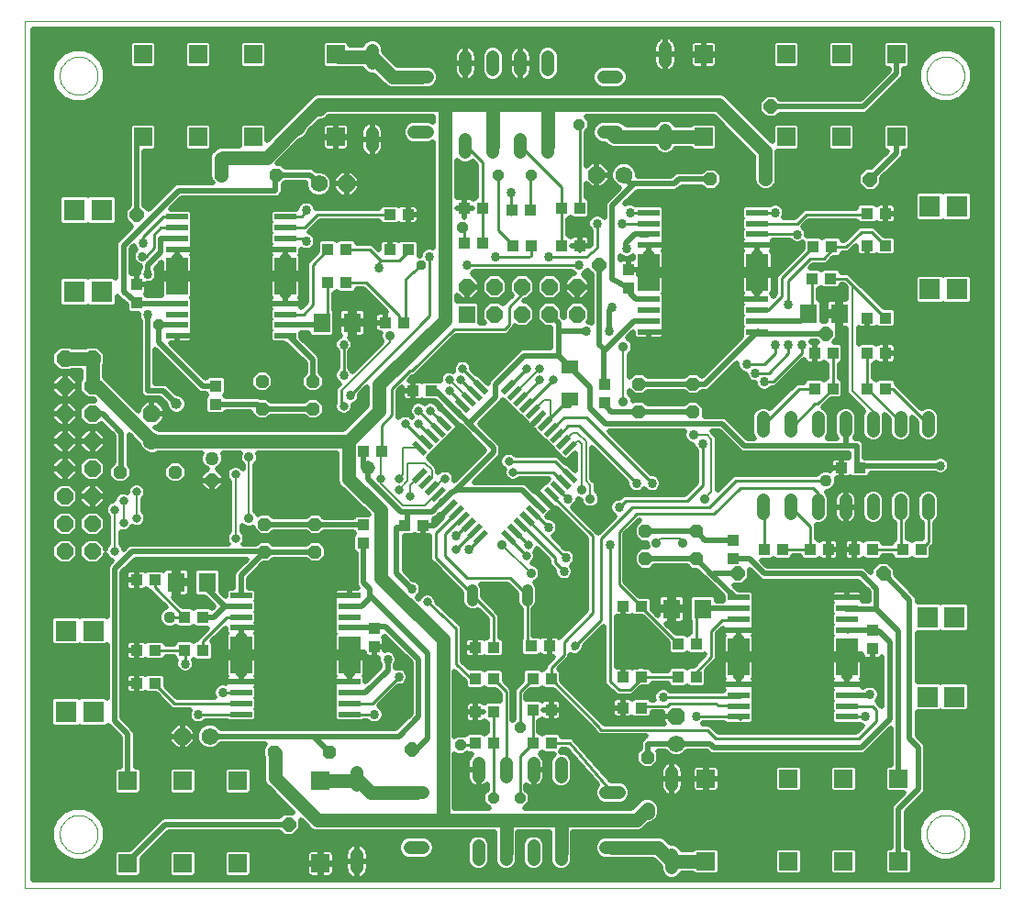
<source format=gtl>
G75*
G70*
%OFA0B0*%
%FSLAX24Y24*%
%IPPOS*%
%LPD*%
%AMOC8*
5,1,8,0,0,1.08239X$1,22.5*
%
%ADD10C,0.0000*%
%ADD11OC8,0.0600*%
%ADD12R,0.0591X0.0197*%
%ADD13R,0.0197X0.0591*%
%ADD14R,0.0394X0.0433*%
%ADD15R,0.0630X0.0472*%
%ADD16C,0.0400*%
%ADD17R,0.0433X0.0394*%
%ADD18OC8,0.0500*%
%ADD19C,0.0500*%
%ADD20OC8,0.0630*%
%ADD21C,0.0630*%
%ADD22OC8,0.0480*%
%ADD23R,0.0787X0.0197*%
%ADD24R,0.0787X0.1339*%
%ADD25R,0.0768X0.0768*%
%ADD26R,0.0600X0.0600*%
%ADD27R,0.0650X0.0650*%
%ADD28C,0.0480*%
%ADD29R,0.0630X0.0710*%
%ADD30OC8,0.0620*%
%ADD31C,0.0620*%
%ADD32C,0.0500*%
%ADD33C,0.0515*%
%ADD34C,0.0200*%
%ADD35C,0.0338*%
%ADD36C,0.0397*%
%ADD37C,0.0436*%
%ADD38C,0.0080*%
%ADD39C,0.0318*%
%ADD40C,0.0100*%
%ADD41C,0.0357*%
%ADD42OC8,0.0515*%
%ADD43OC8,0.0397*%
%ADD44OC8,0.0338*%
D10*
X001560Y003750D02*
X001560Y035246D01*
X036993Y035246D01*
X036993Y003750D01*
X001560Y003750D01*
X002840Y005719D02*
X002842Y005771D01*
X002848Y005823D01*
X002858Y005874D01*
X002871Y005924D01*
X002889Y005974D01*
X002910Y006021D01*
X002934Y006067D01*
X002963Y006111D01*
X002994Y006153D01*
X003028Y006192D01*
X003065Y006229D01*
X003105Y006262D01*
X003148Y006293D01*
X003192Y006320D01*
X003238Y006344D01*
X003287Y006364D01*
X003336Y006380D01*
X003387Y006393D01*
X003438Y006402D01*
X003490Y006407D01*
X003542Y006408D01*
X003594Y006405D01*
X003646Y006398D01*
X003697Y006387D01*
X003747Y006373D01*
X003796Y006354D01*
X003843Y006332D01*
X003888Y006307D01*
X003932Y006278D01*
X003973Y006246D01*
X004012Y006211D01*
X004047Y006173D01*
X004080Y006132D01*
X004110Y006090D01*
X004136Y006045D01*
X004159Y005998D01*
X004178Y005949D01*
X004194Y005899D01*
X004206Y005849D01*
X004214Y005797D01*
X004218Y005745D01*
X004218Y005693D01*
X004214Y005641D01*
X004206Y005589D01*
X004194Y005539D01*
X004178Y005489D01*
X004159Y005440D01*
X004136Y005393D01*
X004110Y005348D01*
X004080Y005306D01*
X004047Y005265D01*
X004012Y005227D01*
X003973Y005192D01*
X003932Y005160D01*
X003888Y005131D01*
X003843Y005106D01*
X003796Y005084D01*
X003747Y005065D01*
X003697Y005051D01*
X003646Y005040D01*
X003594Y005033D01*
X003542Y005030D01*
X003490Y005031D01*
X003438Y005036D01*
X003387Y005045D01*
X003336Y005058D01*
X003287Y005074D01*
X003238Y005094D01*
X003192Y005118D01*
X003148Y005145D01*
X003105Y005176D01*
X003065Y005209D01*
X003028Y005246D01*
X002994Y005285D01*
X002963Y005327D01*
X002934Y005371D01*
X002910Y005417D01*
X002889Y005464D01*
X002871Y005514D01*
X002858Y005564D01*
X002848Y005615D01*
X002842Y005667D01*
X002840Y005719D01*
X002840Y033278D02*
X002842Y033330D01*
X002848Y033382D01*
X002858Y033433D01*
X002871Y033483D01*
X002889Y033533D01*
X002910Y033580D01*
X002934Y033626D01*
X002963Y033670D01*
X002994Y033712D01*
X003028Y033751D01*
X003065Y033788D01*
X003105Y033821D01*
X003148Y033852D01*
X003192Y033879D01*
X003238Y033903D01*
X003287Y033923D01*
X003336Y033939D01*
X003387Y033952D01*
X003438Y033961D01*
X003490Y033966D01*
X003542Y033967D01*
X003594Y033964D01*
X003646Y033957D01*
X003697Y033946D01*
X003747Y033932D01*
X003796Y033913D01*
X003843Y033891D01*
X003888Y033866D01*
X003932Y033837D01*
X003973Y033805D01*
X004012Y033770D01*
X004047Y033732D01*
X004080Y033691D01*
X004110Y033649D01*
X004136Y033604D01*
X004159Y033557D01*
X004178Y033508D01*
X004194Y033458D01*
X004206Y033408D01*
X004214Y033356D01*
X004218Y033304D01*
X004218Y033252D01*
X004214Y033200D01*
X004206Y033148D01*
X004194Y033098D01*
X004178Y033048D01*
X004159Y032999D01*
X004136Y032952D01*
X004110Y032907D01*
X004080Y032865D01*
X004047Y032824D01*
X004012Y032786D01*
X003973Y032751D01*
X003932Y032719D01*
X003888Y032690D01*
X003843Y032665D01*
X003796Y032643D01*
X003747Y032624D01*
X003697Y032610D01*
X003646Y032599D01*
X003594Y032592D01*
X003542Y032589D01*
X003490Y032590D01*
X003438Y032595D01*
X003387Y032604D01*
X003336Y032617D01*
X003287Y032633D01*
X003238Y032653D01*
X003192Y032677D01*
X003148Y032704D01*
X003105Y032735D01*
X003065Y032768D01*
X003028Y032805D01*
X002994Y032844D01*
X002963Y032886D01*
X002934Y032930D01*
X002910Y032976D01*
X002889Y033023D01*
X002871Y033073D01*
X002858Y033123D01*
X002848Y033174D01*
X002842Y033226D01*
X002840Y033278D01*
X034336Y033278D02*
X034338Y033330D01*
X034344Y033382D01*
X034354Y033433D01*
X034367Y033483D01*
X034385Y033533D01*
X034406Y033580D01*
X034430Y033626D01*
X034459Y033670D01*
X034490Y033712D01*
X034524Y033751D01*
X034561Y033788D01*
X034601Y033821D01*
X034644Y033852D01*
X034688Y033879D01*
X034734Y033903D01*
X034783Y033923D01*
X034832Y033939D01*
X034883Y033952D01*
X034934Y033961D01*
X034986Y033966D01*
X035038Y033967D01*
X035090Y033964D01*
X035142Y033957D01*
X035193Y033946D01*
X035243Y033932D01*
X035292Y033913D01*
X035339Y033891D01*
X035384Y033866D01*
X035428Y033837D01*
X035469Y033805D01*
X035508Y033770D01*
X035543Y033732D01*
X035576Y033691D01*
X035606Y033649D01*
X035632Y033604D01*
X035655Y033557D01*
X035674Y033508D01*
X035690Y033458D01*
X035702Y033408D01*
X035710Y033356D01*
X035714Y033304D01*
X035714Y033252D01*
X035710Y033200D01*
X035702Y033148D01*
X035690Y033098D01*
X035674Y033048D01*
X035655Y032999D01*
X035632Y032952D01*
X035606Y032907D01*
X035576Y032865D01*
X035543Y032824D01*
X035508Y032786D01*
X035469Y032751D01*
X035428Y032719D01*
X035384Y032690D01*
X035339Y032665D01*
X035292Y032643D01*
X035243Y032624D01*
X035193Y032610D01*
X035142Y032599D01*
X035090Y032592D01*
X035038Y032589D01*
X034986Y032590D01*
X034934Y032595D01*
X034883Y032604D01*
X034832Y032617D01*
X034783Y032633D01*
X034734Y032653D01*
X034688Y032677D01*
X034644Y032704D01*
X034601Y032735D01*
X034561Y032768D01*
X034524Y032805D01*
X034490Y032844D01*
X034459Y032886D01*
X034430Y032930D01*
X034406Y032976D01*
X034385Y033023D01*
X034367Y033073D01*
X034354Y033123D01*
X034344Y033174D01*
X034338Y033226D01*
X034336Y033278D01*
X034336Y005719D02*
X034338Y005771D01*
X034344Y005823D01*
X034354Y005874D01*
X034367Y005924D01*
X034385Y005974D01*
X034406Y006021D01*
X034430Y006067D01*
X034459Y006111D01*
X034490Y006153D01*
X034524Y006192D01*
X034561Y006229D01*
X034601Y006262D01*
X034644Y006293D01*
X034688Y006320D01*
X034734Y006344D01*
X034783Y006364D01*
X034832Y006380D01*
X034883Y006393D01*
X034934Y006402D01*
X034986Y006407D01*
X035038Y006408D01*
X035090Y006405D01*
X035142Y006398D01*
X035193Y006387D01*
X035243Y006373D01*
X035292Y006354D01*
X035339Y006332D01*
X035384Y006307D01*
X035428Y006278D01*
X035469Y006246D01*
X035508Y006211D01*
X035543Y006173D01*
X035576Y006132D01*
X035606Y006090D01*
X035632Y006045D01*
X035655Y005998D01*
X035674Y005949D01*
X035690Y005899D01*
X035702Y005849D01*
X035710Y005797D01*
X035714Y005745D01*
X035714Y005693D01*
X035710Y005641D01*
X035702Y005589D01*
X035690Y005539D01*
X035674Y005489D01*
X035655Y005440D01*
X035632Y005393D01*
X035606Y005348D01*
X035576Y005306D01*
X035543Y005265D01*
X035508Y005227D01*
X035469Y005192D01*
X035428Y005160D01*
X035384Y005131D01*
X035339Y005106D01*
X035292Y005084D01*
X035243Y005065D01*
X035193Y005051D01*
X035142Y005040D01*
X035090Y005033D01*
X035038Y005030D01*
X034986Y005031D01*
X034934Y005036D01*
X034883Y005045D01*
X034832Y005058D01*
X034783Y005074D01*
X034734Y005094D01*
X034688Y005118D01*
X034644Y005145D01*
X034601Y005176D01*
X034561Y005209D01*
X034524Y005246D01*
X034490Y005285D01*
X034459Y005327D01*
X034430Y005371D01*
X034406Y005417D01*
X034385Y005464D01*
X034367Y005514D01*
X034354Y005564D01*
X034344Y005615D01*
X034338Y005667D01*
X034336Y005719D01*
D11*
X021640Y024610D03*
X020640Y024610D03*
X019640Y024610D03*
X018640Y024610D03*
X018640Y025610D03*
X017640Y025610D03*
X019640Y025610D03*
X020640Y025610D03*
X021640Y025610D03*
X004029Y022998D03*
X004029Y021998D03*
X004029Y020998D03*
X004029Y019998D03*
X004029Y018998D03*
X004029Y017998D03*
X004029Y016998D03*
X004029Y015998D03*
X003029Y015998D03*
X003029Y016998D03*
X003029Y017998D03*
X003029Y018998D03*
X003029Y019998D03*
X003029Y020998D03*
X003029Y021998D03*
X003029Y022998D03*
D12*
G36*
X016194Y018883D02*
X015778Y018467D01*
X015640Y018605D01*
X016056Y019021D01*
X016194Y018883D01*
G37*
G36*
X016417Y018660D02*
X016001Y018244D01*
X015863Y018382D01*
X016279Y018798D01*
X016417Y018660D01*
G37*
G36*
X016640Y018438D02*
X016224Y018022D01*
X016086Y018160D01*
X016502Y018576D01*
X016640Y018438D01*
G37*
G36*
X016862Y018215D02*
X016446Y017799D01*
X016308Y017937D01*
X016724Y018353D01*
X016862Y018215D01*
G37*
G36*
X017085Y017992D02*
X016669Y017576D01*
X016531Y017714D01*
X016947Y018130D01*
X017085Y017992D01*
G37*
G36*
X017308Y017769D02*
X016892Y017353D01*
X016754Y017491D01*
X017170Y017907D01*
X017308Y017769D01*
G37*
G36*
X017530Y017547D02*
X017114Y017131D01*
X016976Y017269D01*
X017392Y017685D01*
X017530Y017547D01*
G37*
G36*
X017753Y017324D02*
X017337Y016908D01*
X017199Y017046D01*
X017615Y017462D01*
X017753Y017324D01*
G37*
G36*
X017976Y017101D02*
X017560Y016685D01*
X017422Y016823D01*
X017838Y017239D01*
X017976Y017101D01*
G37*
G36*
X018199Y016879D02*
X017783Y016463D01*
X017645Y016601D01*
X018061Y017017D01*
X018199Y016879D01*
G37*
G36*
X018421Y016656D02*
X018005Y016240D01*
X017867Y016378D01*
X018283Y016794D01*
X018421Y016656D01*
G37*
G36*
X021651Y019885D02*
X021235Y019469D01*
X021097Y019607D01*
X021513Y020023D01*
X021651Y019885D01*
G37*
G36*
X021428Y020108D02*
X021012Y019692D01*
X020874Y019830D01*
X021290Y020246D01*
X021428Y020108D01*
G37*
G36*
X021205Y020331D02*
X020789Y019915D01*
X020651Y020053D01*
X021067Y020469D01*
X021205Y020331D01*
G37*
G36*
X020982Y020553D02*
X020566Y020137D01*
X020428Y020275D01*
X020844Y020691D01*
X020982Y020553D01*
G37*
G36*
X020760Y020776D02*
X020344Y020360D01*
X020206Y020498D01*
X020622Y020914D01*
X020760Y020776D01*
G37*
G36*
X020537Y020999D02*
X020121Y020583D01*
X019983Y020721D01*
X020399Y021137D01*
X020537Y020999D01*
G37*
G36*
X020314Y021221D02*
X019898Y020805D01*
X019760Y020943D01*
X020176Y021359D01*
X020314Y021221D01*
G37*
G36*
X020092Y021444D02*
X019676Y021028D01*
X019538Y021166D01*
X019954Y021582D01*
X020092Y021444D01*
G37*
G36*
X019869Y021667D02*
X019453Y021251D01*
X019315Y021389D01*
X019731Y021805D01*
X019869Y021667D01*
G37*
G36*
X019646Y021890D02*
X019230Y021474D01*
X019092Y021612D01*
X019508Y022028D01*
X019646Y021890D01*
G37*
G36*
X019423Y022112D02*
X019007Y021696D01*
X018869Y021834D01*
X019285Y022250D01*
X019423Y022112D01*
G37*
D13*
G36*
X018421Y021834D02*
X018283Y021696D01*
X017867Y022112D01*
X018005Y022250D01*
X018421Y021834D01*
G37*
G36*
X018199Y021612D02*
X018061Y021474D01*
X017645Y021890D01*
X017783Y022028D01*
X018199Y021612D01*
G37*
G36*
X017976Y021389D02*
X017838Y021251D01*
X017422Y021667D01*
X017560Y021805D01*
X017976Y021389D01*
G37*
G36*
X017753Y021166D02*
X017615Y021028D01*
X017199Y021444D01*
X017337Y021582D01*
X017753Y021166D01*
G37*
G36*
X017530Y020943D02*
X017392Y020805D01*
X016976Y021221D01*
X017114Y021359D01*
X017530Y020943D01*
G37*
G36*
X017308Y020721D02*
X017170Y020583D01*
X016754Y020999D01*
X016892Y021137D01*
X017308Y020721D01*
G37*
G36*
X017085Y020498D02*
X016947Y020360D01*
X016531Y020776D01*
X016669Y020914D01*
X017085Y020498D01*
G37*
G36*
X016862Y020275D02*
X016724Y020137D01*
X016308Y020553D01*
X016446Y020691D01*
X016862Y020275D01*
G37*
G36*
X016640Y020053D02*
X016502Y019915D01*
X016086Y020331D01*
X016224Y020469D01*
X016640Y020053D01*
G37*
G36*
X016417Y019830D02*
X016279Y019692D01*
X015863Y020108D01*
X016001Y020246D01*
X016417Y019830D01*
G37*
G36*
X016194Y019607D02*
X016056Y019469D01*
X015640Y019885D01*
X015778Y020023D01*
X016194Y019607D01*
G37*
G36*
X019423Y016378D02*
X019285Y016240D01*
X018869Y016656D01*
X019007Y016794D01*
X019423Y016378D01*
G37*
G36*
X019646Y016601D02*
X019508Y016463D01*
X019092Y016879D01*
X019230Y017017D01*
X019646Y016601D01*
G37*
G36*
X019869Y016823D02*
X019731Y016685D01*
X019315Y017101D01*
X019453Y017239D01*
X019869Y016823D01*
G37*
G36*
X020092Y017046D02*
X019954Y016908D01*
X019538Y017324D01*
X019676Y017462D01*
X020092Y017046D01*
G37*
G36*
X020314Y017269D02*
X020176Y017131D01*
X019760Y017547D01*
X019898Y017685D01*
X020314Y017269D01*
G37*
G36*
X020537Y017491D02*
X020399Y017353D01*
X019983Y017769D01*
X020121Y017907D01*
X020537Y017491D01*
G37*
G36*
X020760Y017714D02*
X020622Y017576D01*
X020206Y017992D01*
X020344Y018130D01*
X020760Y017714D01*
G37*
G36*
X020982Y017937D02*
X020844Y017799D01*
X020428Y018215D01*
X020566Y018353D01*
X020982Y017937D01*
G37*
G36*
X021205Y018160D02*
X021067Y018022D01*
X020651Y018438D01*
X020789Y018576D01*
X021205Y018160D01*
G37*
G36*
X021428Y018382D02*
X021290Y018244D01*
X020874Y018660D01*
X021012Y018798D01*
X021428Y018382D01*
G37*
G36*
X021651Y018605D02*
X021513Y018467D01*
X021097Y018883D01*
X021235Y019021D01*
X021651Y018605D01*
G37*
D14*
X025305Y012630D03*
X025975Y012630D03*
X025975Y011430D03*
X025305Y011430D03*
X020695Y011350D03*
X020025Y011350D03*
X020025Y010230D03*
X020695Y010230D03*
X020695Y009030D03*
X020025Y009030D03*
X018615Y009030D03*
X017945Y009030D03*
X017945Y010150D03*
X018615Y010150D03*
X018615Y011350D03*
X017945Y011350D03*
X014280Y012536D03*
X014280Y013205D03*
X008055Y013590D03*
X007385Y013590D03*
X007385Y012390D03*
X008055Y012390D03*
X013872Y019636D03*
X014542Y019636D03*
X013255Y025750D03*
X012585Y025750D03*
X012585Y026950D03*
X013255Y026950D03*
X017545Y027190D03*
X018215Y027190D03*
X019305Y027110D03*
X019975Y027110D03*
X021065Y027110D03*
X021735Y027110D03*
X021735Y028470D03*
X021065Y028470D03*
X019956Y028406D03*
X019287Y028406D03*
X018215Y028470D03*
X017545Y028470D03*
X023497Y026226D03*
X023497Y025556D03*
X030185Y025910D03*
X030855Y025910D03*
X030889Y027053D03*
X030219Y027053D03*
X030265Y023190D03*
X030935Y023190D03*
X032185Y023190D03*
X032855Y023190D03*
X032855Y021910D03*
X032185Y021910D03*
X030935Y021910D03*
X030265Y021910D03*
X030105Y016070D03*
X030775Y016070D03*
X031705Y016070D03*
X032375Y016070D03*
X033465Y016070D03*
X034135Y016070D03*
X032360Y013125D03*
X032360Y012456D03*
X029095Y016070D03*
X028425Y016070D03*
X005640Y025016D03*
X005640Y025685D03*
D15*
X021380Y022698D03*
X021380Y021517D03*
D16*
X019825Y014603D02*
X019825Y014203D01*
X017825Y014203D02*
X017825Y014603D01*
D17*
X017943Y012498D03*
X018613Y012498D03*
X019969Y012549D03*
X020638Y012549D03*
X023305Y011430D03*
X023975Y011430D03*
X023975Y010310D03*
X023305Y010310D03*
X023305Y013990D03*
X023975Y013990D03*
X027320Y015736D03*
X027320Y016405D03*
X031225Y019030D03*
X031895Y019030D03*
X032185Y024470D03*
X032855Y024470D03*
X032850Y027097D03*
X032181Y027097D03*
X032176Y028270D03*
X032845Y028270D03*
X022656Y022060D03*
X022656Y021390D03*
X016349Y021836D03*
X015679Y021836D03*
X015335Y024310D03*
X014665Y024310D03*
X014825Y026950D03*
X015495Y026950D03*
X015495Y028230D03*
X014825Y028230D03*
X008520Y022005D03*
X008520Y021336D03*
X013880Y016965D03*
X013880Y016296D03*
X015376Y016945D03*
X016045Y016945D03*
X006295Y014950D03*
X005625Y014950D03*
X005625Y012390D03*
X006295Y012390D03*
X006295Y011190D03*
X005625Y011190D03*
D18*
X008385Y018578D03*
D19*
X008385Y019378D03*
D20*
X006190Y021003D03*
D21*
X006190Y020003D03*
D22*
X007040Y018870D03*
X005040Y018870D03*
X010280Y016970D03*
X010280Y015970D03*
X012120Y015970D03*
X012120Y016970D03*
X012040Y021170D03*
X012040Y022170D03*
X010200Y022170D03*
X010200Y021170D03*
X010720Y029670D03*
X008720Y029670D03*
X023888Y022071D03*
X023888Y021071D03*
X025845Y021071D03*
X025845Y022071D03*
X025960Y016730D03*
X025960Y015730D03*
X024120Y015730D03*
X024120Y016730D03*
X024200Y008510D03*
X024200Y006510D03*
X012640Y008710D03*
X010640Y008710D03*
X026487Y029523D03*
X028487Y029523D03*
D23*
X028184Y028302D03*
X028184Y027908D03*
X028184Y027514D03*
X028184Y027121D03*
X028184Y025152D03*
X028184Y024758D03*
X028184Y024365D03*
X028184Y023971D03*
X024247Y023971D03*
X024247Y024365D03*
X024247Y024758D03*
X024247Y025152D03*
X024247Y027121D03*
X024247Y027514D03*
X024247Y027908D03*
X024247Y028302D03*
X011049Y028156D03*
X011049Y027762D03*
X011049Y027368D03*
X011049Y026975D03*
X011049Y025006D03*
X011049Y024612D03*
X011049Y024219D03*
X011049Y023825D03*
X007111Y023825D03*
X007111Y024219D03*
X007111Y024612D03*
X007111Y025006D03*
X007111Y026975D03*
X007111Y027368D03*
X007111Y027762D03*
X007111Y028156D03*
X009431Y014396D03*
X009431Y014002D03*
X009431Y013608D03*
X009431Y013215D03*
X009431Y011246D03*
X009431Y010852D03*
X009431Y010459D03*
X009431Y010065D03*
X013369Y010065D03*
X013369Y010459D03*
X013369Y010852D03*
X013369Y011246D03*
X013369Y013215D03*
X013369Y013608D03*
X013369Y014002D03*
X013369Y014396D03*
X027511Y014316D03*
X027511Y013922D03*
X027511Y013528D03*
X027511Y013135D03*
X027511Y011166D03*
X027511Y010772D03*
X027511Y010379D03*
X027511Y009985D03*
X031449Y009985D03*
X031449Y010379D03*
X031449Y010772D03*
X031449Y011166D03*
X031449Y013135D03*
X031449Y013528D03*
X031449Y013922D03*
X031449Y014316D03*
D24*
X031449Y012150D03*
X027511Y012150D03*
X013369Y012230D03*
X009431Y012230D03*
X011049Y025990D03*
X007111Y025990D03*
X024247Y026136D03*
X028184Y026136D03*
D25*
X034457Y025515D03*
X035441Y025515D03*
X035441Y028526D03*
X034457Y028526D03*
X034360Y013590D03*
X035344Y013590D03*
X035344Y010710D03*
X034360Y010710D03*
X004360Y025430D03*
X003376Y025430D03*
X003376Y028390D03*
X004360Y028390D03*
X004064Y013110D03*
X003080Y013110D03*
X003080Y010150D03*
X004064Y010150D03*
D26*
X017640Y024610D03*
D27*
X012880Y031050D03*
X009880Y031050D03*
X007880Y031050D03*
X005880Y031050D03*
X005880Y034050D03*
X007880Y034050D03*
X009880Y034050D03*
X012880Y034050D03*
X026240Y034050D03*
X026240Y031050D03*
X029240Y031050D03*
X031240Y031050D03*
X033240Y031050D03*
X033240Y034050D03*
X031240Y034050D03*
X029240Y034050D03*
X029320Y007730D03*
X031320Y007730D03*
X033320Y007730D03*
X033320Y004730D03*
X031320Y004730D03*
X029320Y004730D03*
X026320Y004730D03*
X026320Y007730D03*
X012320Y007650D03*
X012320Y004650D03*
X009320Y004650D03*
X007320Y004650D03*
X005320Y004650D03*
X005320Y007650D03*
X007320Y007650D03*
X009320Y007650D03*
D28*
X013640Y007490D02*
X013640Y007970D01*
X015560Y007230D02*
X016040Y007230D01*
X016040Y006230D02*
X015560Y006230D01*
X015560Y005230D02*
X016040Y005230D01*
X018060Y005290D02*
X018060Y004810D01*
X019060Y004810D02*
X019060Y005290D01*
X020060Y005290D02*
X020060Y004810D01*
X021060Y004810D02*
X021060Y005290D01*
X022680Y005230D02*
X023160Y005230D01*
X023160Y006230D02*
X022680Y006230D01*
X022680Y007230D02*
X023160Y007230D01*
X025080Y007490D02*
X025080Y007970D01*
X025080Y004970D02*
X025080Y004490D01*
X021060Y007810D02*
X021060Y008290D01*
X020060Y008290D02*
X020060Y007810D01*
X019060Y007810D02*
X019060Y008290D01*
X018060Y008290D02*
X018060Y007810D01*
X013640Y004970D02*
X013640Y004490D01*
X028400Y017370D02*
X028400Y017850D01*
X029400Y017850D02*
X029400Y017370D01*
X030400Y017370D02*
X030400Y017850D01*
X031400Y017850D02*
X031400Y017370D01*
X032400Y017370D02*
X032400Y017850D01*
X033400Y017850D02*
X033400Y017370D01*
X034400Y017370D02*
X034400Y017850D01*
X034400Y020370D02*
X034400Y020850D01*
X033400Y020850D02*
X033400Y020370D01*
X032400Y020370D02*
X032400Y020850D01*
X031400Y020850D02*
X031400Y020370D01*
X030400Y020370D02*
X030400Y020850D01*
X029400Y020850D02*
X029400Y020370D01*
X028400Y020370D02*
X028400Y020850D01*
X020580Y030490D02*
X020580Y030970D01*
X019580Y030970D02*
X019580Y030490D01*
X018580Y030490D02*
X018580Y030970D01*
X017580Y030970D02*
X017580Y030490D01*
X016200Y031230D02*
X015720Y031230D01*
X015720Y032230D02*
X016200Y032230D01*
X016200Y033230D02*
X015720Y033230D01*
X014200Y033730D02*
X014200Y034210D01*
X014200Y031210D02*
X014200Y030730D01*
X017580Y033490D02*
X017580Y033970D01*
X018580Y033970D02*
X018580Y033490D01*
X019580Y033490D02*
X019580Y033970D01*
X020580Y033970D02*
X020580Y033490D01*
X022600Y033230D02*
X023080Y033230D01*
X023080Y032230D02*
X022600Y032230D01*
X022600Y031230D02*
X023080Y031230D01*
X024840Y031290D02*
X024840Y030810D01*
X024840Y033810D02*
X024840Y034290D01*
D29*
X030040Y024630D03*
X031160Y024630D03*
X026200Y013910D03*
X025080Y013910D03*
X013480Y024310D03*
X012360Y024310D03*
X008200Y014870D03*
X007080Y014870D03*
D30*
X007300Y009270D03*
X025240Y010010D03*
X013260Y029350D03*
X022340Y029670D03*
D31*
X023340Y029670D03*
X012260Y029350D03*
X008300Y009270D03*
X025240Y009010D03*
D32*
X024200Y006630D02*
X023800Y006230D01*
X022920Y006230D01*
X021080Y006230D01*
X021060Y006210D01*
X021060Y005050D01*
X021080Y006230D02*
X019000Y006230D01*
X019060Y006170D01*
X019060Y005050D01*
X019000Y006230D02*
X016760Y006230D01*
X016760Y012790D01*
X014520Y015030D01*
X014520Y017510D01*
X013332Y018618D01*
X013332Y020003D01*
X014440Y021110D01*
X014440Y022070D01*
X016840Y024390D01*
X016840Y032230D01*
X018680Y032230D01*
X018580Y032130D01*
X018580Y030730D01*
X018680Y032230D02*
X020600Y032230D01*
X020580Y032210D01*
X020580Y030730D01*
X020600Y032230D02*
X022840Y032230D01*
X022760Y032230D01*
X022840Y032230D02*
X026780Y032230D01*
X028487Y030523D01*
X028487Y029523D01*
X026240Y031050D02*
X024840Y031050D01*
X023020Y031050D01*
X022840Y031230D01*
X016840Y032230D02*
X015960Y032230D01*
X012440Y032230D01*
X012280Y032070D01*
X012200Y032150D01*
X012280Y032230D01*
X012200Y032150D02*
X011600Y031550D01*
X011480Y031350D01*
X011440Y031390D01*
X011560Y031510D01*
X011440Y031390D02*
X010360Y030310D01*
X008760Y030310D01*
X008720Y030270D01*
X008720Y029670D01*
X012960Y033970D02*
X012880Y034050D01*
X012960Y033970D02*
X014200Y033970D01*
X014940Y033230D01*
X015960Y033230D01*
X004029Y022998D02*
X004029Y021998D01*
X004192Y021998D01*
X006160Y020030D01*
X006200Y020070D01*
X006190Y020003D01*
X013332Y020003D01*
X006200Y019990D02*
X006160Y020030D01*
X004029Y022998D02*
X003029Y022998D01*
X010640Y008710D02*
X010680Y008670D01*
X010680Y007750D01*
X012200Y006230D01*
X015800Y006230D01*
X016760Y006230D01*
X015800Y007230D02*
X014140Y007230D01*
X013640Y007730D01*
X013560Y007650D01*
X012320Y007650D01*
X022920Y005230D02*
X024580Y005230D01*
X025080Y004730D01*
X026320Y004730D01*
X024200Y006510D02*
X024200Y006630D01*
D33*
X022360Y011270D03*
X024040Y013110D03*
X024360Y015030D03*
X014040Y019030D03*
D34*
X013960Y019030D01*
X013880Y019110D01*
X013880Y019590D01*
X013872Y019636D01*
X014040Y019030D02*
X014040Y018630D01*
X015240Y017430D01*
X015480Y017430D01*
X016360Y017430D01*
X016783Y017853D01*
X016808Y017853D01*
X017105Y018150D01*
X017160Y018150D01*
X017280Y018270D01*
X017320Y018230D01*
X019640Y018230D01*
X020240Y017630D01*
X020260Y017630D01*
X020483Y017853D02*
X020483Y017853D01*
X020819Y017517D01*
X020863Y017562D01*
X021970Y016455D01*
X021970Y013846D01*
X020990Y012865D01*
X020965Y012890D01*
X020924Y012914D01*
X020878Y012926D01*
X020638Y012926D01*
X020398Y012926D01*
X020352Y012914D01*
X020311Y012890D01*
X020303Y012883D01*
X020260Y012926D01*
X020055Y012926D01*
X020055Y013896D01*
X020148Y013988D01*
X020205Y014128D01*
X020205Y014679D01*
X020148Y014819D01*
X020104Y014862D01*
X020163Y014886D01*
X020264Y014987D01*
X020319Y015119D01*
X020319Y015262D01*
X020264Y015393D01*
X020163Y015494D01*
X020031Y015549D01*
X019998Y015549D01*
X020087Y015638D01*
X020139Y015763D01*
X020139Y015898D01*
X020106Y015977D01*
X020167Y016038D01*
X020185Y016080D01*
X020610Y015655D01*
X020610Y015495D01*
X020811Y015294D01*
X020811Y015201D01*
X020864Y015073D01*
X020962Y014975D01*
X021091Y014921D01*
X021229Y014921D01*
X021358Y014975D01*
X021456Y015073D01*
X021509Y015201D01*
X021509Y015340D01*
X021456Y015468D01*
X021453Y015470D01*
X021536Y015553D01*
X021589Y015681D01*
X021589Y015820D01*
X021536Y015948D01*
X021438Y016046D01*
X021309Y016099D01*
X021216Y016099D01*
X020758Y016558D01*
X020798Y016575D01*
X020896Y016673D01*
X020949Y016801D01*
X020949Y016940D01*
X020896Y017068D01*
X020798Y017166D01*
X020669Y017219D01*
X020576Y017219D01*
X020549Y017247D01*
X020718Y017417D01*
X020718Y017423D01*
X020732Y017431D01*
X020819Y017517D01*
X020483Y017853D01*
X020483Y017853D01*
X020147Y018189D01*
X020233Y018276D01*
X020247Y018284D01*
X020247Y018290D01*
X020492Y018534D01*
X020492Y018534D01*
X020598Y018640D01*
X019569Y018640D01*
X019512Y018583D01*
X019387Y018531D01*
X019253Y018531D01*
X019128Y018583D01*
X019033Y018678D01*
X018981Y018803D01*
X018981Y018938D01*
X018995Y018972D01*
X018968Y018983D01*
X018873Y019078D01*
X018821Y019203D01*
X018821Y019338D01*
X018873Y019462D01*
X018968Y019558D01*
X019093Y019609D01*
X019227Y019609D01*
X019352Y019558D01*
X019409Y019500D01*
X020935Y019500D01*
X021070Y019366D01*
X021233Y019202D01*
X021309Y019202D01*
X021580Y018931D01*
X021580Y019559D01*
X021309Y019288D01*
X021160Y019288D01*
X020937Y019511D01*
X020692Y019755D01*
X020692Y019755D01*
X020492Y019956D01*
X020492Y019956D01*
X020269Y020179D01*
X020024Y020423D01*
X020024Y020429D01*
X020010Y020437D01*
X019924Y020524D01*
X020260Y020860D01*
X020260Y020860D01*
X019924Y020524D01*
X019838Y020610D01*
X019829Y020624D01*
X019824Y020624D01*
X019601Y020847D01*
X019356Y021091D01*
X019356Y021091D01*
X019155Y021292D01*
X019155Y021292D01*
X018946Y021501D01*
X018917Y021432D01*
X018116Y020630D01*
X018837Y019909D01*
X018880Y019806D01*
X018880Y019535D01*
X018837Y019432D01*
X018860Y019432D01*
X018837Y019432D02*
X017916Y018510D01*
X019696Y018510D01*
X019799Y018468D01*
X019877Y018389D01*
X019877Y018389D01*
X020112Y018154D01*
X020147Y018189D01*
X020483Y017853D01*
X020492Y017844D02*
X020492Y017844D01*
X020294Y018042D02*
X020294Y018042D01*
X020198Y018241D02*
X020025Y018241D01*
X019827Y018439D02*
X020397Y018439D01*
X020595Y018638D02*
X019567Y018638D01*
X019073Y018638D02*
X018043Y018638D01*
X018242Y018836D02*
X018981Y018836D01*
X018916Y019035D02*
X018440Y019035D01*
X018639Y019233D02*
X018821Y019233D01*
X018880Y019630D02*
X020817Y019630D01*
X021004Y019432D02*
X021016Y019432D01*
X021202Y019233D02*
X021580Y019233D01*
X021580Y019035D02*
X021476Y019035D01*
X021453Y019432D02*
X021580Y019432D01*
X022180Y019432D02*
X022513Y019432D01*
X022315Y019630D02*
X022180Y019630D01*
X022180Y019765D02*
X023451Y018494D01*
X023451Y018401D01*
X023504Y018273D01*
X023602Y018175D01*
X023731Y018121D01*
X023869Y018121D01*
X023998Y018175D01*
X024080Y018257D01*
X024162Y018175D01*
X024291Y018121D01*
X024429Y018121D01*
X024558Y018175D01*
X024656Y018273D01*
X024709Y018401D01*
X024709Y018540D01*
X024656Y018668D01*
X024558Y018766D01*
X024429Y018819D01*
X024336Y018819D01*
X022805Y020350D01*
X025541Y020350D01*
X025521Y020302D01*
X025521Y020159D01*
X025576Y020027D01*
X025677Y019926D01*
X025809Y019872D01*
X025851Y019872D01*
X025851Y019841D01*
X025904Y019713D01*
X025970Y019647D01*
X025970Y018486D01*
X025545Y018060D01*
X023305Y018060D01*
X023184Y017939D01*
X023091Y017939D01*
X022962Y017886D01*
X022864Y017788D01*
X022811Y017660D01*
X022811Y017521D01*
X022864Y017393D01*
X022962Y017295D01*
X023002Y017278D01*
X022425Y016700D01*
X022400Y016676D01*
X021478Y017598D01*
X021518Y017615D01*
X021616Y017713D01*
X021669Y017841D01*
X021669Y017896D01*
X021729Y017872D01*
X021761Y017872D01*
X021761Y017839D01*
X021816Y017707D01*
X021917Y017606D01*
X022049Y017552D01*
X022191Y017552D01*
X022323Y017606D01*
X022424Y017707D01*
X022479Y017839D01*
X022479Y017982D01*
X022424Y018113D01*
X022340Y018198D01*
X022340Y018481D01*
X022211Y018610D01*
X022180Y018641D01*
X022180Y019765D01*
X022180Y019233D02*
X022712Y019233D01*
X022910Y019035D02*
X022180Y019035D01*
X022180Y018836D02*
X023109Y018836D01*
X023307Y018638D02*
X022184Y018638D01*
X022340Y018439D02*
X023451Y018439D01*
X023536Y018241D02*
X022340Y018241D01*
X022454Y018042D02*
X023287Y018042D01*
X022920Y017844D02*
X022479Y017844D01*
X022362Y017645D02*
X022811Y017645D01*
X022842Y017447D02*
X021629Y017447D01*
X021548Y017645D02*
X021878Y017645D01*
X021761Y017844D02*
X021669Y017844D01*
X021827Y017248D02*
X022973Y017248D01*
X022774Y017050D02*
X022026Y017050D01*
X022224Y016851D02*
X022576Y016851D01*
X021970Y016454D02*
X020861Y016454D01*
X020876Y016653D02*
X021772Y016653D01*
X021574Y016851D02*
X020949Y016851D01*
X020903Y017050D02*
X021375Y017050D01*
X021177Y017248D02*
X020550Y017248D01*
X020749Y017447D02*
X020978Y017447D01*
X020691Y017645D02*
X020691Y017645D01*
X021060Y016256D02*
X021970Y016256D01*
X021970Y016057D02*
X021411Y016057D01*
X021573Y015859D02*
X021970Y015859D01*
X021970Y015660D02*
X021580Y015660D01*
X021458Y015462D02*
X021970Y015462D01*
X021970Y015263D02*
X021509Y015263D01*
X021448Y015065D02*
X021970Y015065D01*
X021970Y014866D02*
X020115Y014866D01*
X020205Y014668D02*
X021970Y014668D01*
X021970Y014469D02*
X020205Y014469D01*
X020205Y014271D02*
X021970Y014271D01*
X021970Y014072D02*
X020182Y014072D01*
X020055Y013874D02*
X021970Y013874D01*
X021800Y013675D02*
X020055Y013675D01*
X020055Y013477D02*
X021601Y013477D01*
X021403Y013278D02*
X020055Y013278D01*
X020055Y013080D02*
X021204Y013080D01*
X021006Y012881D02*
X020974Y012881D01*
X020638Y012881D02*
X020638Y012881D01*
X020638Y012926D02*
X020638Y012549D01*
X020638Y012549D01*
X020638Y012172D01*
X020398Y012172D01*
X020352Y012185D01*
X020311Y012208D01*
X020303Y012216D01*
X020260Y012172D01*
X019678Y012172D01*
X019572Y012278D01*
X019572Y012821D01*
X019595Y012844D01*
X019595Y013896D01*
X019503Y013988D01*
X019445Y014128D01*
X019445Y014458D01*
X019103Y014800D01*
X018155Y014800D01*
X018205Y014679D01*
X018205Y014349D01*
X018843Y013711D01*
X018843Y012875D01*
X018904Y012875D01*
X019009Y012770D01*
X019009Y012227D01*
X018904Y012121D01*
X018322Y012121D01*
X018278Y012165D01*
X018271Y012157D01*
X018229Y012134D01*
X018184Y012121D01*
X017943Y012121D01*
X017943Y012498D01*
X017547Y012498D01*
X017547Y012278D01*
X017559Y012232D01*
X017583Y012191D01*
X017616Y012157D01*
X017657Y012134D01*
X017703Y012121D01*
X017943Y012121D01*
X017943Y012498D01*
X017943Y012498D01*
X017943Y012498D01*
X017547Y012498D01*
X017547Y012719D01*
X017559Y012765D01*
X017583Y012806D01*
X017616Y012839D01*
X017657Y012863D01*
X017703Y012875D01*
X017943Y012875D01*
X017943Y012498D01*
X017943Y012498D01*
X017943Y012875D01*
X018184Y012875D01*
X018229Y012863D01*
X018271Y012839D01*
X018278Y012832D01*
X018322Y012875D01*
X018383Y012875D01*
X018383Y013521D01*
X018028Y013876D01*
X017901Y013823D01*
X017750Y013823D01*
X017610Y013881D01*
X017503Y013988D01*
X017445Y014128D01*
X017445Y014500D01*
X016425Y015520D01*
X016290Y015655D01*
X016290Y016569D01*
X016285Y016568D01*
X016045Y016568D01*
X016045Y016945D01*
X016045Y016945D01*
X016045Y016568D01*
X015805Y016568D01*
X015759Y016580D01*
X015718Y016604D01*
X015711Y016612D01*
X015667Y016568D01*
X015360Y016568D01*
X015360Y015306D01*
X015687Y014979D01*
X015709Y014979D01*
X015838Y014926D01*
X015936Y014828D01*
X015989Y014700D01*
X015989Y014561D01*
X015936Y014433D01*
X015838Y014335D01*
X015828Y014330D01*
X015884Y014274D01*
X015913Y014342D01*
X016008Y014438D01*
X016133Y014489D01*
X016267Y014489D01*
X016392Y014438D01*
X016487Y014342D01*
X016539Y014218D01*
X016539Y014150D01*
X017330Y013420D01*
X017335Y013420D01*
X017399Y013356D01*
X017466Y013295D01*
X017466Y013289D01*
X017470Y013286D01*
X017470Y013195D01*
X017474Y013104D01*
X017470Y013100D01*
X017470Y012006D01*
X017729Y011747D01*
X018217Y011747D01*
X018280Y011684D01*
X018343Y011747D01*
X018886Y011747D01*
X018991Y011641D01*
X018991Y011299D01*
X019290Y011000D01*
X019290Y009855D01*
X019330Y009895D01*
X019330Y010980D01*
X019649Y011299D01*
X019649Y011641D01*
X019754Y011747D01*
X020297Y011747D01*
X020360Y011684D01*
X020423Y011747D01*
X020465Y011747D01*
X020465Y011860D01*
X020777Y012172D01*
X020638Y012172D01*
X020638Y012549D01*
X020638Y012549D01*
X020638Y012926D01*
X020638Y012683D02*
X020638Y012683D01*
X020638Y012484D02*
X020638Y012484D01*
X020638Y012286D02*
X020638Y012286D01*
X020692Y012087D02*
X017470Y012087D01*
X017470Y012286D02*
X017547Y012286D01*
X017547Y012484D02*
X017470Y012484D01*
X017470Y012683D02*
X017547Y012683D01*
X017470Y012881D02*
X018383Y012881D01*
X018383Y013080D02*
X017470Y013080D01*
X017470Y013278D02*
X018383Y013278D01*
X018383Y013477D02*
X017269Y013477D01*
X017054Y013675D02*
X018228Y013675D01*
X018030Y013874D02*
X018023Y013874D01*
X017628Y013874D02*
X016839Y013874D01*
X016624Y014072D02*
X017468Y014072D01*
X017445Y014271D02*
X016517Y014271D01*
X016316Y014469D02*
X017445Y014469D01*
X017277Y014668D02*
X015989Y014668D01*
X015951Y014469D02*
X016084Y014469D01*
X015897Y014866D02*
X017079Y014866D01*
X016880Y015065D02*
X015601Y015065D01*
X015403Y015263D02*
X016682Y015263D01*
X016483Y015462D02*
X015360Y015462D01*
X015360Y015660D02*
X016290Y015660D01*
X016290Y015859D02*
X015360Y015859D01*
X015360Y016057D02*
X016290Y016057D01*
X016290Y016256D02*
X015360Y016256D01*
X015360Y016454D02*
X016290Y016454D01*
X016045Y016653D02*
X016045Y016653D01*
X016045Y016851D02*
X016045Y016851D01*
X016045Y016945D02*
X016045Y016945D01*
X016442Y016945D01*
X016442Y017161D01*
X016519Y017193D01*
X016597Y017272D01*
X016657Y017332D01*
X016695Y017294D01*
X016755Y017234D01*
X016442Y016921D01*
X016442Y016945D01*
X016045Y016945D01*
X016442Y017050D02*
X016570Y017050D01*
X016574Y017248D02*
X016741Y017248D01*
X016695Y017294D02*
X017031Y017630D01*
X017031Y017630D01*
X016695Y017294D01*
X016847Y017447D02*
X016847Y017447D01*
X016808Y017853D02*
X016808Y017878D01*
X017280Y018270D02*
X018600Y019590D01*
X018600Y019750D01*
X017720Y020630D01*
X018680Y021590D01*
X018680Y022070D01*
X019720Y023110D01*
X020968Y023110D01*
X020968Y024070D01*
X021048Y023990D01*
X021960Y023990D01*
X022042Y024334D02*
X022120Y024411D01*
X022120Y024809D01*
X021839Y025090D01*
X021441Y025090D01*
X021160Y024809D01*
X021160Y024486D01*
X021120Y024526D01*
X021120Y024809D01*
X020839Y025090D01*
X020441Y025090D01*
X020160Y024809D01*
X020160Y024411D01*
X020441Y024130D01*
X020688Y024130D01*
X020688Y023390D01*
X019664Y023390D01*
X019561Y023348D01*
X019483Y023269D01*
X019483Y023269D01*
X018443Y022229D01*
X018400Y022126D01*
X018400Y022111D01*
X018080Y022432D01*
X018004Y022432D01*
X017819Y022616D01*
X017819Y022698D01*
X017767Y022822D01*
X017672Y022918D01*
X017547Y022969D01*
X017413Y022969D01*
X017288Y022918D01*
X017193Y022822D01*
X017141Y022698D01*
X017141Y022563D01*
X017153Y022534D01*
X017067Y022569D01*
X016933Y022569D01*
X016808Y022518D01*
X016713Y022422D01*
X016661Y022298D01*
X016661Y022191D01*
X016640Y022212D01*
X016057Y022212D01*
X016014Y022169D01*
X016006Y022177D01*
X015965Y022200D01*
X015919Y022212D01*
X015679Y022212D01*
X015547Y022212D01*
X015655Y022320D01*
X015735Y022320D01*
X017255Y023840D01*
X019095Y023840D01*
X019255Y024000D01*
X019255Y024000D01*
X019390Y024135D01*
X019390Y024181D01*
X019441Y024130D01*
X019839Y024130D01*
X020120Y024411D01*
X020120Y024809D01*
X019839Y025090D01*
X019705Y025090D01*
X019735Y025120D01*
X019745Y025130D01*
X019839Y025130D01*
X020120Y025411D01*
X020120Y025809D01*
X019839Y026090D01*
X019441Y026090D01*
X019160Y025809D01*
X019160Y025411D01*
X019268Y025304D01*
X018947Y024982D01*
X018839Y025090D01*
X018441Y025090D01*
X018160Y024809D01*
X018160Y024411D01*
X018271Y024300D01*
X018120Y024300D01*
X018120Y024985D01*
X018015Y025090D01*
X017270Y025090D01*
X017270Y025301D01*
X017441Y025130D01*
X017640Y025130D01*
X017640Y025610D01*
X017640Y025130D01*
X017839Y025130D01*
X018120Y025411D01*
X018120Y025610D01*
X017640Y025610D01*
X017640Y025610D01*
X017640Y025610D01*
X018120Y025610D01*
X018120Y025809D01*
X017839Y026090D01*
X017827Y026090D01*
X017838Y026095D01*
X017903Y026160D01*
X021457Y026160D01*
X021522Y026095D01*
X021533Y026090D01*
X021441Y026090D01*
X021160Y025809D01*
X021160Y025610D01*
X021160Y025411D01*
X021441Y025130D01*
X021640Y025130D01*
X021640Y025610D01*
X021640Y025130D01*
X021839Y025130D01*
X022120Y025411D01*
X022120Y025610D01*
X021640Y025610D01*
X021640Y025610D01*
X021640Y025610D01*
X021160Y025610D01*
X021640Y025610D01*
X021640Y025610D01*
X022120Y025610D01*
X022120Y025809D01*
X021859Y026070D01*
X021918Y026095D01*
X022016Y026193D01*
X022017Y026195D01*
X022160Y026052D01*
X022160Y024284D01*
X022158Y024286D01*
X022042Y024334D01*
X022103Y024394D02*
X022160Y024394D01*
X022160Y024593D02*
X022120Y024593D01*
X022120Y024791D02*
X022160Y024791D01*
X022160Y024990D02*
X021939Y024990D01*
X021897Y025188D02*
X022160Y025188D01*
X022160Y025387D02*
X022095Y025387D01*
X022120Y025585D02*
X022160Y025585D01*
X022160Y025784D02*
X022120Y025784D01*
X022160Y025982D02*
X021947Y025982D01*
X022004Y026181D02*
X022031Y026181D01*
X022440Y026390D02*
X022440Y023510D01*
X022600Y023350D01*
X022600Y023270D01*
X022600Y022070D01*
X022680Y022070D01*
X022656Y022060D01*
X022120Y021958D02*
X022120Y021190D01*
X022680Y020630D01*
X026920Y020630D01*
X027720Y019830D01*
X031320Y019830D01*
X031400Y019910D01*
X031400Y020610D01*
X031820Y020623D02*
X031980Y020623D01*
X031980Y020821D02*
X031820Y020821D01*
X031820Y020934D02*
X031756Y021088D01*
X031638Y021206D01*
X031484Y021270D01*
X031316Y021270D01*
X031162Y021206D01*
X031044Y021088D01*
X030980Y020934D01*
X030980Y020287D01*
X031044Y020132D01*
X031066Y020110D01*
X030734Y020110D01*
X030756Y020132D01*
X030820Y020287D01*
X030820Y020934D01*
X030756Y021088D01*
X030638Y021206D01*
X030580Y021230D01*
X030863Y021514D01*
X031206Y021514D01*
X031311Y021619D01*
X031311Y022201D01*
X031206Y022307D01*
X031165Y022307D01*
X031165Y022794D01*
X031206Y022794D01*
X031311Y022899D01*
X031311Y023481D01*
X031206Y023587D01*
X030975Y023587D01*
X031117Y023729D01*
X031117Y024091D01*
X031102Y024107D01*
X031102Y024573D01*
X030665Y024573D01*
X030665Y024348D01*
X030535Y024348D01*
X030535Y025060D01*
X030430Y025165D01*
X030415Y025165D01*
X030415Y025514D01*
X030457Y025514D01*
X030520Y025577D01*
X030583Y025514D01*
X031126Y025514D01*
X031231Y025619D01*
X031231Y025680D01*
X031319Y025680D01*
X031417Y025582D01*
X031420Y025580D01*
X031420Y025165D01*
X031217Y025165D01*
X031217Y024688D01*
X031102Y024688D01*
X031102Y024573D01*
X031217Y024573D01*
X031217Y024095D01*
X031420Y024095D01*
X031420Y021739D01*
X032057Y021102D01*
X032044Y021088D01*
X031980Y020934D01*
X031980Y020287D01*
X032044Y020132D01*
X032162Y020014D01*
X032316Y019950D01*
X032484Y019950D01*
X032638Y020014D01*
X032756Y020132D01*
X032820Y020287D01*
X032820Y020934D01*
X032808Y020962D01*
X032980Y020790D01*
X032980Y020287D01*
X033044Y020132D01*
X033162Y020014D01*
X033316Y019950D01*
X033484Y019950D01*
X033638Y020014D01*
X033756Y020132D01*
X033820Y020287D01*
X033820Y020865D01*
X033980Y020705D01*
X033980Y020287D01*
X034044Y020132D01*
X034162Y020014D01*
X034316Y019950D01*
X034484Y019950D01*
X034638Y020014D01*
X034756Y020132D01*
X034820Y020287D01*
X034820Y020934D01*
X034756Y021088D01*
X034638Y021206D01*
X034484Y021270D01*
X034316Y021270D01*
X034162Y021206D01*
X034146Y021190D01*
X033231Y022104D01*
X033231Y022201D01*
X033126Y022307D01*
X032583Y022307D01*
X032520Y022244D01*
X032457Y022307D01*
X032415Y022307D01*
X032415Y022794D01*
X032457Y022794D01*
X032520Y022857D01*
X032547Y022830D01*
X032588Y022806D01*
X032634Y022794D01*
X032855Y022794D01*
X033075Y022794D01*
X033121Y022806D01*
X033162Y022830D01*
X033196Y022863D01*
X033219Y022904D01*
X033231Y022950D01*
X033231Y023190D01*
X032855Y023190D01*
X032855Y023190D01*
X032855Y022794D01*
X032855Y023190D01*
X032855Y023190D01*
X033231Y023190D01*
X033231Y023431D01*
X033219Y023476D01*
X033196Y023517D01*
X033162Y023551D01*
X033121Y023575D01*
X033075Y023587D01*
X032855Y023587D01*
X032855Y023190D01*
X032855Y023190D01*
X032855Y023587D01*
X032634Y023587D01*
X032588Y023575D01*
X032547Y023551D01*
X032520Y023524D01*
X032457Y023587D01*
X031914Y023587D01*
X031860Y023533D01*
X031860Y024128D01*
X031899Y024106D01*
X031945Y024093D01*
X032185Y024093D01*
X032185Y024470D01*
X032185Y024470D01*
X032185Y024093D01*
X032426Y024093D01*
X032471Y024106D01*
X032512Y024129D01*
X032520Y024137D01*
X032564Y024093D01*
X033146Y024093D01*
X033251Y024199D01*
X033251Y024742D01*
X033146Y024847D01*
X032803Y024847D01*
X031743Y025908D01*
X031510Y026140D01*
X031231Y026140D01*
X031231Y026201D01*
X031126Y026307D01*
X030583Y026307D01*
X030520Y026244D01*
X030457Y026307D01*
X030122Y026307D01*
X030215Y026400D01*
X030695Y026400D01*
X030952Y026657D01*
X031160Y026657D01*
X031266Y026762D01*
X031266Y026823D01*
X031518Y026823D01*
X031784Y027089D01*
X031784Y026876D01*
X031797Y026830D01*
X031820Y026789D01*
X031854Y026756D01*
X031895Y026732D01*
X031941Y026720D01*
X032181Y026720D01*
X032421Y026720D01*
X032467Y026732D01*
X032508Y026756D01*
X032515Y026763D01*
X032559Y026720D01*
X033141Y026720D01*
X033247Y026825D01*
X033247Y027368D01*
X033141Y027474D01*
X032798Y027474D01*
X032452Y027820D01*
X031865Y027820D01*
X031730Y027686D01*
X031328Y027283D01*
X031266Y027283D01*
X031266Y027344D01*
X031160Y027450D01*
X030617Y027450D01*
X030554Y027387D01*
X030491Y027450D01*
X029989Y027450D01*
X029989Y027580D01*
X029936Y027708D01*
X029849Y027794D01*
X030055Y028000D01*
X031780Y028000D01*
X031780Y027999D01*
X031885Y027893D01*
X032467Y027893D01*
X032511Y027937D01*
X032518Y027929D01*
X032559Y027906D01*
X032605Y027893D01*
X032845Y027893D01*
X032845Y028270D01*
X032845Y028270D01*
X032845Y027893D01*
X033086Y027893D01*
X033131Y027906D01*
X033172Y027929D01*
X033206Y027963D01*
X033230Y028004D01*
X033242Y028050D01*
X033242Y028270D01*
X032845Y028270D01*
X032845Y028647D01*
X032605Y028647D01*
X032559Y028635D01*
X032518Y028611D01*
X032511Y028604D01*
X032467Y028647D01*
X031885Y028647D01*
X031780Y028542D01*
X031780Y028460D01*
X029865Y028460D01*
X029730Y028326D01*
X029543Y028138D01*
X029146Y028138D01*
X029189Y028241D01*
X029189Y028380D01*
X029136Y028508D01*
X029038Y028606D01*
X028909Y028659D01*
X028771Y028659D01*
X028642Y028606D01*
X028617Y028580D01*
X027716Y028580D01*
X027611Y028475D01*
X027611Y028129D01*
X027634Y028105D01*
X027611Y028081D01*
X027611Y027735D01*
X027634Y027711D01*
X027611Y027687D01*
X027611Y027341D01*
X027638Y027314D01*
X027623Y027289D01*
X027611Y027243D01*
X027611Y027121D01*
X028184Y027121D01*
X028184Y027121D01*
X027611Y027121D01*
X027611Y026999D01*
X027623Y026953D01*
X027645Y026914D01*
X027623Y026875D01*
X027611Y026829D01*
X027611Y026233D01*
X028087Y026233D01*
X028087Y026040D01*
X027611Y026040D01*
X027611Y025443D01*
X027623Y025398D01*
X027645Y025359D01*
X027623Y025320D01*
X027611Y025274D01*
X027611Y025152D01*
X027611Y025030D01*
X027623Y024984D01*
X027638Y024959D01*
X027611Y024931D01*
X027611Y024585D01*
X027634Y024562D01*
X027611Y024538D01*
X027611Y024192D01*
X027634Y024168D01*
X027611Y024144D01*
X027611Y023798D01*
X027613Y023796D01*
X026288Y022471D01*
X026282Y022469D01*
X026164Y022350D01*
X026160Y022350D01*
X026019Y022491D01*
X025671Y022491D01*
X025531Y022351D01*
X024202Y022351D01*
X024062Y022491D01*
X023714Y022491D01*
X023540Y022318D01*
X023540Y023143D01*
X023624Y023227D01*
X023679Y023359D01*
X023679Y023502D01*
X023624Y023633D01*
X023523Y023734D01*
X023479Y023753D01*
X023674Y023948D01*
X023674Y023849D01*
X023686Y023803D01*
X023710Y023762D01*
X023743Y023729D01*
X023784Y023705D01*
X023830Y023693D01*
X024247Y023693D01*
X024247Y023971D01*
X024247Y023971D01*
X024247Y023693D01*
X024665Y023693D01*
X024710Y023705D01*
X024751Y023729D01*
X024785Y023762D01*
X024809Y023803D01*
X024821Y023849D01*
X024821Y023971D01*
X024247Y023971D01*
X024247Y023971D01*
X024821Y023971D01*
X024821Y024093D01*
X024809Y024139D01*
X024794Y024165D01*
X024821Y024192D01*
X024821Y024538D01*
X024797Y024562D01*
X024821Y024585D01*
X024821Y024931D01*
X024797Y024955D01*
X024821Y024979D01*
X024821Y025325D01*
X024787Y025359D01*
X024809Y025398D01*
X024821Y025443D01*
X024821Y026040D01*
X024344Y026040D01*
X024344Y026233D01*
X024821Y026233D01*
X024821Y026829D01*
X024809Y026875D01*
X024786Y026914D01*
X024809Y026953D01*
X024821Y026999D01*
X024821Y027121D01*
X024821Y027243D01*
X024809Y027289D01*
X024794Y027314D01*
X024821Y027341D01*
X024821Y027687D01*
X024797Y027711D01*
X024821Y027735D01*
X024821Y028081D01*
X024797Y028105D01*
X024821Y028129D01*
X024821Y028475D01*
X024716Y028580D01*
X023783Y028580D01*
X023758Y028606D01*
X023629Y028659D01*
X023491Y028659D01*
X023378Y028613D01*
X023836Y029070D01*
X025216Y029070D01*
X025319Y029113D01*
X025397Y029192D01*
X025449Y029243D01*
X026173Y029243D01*
X026313Y029103D01*
X026661Y029103D01*
X026907Y029349D01*
X026907Y029697D01*
X026661Y029943D01*
X026313Y029943D01*
X026173Y029803D01*
X025277Y029803D01*
X025174Y029761D01*
X025044Y029630D01*
X023830Y029630D01*
X023830Y029768D01*
X023755Y029948D01*
X023618Y030086D01*
X023437Y030160D01*
X023243Y030160D01*
X023062Y030086D01*
X022925Y029948D01*
X022850Y029768D01*
X022850Y029573D01*
X022925Y029393D01*
X023062Y029255D01*
X023180Y029206D01*
X022683Y028709D01*
X022640Y028606D01*
X022640Y028124D01*
X022558Y028206D01*
X022429Y028259D01*
X022291Y028259D01*
X022162Y028206D01*
X022064Y028108D01*
X022011Y027980D01*
X022011Y027841D01*
X022064Y027713D01*
X022130Y027647D01*
X022130Y027141D01*
X022111Y027126D01*
X022111Y027351D01*
X022099Y027396D01*
X022076Y027437D01*
X022042Y027471D01*
X022001Y027495D01*
X021955Y027507D01*
X021735Y027507D01*
X021735Y027110D01*
X022092Y027110D01*
X022092Y027110D01*
X021735Y027110D01*
X021735Y027110D01*
X021735Y026940D01*
X021735Y026940D01*
X021735Y027110D01*
X021735Y027110D01*
X021735Y027110D01*
X021442Y027110D01*
X021442Y027110D01*
X021735Y027110D01*
X021735Y027110D01*
X021735Y027507D01*
X021514Y027507D01*
X021468Y027495D01*
X021427Y027471D01*
X021400Y027444D01*
X021337Y027507D01*
X021295Y027507D01*
X021295Y028074D01*
X021337Y028074D01*
X021400Y028137D01*
X021463Y028074D01*
X022006Y028074D01*
X022111Y028179D01*
X022111Y028761D01*
X022735Y028761D01*
X022640Y028563D02*
X022111Y028563D01*
X022111Y028761D02*
X022006Y028867D01*
X021965Y028867D01*
X021965Y029353D01*
X022137Y029180D01*
X022340Y029180D01*
X022543Y029180D01*
X022830Y029467D01*
X022830Y029670D01*
X022340Y029670D01*
X022340Y029180D01*
X022340Y029670D01*
X022340Y029670D01*
X022340Y029670D01*
X022830Y029670D01*
X022830Y029873D01*
X022543Y030160D01*
X022340Y030160D01*
X022340Y029670D01*
X022340Y030160D01*
X022137Y030160D01*
X021965Y029988D01*
X021965Y031220D01*
X022098Y031354D01*
X022098Y031667D01*
X021965Y031800D01*
X026602Y031800D01*
X028057Y030345D01*
X028057Y029438D01*
X028067Y029414D01*
X028067Y029349D01*
X028113Y029304D01*
X028123Y029280D01*
X028244Y029159D01*
X028268Y029149D01*
X028313Y029103D01*
X028377Y029103D01*
X028402Y029093D01*
X028573Y029093D01*
X028597Y029103D01*
X028661Y029103D01*
X028707Y029149D01*
X028731Y029159D01*
X028852Y029280D01*
X028862Y029304D01*
X028907Y029349D01*
X028907Y029414D01*
X028917Y029438D01*
X028917Y030545D01*
X029639Y030545D01*
X029745Y030651D01*
X029745Y031450D01*
X029639Y031555D01*
X028841Y031555D01*
X028735Y031450D01*
X028735Y030883D01*
X027024Y032595D01*
X026866Y032660D01*
X012194Y032660D01*
X012036Y032595D01*
X011835Y032394D01*
X011318Y031877D01*
X011275Y031845D01*
X011259Y031817D01*
X011235Y031794D01*
X011235Y031794D01*
X011196Y031755D01*
X011075Y031634D01*
X011075Y031634D01*
X010385Y030943D01*
X010385Y031450D01*
X010279Y031555D01*
X009481Y031555D01*
X009375Y031450D01*
X009375Y030740D01*
X008674Y030740D01*
X008516Y030675D01*
X008395Y030554D01*
X008355Y030514D01*
X008290Y030356D01*
X008290Y029585D01*
X008300Y029561D01*
X008300Y029496D01*
X008345Y029451D01*
X008355Y029427D01*
X008392Y029390D01*
X007104Y029390D01*
X007001Y029348D01*
X006923Y029269D01*
X006071Y028418D01*
X005920Y028569D01*
X005920Y030545D01*
X006279Y030545D01*
X006385Y030651D01*
X006385Y031450D01*
X006279Y031555D01*
X005481Y031555D01*
X005375Y031450D01*
X005375Y030903D01*
X005360Y030866D01*
X005360Y028569D01*
X005203Y028411D01*
X005203Y028049D01*
X005453Y027799D01*
X005001Y027348D01*
X004923Y027269D01*
X004880Y027166D01*
X004880Y025933D01*
X004818Y025994D01*
X003902Y025994D01*
X003868Y025960D01*
X003834Y025994D01*
X002917Y025994D01*
X002812Y025889D01*
X002812Y024972D01*
X002917Y024866D01*
X003834Y024866D01*
X003868Y024900D01*
X003902Y024866D01*
X004818Y024866D01*
X004924Y024972D01*
X004924Y025256D01*
X004932Y025248D01*
X004938Y025236D01*
X004971Y025209D01*
X005001Y025178D01*
X005013Y025173D01*
X005263Y024965D01*
X005263Y024725D01*
X005369Y024619D01*
X005691Y024619D01*
X005691Y024521D01*
X005744Y024393D01*
X005760Y024377D01*
X005760Y021775D01*
X005803Y021672D01*
X005881Y021593D01*
X005984Y021550D01*
X006484Y021550D01*
X006702Y021333D01*
X006702Y021275D01*
X006759Y021136D01*
X006866Y021029D01*
X007005Y020972D01*
X007155Y020972D01*
X007294Y021029D01*
X007401Y021136D01*
X007458Y021275D01*
X007458Y021426D01*
X007401Y021565D01*
X007294Y021671D01*
X007155Y021729D01*
X007098Y021729D01*
X006759Y022068D01*
X006656Y022110D01*
X006320Y022110D01*
X006320Y023314D01*
X007788Y021846D01*
X007867Y021768D01*
X007970Y021725D01*
X008132Y021725D01*
X008187Y021670D01*
X008123Y021607D01*
X008123Y021064D01*
X008229Y020959D01*
X008811Y020959D01*
X008908Y021056D01*
X009780Y021056D01*
X009780Y020996D01*
X010026Y020750D01*
X010374Y020750D01*
X010514Y020890D01*
X011726Y020890D01*
X011866Y020750D01*
X012214Y020750D01*
X012460Y020996D01*
X012460Y021344D01*
X012214Y021590D01*
X011866Y021590D01*
X011726Y021450D01*
X010514Y021450D01*
X010374Y021590D01*
X010152Y021590D01*
X010090Y021616D01*
X008908Y021616D01*
X008853Y021670D01*
X008917Y021734D01*
X008917Y022276D01*
X008811Y022382D01*
X008229Y022382D01*
X008137Y022290D01*
X006880Y023547D01*
X007111Y023547D01*
X007111Y023825D01*
X007112Y023825D01*
X007685Y023825D01*
X007685Y023947D01*
X007673Y023993D01*
X007658Y024019D01*
X007685Y024046D01*
X007685Y024392D01*
X007661Y024415D01*
X007685Y024439D01*
X007685Y024785D01*
X007661Y024809D01*
X007685Y024833D01*
X007685Y025179D01*
X007651Y025213D01*
X007673Y025252D01*
X007685Y025297D01*
X007685Y025893D01*
X007208Y025893D01*
X007208Y026087D01*
X007015Y026087D01*
X007015Y026696D01*
X007111Y026696D01*
X007111Y026975D01*
X007112Y026975D01*
X007685Y026975D01*
X010475Y026975D01*
X011048Y026975D01*
X011048Y026975D01*
X010475Y026975D01*
X010475Y027097D01*
X010487Y027142D01*
X010502Y027168D01*
X010475Y027195D01*
X010475Y027541D01*
X010499Y027565D01*
X010475Y027589D01*
X010475Y027935D01*
X010499Y027959D01*
X010475Y027983D01*
X010475Y028329D01*
X010580Y028434D01*
X011451Y028434D01*
X011451Y028460D01*
X011504Y028588D01*
X011602Y028686D01*
X011731Y028739D01*
X011869Y028739D01*
X011998Y028686D01*
X012096Y028588D01*
X012149Y028460D01*
X014429Y028460D01*
X014429Y028502D01*
X014534Y028607D01*
X015116Y028607D01*
X015160Y028564D01*
X015168Y028571D01*
X015209Y028595D01*
X015254Y028607D01*
X015495Y028607D01*
X015495Y028230D01*
X015495Y028230D01*
X015891Y028230D01*
X015891Y028010D01*
X015879Y027964D01*
X015855Y027923D01*
X015822Y027889D01*
X015781Y027866D01*
X015735Y027853D01*
X015495Y027853D01*
X015495Y028230D01*
X015495Y028230D01*
X015891Y028230D01*
X015891Y028451D01*
X015879Y028497D01*
X015855Y028538D01*
X015822Y028571D01*
X015781Y028595D01*
X015735Y028607D01*
X015495Y028607D01*
X015495Y028230D01*
X015495Y027853D01*
X015254Y027853D01*
X015209Y027866D01*
X015168Y027889D01*
X015160Y027897D01*
X015116Y027853D01*
X014534Y027853D01*
X014429Y027959D01*
X014429Y028000D01*
X012295Y028000D01*
X011901Y027606D01*
X011998Y027566D01*
X012096Y027468D01*
X012149Y027340D01*
X012149Y027201D01*
X012096Y027073D01*
X011998Y026975D01*
X012209Y026975D01*
X012209Y026899D02*
X011810Y026500D01*
X011810Y025046D01*
X011613Y024848D01*
X011622Y024884D01*
X011622Y025006D01*
X011049Y025006D01*
X011049Y025006D01*
X011622Y025006D01*
X011622Y025128D01*
X011610Y025174D01*
X011588Y025213D01*
X011610Y025252D01*
X011622Y025297D01*
X011622Y025893D01*
X011145Y025893D01*
X011145Y025284D01*
X011049Y025284D01*
X011049Y025006D01*
X011048Y025006D01*
X010475Y025006D01*
X010475Y024884D01*
X010487Y024838D01*
X010502Y024812D01*
X010475Y024785D01*
X010475Y024439D01*
X010499Y024415D01*
X010475Y024392D01*
X010475Y024046D01*
X010499Y024022D01*
X010475Y023998D01*
X010475Y023652D01*
X010580Y023547D01*
X010989Y023547D01*
X010993Y023545D01*
X011049Y023545D01*
X011760Y022834D01*
X011760Y022484D01*
X011620Y022344D01*
X011620Y021996D01*
X011866Y021750D01*
X012214Y021750D01*
X012460Y021996D01*
X012460Y022344D01*
X012320Y022484D01*
X012320Y023006D01*
X012277Y023109D01*
X012199Y023188D01*
X011622Y023764D01*
X011622Y023939D01*
X011865Y023939D01*
X011865Y023881D01*
X011971Y023775D01*
X012750Y023775D01*
X012855Y023881D01*
X012855Y024740D01*
X012815Y024780D01*
X012815Y025354D01*
X012857Y025354D01*
X012920Y025417D01*
X012983Y025354D01*
X013526Y025354D01*
X013631Y025459D01*
X013631Y025520D01*
X013865Y025520D01*
X014698Y024687D01*
X014665Y024687D01*
X014425Y024687D01*
X014379Y024675D01*
X014338Y024651D01*
X014305Y024618D01*
X014281Y024577D01*
X014269Y024531D01*
X014269Y024310D01*
X014269Y024090D01*
X014281Y024044D01*
X014305Y024003D01*
X014338Y023969D01*
X014379Y023946D01*
X014425Y023933D01*
X014494Y023933D01*
X014481Y023902D01*
X014481Y023759D01*
X014536Y023627D01*
X014551Y023612D01*
X013476Y022538D01*
X013456Y022588D01*
X013390Y022654D01*
X013390Y023247D01*
X013456Y023313D01*
X013509Y023441D01*
X013509Y023580D01*
X013456Y023708D01*
X013388Y023775D01*
X013422Y023775D01*
X013422Y024253D01*
X012985Y024253D01*
X012985Y023932D01*
X012997Y023886D01*
X013021Y023845D01*
X013031Y023835D01*
X012962Y023806D01*
X012864Y023708D01*
X012811Y023580D01*
X012811Y023441D01*
X012864Y023313D01*
X012930Y023247D01*
X012930Y022654D01*
X012864Y022588D01*
X012811Y022460D01*
X012811Y022321D01*
X012864Y022193D01*
X012962Y022095D01*
X013012Y022074D01*
X012999Y022060D01*
X012985Y022060D01*
X012850Y021926D01*
X012850Y021408D01*
X012821Y021338D01*
X012821Y021203D01*
X012873Y021078D01*
X012968Y020983D01*
X013093Y020931D01*
X013227Y020931D01*
X013352Y020983D01*
X013447Y021078D01*
X013499Y021203D01*
X013499Y021334D01*
X013598Y021375D01*
X013696Y021473D01*
X013749Y021601D01*
X013749Y021694D01*
X014010Y021955D01*
X014010Y021288D01*
X013154Y020433D01*
X006446Y020433D01*
X006444Y020435D01*
X006393Y020456D01*
X006346Y020484D01*
X006315Y020488D01*
X006307Y020491D01*
X006291Y020508D01*
X006395Y020508D01*
X006685Y020798D01*
X006685Y021003D01*
X006685Y021208D01*
X006395Y021498D01*
X006190Y021498D01*
X005985Y021498D01*
X005695Y021208D01*
X005695Y021103D01*
X004459Y022340D01*
X004459Y022749D01*
X004509Y022799D01*
X004509Y023197D01*
X004227Y023478D01*
X003830Y023478D01*
X003780Y023428D01*
X003277Y023428D01*
X003227Y023478D01*
X002830Y023478D01*
X002549Y023197D01*
X002549Y022799D01*
X002830Y022518D01*
X003227Y022518D01*
X003277Y022568D01*
X003599Y022568D01*
X003599Y022247D01*
X003549Y022197D01*
X003549Y021799D01*
X003830Y021518D01*
X004064Y021518D01*
X004104Y021478D01*
X003830Y021478D01*
X003549Y021197D01*
X003549Y020799D01*
X003830Y020518D01*
X004227Y020518D01*
X004352Y020643D01*
X004800Y020194D01*
X004800Y019224D01*
X004620Y019044D01*
X004620Y018696D01*
X004866Y018450D01*
X005214Y018450D01*
X005460Y018696D01*
X005460Y019044D01*
X005360Y019144D01*
X005360Y020222D01*
X005707Y019875D01*
X005771Y019722D01*
X005910Y019583D01*
X006092Y019508D01*
X006289Y019508D01*
X006446Y019573D01*
X008001Y019573D01*
X007955Y019464D01*
X007955Y019293D01*
X008021Y019135D01*
X008142Y019014D01*
X008192Y018993D01*
X007955Y018756D01*
X007955Y018578D01*
X007955Y018400D01*
X008207Y018148D01*
X008385Y018148D01*
X008385Y018578D01*
X007955Y018578D01*
X008385Y018578D01*
X008385Y018578D01*
X008385Y018578D01*
X008385Y018148D01*
X008563Y018148D01*
X008815Y018400D01*
X008815Y018578D01*
X008385Y018578D01*
X008385Y018578D01*
X008815Y018578D01*
X008815Y018756D01*
X008579Y018993D01*
X008629Y019014D01*
X008750Y019135D01*
X008815Y019293D01*
X008815Y019464D01*
X008770Y019573D01*
X009391Y019573D01*
X009361Y019502D01*
X009361Y019359D01*
X009416Y019227D01*
X009500Y019143D01*
X009500Y019010D01*
X009432Y019078D01*
X009307Y019129D01*
X009173Y019129D01*
X009048Y019078D01*
X008953Y018982D01*
X008901Y018858D01*
X008901Y018723D01*
X008953Y018598D01*
X009020Y018531D01*
X009020Y016730D01*
X008953Y016662D01*
X008901Y016538D01*
X008901Y016403D01*
X008953Y016278D01*
X008961Y016270D01*
X005424Y016270D01*
X005321Y016228D01*
X005243Y016149D01*
X005171Y016077D01*
X005127Y016182D01*
X005060Y016250D01*
X005060Y016705D01*
X005093Y016691D01*
X005227Y016691D01*
X005352Y016743D01*
X005447Y016838D01*
X005470Y016894D01*
X005573Y016851D01*
X005707Y016851D01*
X005832Y016903D01*
X005927Y016998D01*
X005979Y017123D01*
X005979Y017258D01*
X005927Y017382D01*
X005860Y017450D01*
X005860Y017891D01*
X005927Y017958D01*
X005979Y018083D01*
X005979Y018218D01*
X005927Y018342D01*
X005832Y018438D01*
X005707Y018489D01*
X005573Y018489D01*
X005448Y018438D01*
X005353Y018342D01*
X005301Y018218D01*
X005301Y018139D01*
X005227Y018169D01*
X005093Y018169D01*
X004968Y018118D01*
X004873Y018022D01*
X004821Y017898D01*
X004821Y017849D01*
X004773Y017849D01*
X004648Y017798D01*
X004553Y017702D01*
X004501Y017578D01*
X004501Y017443D01*
X004553Y017318D01*
X004620Y017251D01*
X004620Y016250D01*
X004553Y016182D01*
X004509Y016076D01*
X004509Y016197D01*
X004227Y016478D01*
X003830Y016478D01*
X003549Y016197D01*
X003549Y015799D01*
X003830Y015518D01*
X004227Y015518D01*
X004509Y015799D01*
X004509Y015905D01*
X004553Y015798D01*
X004648Y015703D01*
X004753Y015659D01*
X004603Y015509D01*
X004560Y015406D01*
X004560Y013637D01*
X004523Y013674D01*
X003606Y013674D01*
X003572Y013640D01*
X003538Y013674D01*
X002622Y013674D01*
X002516Y013569D01*
X002516Y012652D01*
X002622Y012546D01*
X003538Y012546D01*
X003572Y012580D01*
X003606Y012546D01*
X004523Y012546D01*
X004560Y012584D01*
X004560Y010677D01*
X004523Y010714D01*
X003606Y010714D01*
X003572Y010680D01*
X003538Y010714D01*
X002622Y010714D01*
X002516Y010609D01*
X002516Y009692D01*
X002622Y009586D01*
X003538Y009586D01*
X003572Y009620D01*
X003606Y009586D01*
X004523Y009586D01*
X004605Y009669D01*
X004681Y009593D01*
X005040Y009234D01*
X005040Y008155D01*
X004921Y008155D01*
X004815Y008050D01*
X004815Y007251D01*
X004921Y007145D01*
X005719Y007145D01*
X005825Y007251D01*
X005825Y008050D01*
X005719Y008155D01*
X005600Y008155D01*
X005600Y009406D01*
X005557Y009509D01*
X005120Y009946D01*
X005120Y015234D01*
X005596Y015710D01*
X009624Y015710D01*
X009194Y015280D01*
X009151Y015177D01*
X009151Y014674D01*
X008963Y014674D01*
X008858Y014569D01*
X008858Y014368D01*
X008695Y014531D01*
X008695Y015300D01*
X008589Y015405D01*
X007810Y015405D01*
X007705Y015300D01*
X007705Y014441D01*
X007810Y014335D01*
X008099Y014335D01*
X008444Y013990D01*
X008383Y013930D01*
X008326Y013987D01*
X007783Y013987D01*
X007720Y013924D01*
X007657Y013987D01*
X007314Y013987D01*
X006966Y014335D01*
X007023Y014335D01*
X007023Y014813D01*
X007138Y014813D01*
X007138Y014928D01*
X007575Y014928D01*
X007575Y015249D01*
X007563Y015295D01*
X007539Y015336D01*
X007506Y015369D01*
X007465Y015393D01*
X007419Y015405D01*
X007138Y015405D01*
X007138Y014928D01*
X007023Y014928D01*
X007023Y015405D01*
X006741Y015405D01*
X006696Y015393D01*
X006655Y015369D01*
X006621Y015336D01*
X006605Y015308D01*
X006586Y015327D01*
X006004Y015327D01*
X005960Y015284D01*
X005952Y015291D01*
X005911Y015315D01*
X005866Y015327D01*
X005625Y015327D01*
X005385Y015327D01*
X005339Y015315D01*
X005298Y015291D01*
X005265Y015258D01*
X005241Y015217D01*
X005229Y015171D01*
X005229Y014950D01*
X005229Y014730D01*
X005241Y014684D01*
X005265Y014643D01*
X005298Y014609D01*
X005339Y014586D01*
X005385Y014573D01*
X005625Y014573D01*
X005625Y014950D01*
X005229Y014950D01*
X005625Y014950D01*
X005625Y014950D01*
X005625Y014950D01*
X005625Y014573D01*
X005866Y014573D01*
X005911Y014586D01*
X005952Y014609D01*
X005960Y014617D01*
X006004Y014573D01*
X006077Y014573D01*
X006691Y013959D01*
X006614Y013928D01*
X006502Y013816D01*
X006442Y013669D01*
X006442Y013511D01*
X006502Y013365D01*
X006614Y013253D01*
X006761Y013192D01*
X006919Y013192D01*
X007058Y013250D01*
X007114Y013194D01*
X007657Y013194D01*
X007720Y013257D01*
X007783Y013194D01*
X008198Y013194D01*
X007825Y012820D01*
X007825Y012787D01*
X007783Y012787D01*
X007720Y012724D01*
X007657Y012787D01*
X007114Y012787D01*
X007009Y012681D01*
X007009Y012620D01*
X006691Y012620D01*
X006691Y012662D01*
X006586Y012767D01*
X006004Y012767D01*
X005960Y012724D01*
X005952Y012731D01*
X005911Y012755D01*
X005866Y012767D01*
X005625Y012767D01*
X005385Y012767D01*
X005339Y012755D01*
X005298Y012731D01*
X005265Y012698D01*
X005241Y012657D01*
X005229Y012611D01*
X005229Y012390D01*
X005229Y012170D01*
X005241Y012124D01*
X005265Y012083D01*
X005298Y012049D01*
X005339Y012026D01*
X005385Y012013D01*
X005625Y012013D01*
X005625Y012390D01*
X005229Y012390D01*
X005625Y012390D01*
X005625Y012390D01*
X005625Y012390D01*
X005625Y012013D01*
X005866Y012013D01*
X005911Y012026D01*
X005952Y012049D01*
X005960Y012057D01*
X006004Y012013D01*
X006586Y012013D01*
X006691Y012119D01*
X006691Y012160D01*
X007009Y012160D01*
X007009Y012099D01*
X007074Y012034D01*
X007051Y011980D01*
X007051Y011841D01*
X007104Y011713D01*
X007202Y011615D01*
X007331Y011561D01*
X007469Y011561D01*
X007598Y011615D01*
X007696Y011713D01*
X007749Y011841D01*
X007749Y011980D01*
X007718Y012055D01*
X007720Y012057D01*
X007783Y011994D01*
X008326Y011994D01*
X008431Y012099D01*
X008431Y012681D01*
X008384Y012729D01*
X008858Y013203D01*
X008858Y013092D01*
X008870Y013047D01*
X008892Y013008D01*
X008870Y012969D01*
X008858Y012923D01*
X008858Y012327D01*
X009335Y012327D01*
X009335Y012936D01*
X009431Y012936D01*
X009431Y013215D01*
X009432Y013215D01*
X010005Y013215D01*
X010005Y013337D01*
X009993Y013382D01*
X009978Y013408D01*
X010005Y013435D01*
X010005Y013781D01*
X009981Y013805D01*
X010005Y013829D01*
X010005Y014175D01*
X009981Y014199D01*
X010005Y014223D01*
X010005Y014569D01*
X009900Y014674D01*
X009711Y014674D01*
X009711Y015006D01*
X010256Y015550D01*
X010454Y015550D01*
X010594Y015690D01*
X011806Y015690D01*
X011946Y015550D01*
X012294Y015550D01*
X012540Y015796D01*
X012540Y016144D01*
X012294Y016390D01*
X011946Y016390D01*
X011806Y016250D01*
X010594Y016250D01*
X010454Y016390D01*
X010106Y016390D01*
X009986Y016270D01*
X009519Y016270D01*
X009527Y016278D01*
X009579Y016403D01*
X009579Y016538D01*
X009527Y016662D01*
X009460Y016730D01*
X009460Y016943D01*
X009517Y016886D01*
X009649Y016832D01*
X009791Y016832D01*
X009860Y016860D01*
X009860Y016796D01*
X010106Y016550D01*
X010454Y016550D01*
X010594Y016690D01*
X011806Y016690D01*
X011946Y016550D01*
X012294Y016550D01*
X012429Y016685D01*
X013492Y016685D01*
X013547Y016630D01*
X013483Y016567D01*
X013483Y016024D01*
X013589Y015919D01*
X013600Y015919D01*
X013600Y014815D01*
X013643Y014712D01*
X013680Y014674D01*
X013369Y014674D01*
X013369Y014396D01*
X013368Y014396D01*
X013368Y014396D01*
X012795Y014396D01*
X012795Y014518D01*
X012807Y014564D01*
X012831Y014605D01*
X012864Y014638D01*
X012905Y014662D01*
X012951Y014674D01*
X013368Y014674D01*
X013368Y014396D01*
X012795Y014396D01*
X012795Y014274D01*
X012807Y014228D01*
X012822Y014202D01*
X012795Y014175D01*
X012795Y013829D01*
X012819Y013805D01*
X012795Y013781D01*
X012795Y013435D01*
X012819Y013411D01*
X012795Y013388D01*
X012795Y013042D01*
X012829Y013007D01*
X012807Y012969D01*
X012795Y012923D01*
X012795Y012327D01*
X013272Y012327D01*
X013272Y012133D01*
X013465Y012133D01*
X013465Y011524D01*
X013369Y011524D01*
X013369Y011246D01*
X013368Y011246D01*
X012795Y011246D01*
X012795Y011124D01*
X012807Y011078D01*
X012822Y011052D01*
X012795Y011025D01*
X012795Y010679D01*
X012819Y010655D01*
X012795Y010632D01*
X012795Y010286D01*
X012819Y010262D01*
X012795Y010238D01*
X012795Y009892D01*
X012900Y009787D01*
X013837Y009787D01*
X013891Y009840D01*
X014017Y009840D01*
X014082Y009775D01*
X014211Y009721D01*
X014349Y009721D01*
X014478Y009775D01*
X014576Y009873D01*
X014629Y010001D01*
X014629Y010140D01*
X014576Y010268D01*
X014478Y010366D01*
X014438Y010383D01*
X015136Y011081D01*
X015229Y011081D01*
X015358Y011135D01*
X015456Y011233D01*
X015509Y011361D01*
X015509Y011500D01*
X015456Y011628D01*
X015358Y011726D01*
X015229Y011779D01*
X015091Y011779D01*
X015040Y011758D01*
X015040Y011857D01*
X015056Y011873D01*
X015109Y012001D01*
X015109Y012140D01*
X015056Y012268D01*
X014958Y012366D01*
X014829Y012419D01*
X014691Y012419D01*
X014657Y012405D01*
X014657Y012536D01*
X014657Y012776D01*
X014645Y012822D01*
X014621Y012863D01*
X014613Y012870D01*
X014649Y012906D01*
X015600Y011954D01*
X015600Y010106D01*
X015044Y009550D01*
X008713Y009550D01*
X008578Y009686D01*
X008397Y009760D01*
X008203Y009760D01*
X008022Y009686D01*
X007885Y009548D01*
X007810Y009368D01*
X007810Y009173D01*
X007885Y008993D01*
X008022Y008855D01*
X008203Y008780D01*
X008397Y008780D01*
X008578Y008855D01*
X008713Y008990D01*
X010312Y008990D01*
X010275Y008954D01*
X010265Y008930D01*
X010220Y008884D01*
X010220Y008820D01*
X010210Y008796D01*
X010210Y008625D01*
X010220Y008601D01*
X010220Y008536D01*
X010250Y008506D01*
X010250Y007665D01*
X010315Y007507D01*
X010436Y007386D01*
X011314Y006508D01*
X010979Y006508D01*
X010821Y006350D01*
X006624Y006350D01*
X006521Y006308D01*
X006443Y006229D01*
X005369Y005155D01*
X004921Y005155D01*
X004815Y005050D01*
X004815Y004251D01*
X004921Y004145D01*
X005719Y004145D01*
X005825Y004251D01*
X005825Y004819D01*
X006796Y005790D01*
X010821Y005790D01*
X010979Y005633D01*
X011341Y005633D01*
X011597Y005889D01*
X011597Y006225D01*
X011835Y005987D01*
X011956Y005866D01*
X012114Y005800D01*
X018630Y005800D01*
X018630Y004965D01*
X018640Y004941D01*
X018640Y004727D01*
X018704Y004572D01*
X018822Y004454D01*
X018976Y004390D01*
X019144Y004390D01*
X019298Y004454D01*
X019416Y004572D01*
X019480Y004727D01*
X019480Y004941D01*
X019490Y004965D01*
X019490Y005800D01*
X020630Y005800D01*
X020630Y004965D01*
X020640Y004941D01*
X020640Y004727D01*
X020704Y004572D01*
X020822Y004454D01*
X020976Y004390D01*
X021144Y004390D01*
X021298Y004454D01*
X021416Y004572D01*
X021480Y004727D01*
X021480Y004941D01*
X021490Y004965D01*
X021490Y005800D01*
X023886Y005800D01*
X024044Y005866D01*
X024165Y005987D01*
X024258Y006080D01*
X024286Y006080D01*
X024310Y006090D01*
X024374Y006090D01*
X024419Y006136D01*
X024444Y006146D01*
X024565Y006267D01*
X024575Y006291D01*
X024620Y006336D01*
X024620Y006401D01*
X024630Y006425D01*
X024630Y006716D01*
X024565Y006874D01*
X024444Y006995D01*
X024286Y007060D01*
X024114Y007060D01*
X023956Y006995D01*
X023622Y006660D01*
X019725Y006660D01*
X019938Y006874D01*
X019938Y007187D01*
X019790Y007335D01*
X019790Y007487D01*
X019840Y007451D01*
X019899Y007421D01*
X019962Y007401D01*
X020027Y007390D01*
X020060Y007390D01*
X020093Y007390D01*
X020158Y007401D01*
X020221Y007421D01*
X020280Y007451D01*
X020334Y007490D01*
X020380Y007537D01*
X020419Y007590D01*
X020449Y007649D01*
X020470Y007712D01*
X020480Y007777D01*
X020480Y008050D01*
X020060Y008050D01*
X020060Y007390D01*
X020060Y008050D01*
X020060Y008050D01*
X020060Y008050D01*
X020480Y008050D01*
X020480Y008323D01*
X020470Y008389D01*
X020449Y008452D01*
X020419Y008510D01*
X020380Y008564D01*
X020334Y008611D01*
X020299Y008636D01*
X020360Y008697D01*
X020423Y008634D01*
X020809Y008634D01*
X020704Y008528D01*
X020640Y008374D01*
X020640Y007727D01*
X020704Y007572D01*
X020822Y007454D01*
X020976Y007390D01*
X021144Y007390D01*
X021298Y007454D01*
X021416Y007572D01*
X021480Y007727D01*
X021480Y008374D01*
X021416Y008528D01*
X021298Y008646D01*
X021144Y008710D01*
X021043Y008710D01*
X021071Y008739D01*
X021071Y008800D01*
X021255Y008800D01*
X022370Y007514D01*
X022324Y007468D01*
X022260Y007314D01*
X022260Y007147D01*
X022324Y006992D01*
X022442Y006874D01*
X022596Y006810D01*
X023244Y006810D01*
X023398Y006874D01*
X023516Y006992D01*
X023580Y007147D01*
X023580Y007314D01*
X023516Y007468D01*
X023398Y007586D01*
X023244Y007650D01*
X022860Y007650D01*
X021590Y009116D01*
X021590Y009126D01*
X021528Y009187D01*
X021471Y009253D01*
X021462Y009254D01*
X021455Y009260D01*
X021368Y009260D01*
X021281Y009266D01*
X021274Y009260D01*
X021071Y009260D01*
X021071Y009321D01*
X020966Y009427D01*
X020423Y009427D01*
X020360Y009364D01*
X020297Y009427D01*
X020255Y009427D01*
X020255Y009834D01*
X020297Y009834D01*
X020360Y009897D01*
X020387Y009870D01*
X020428Y009846D01*
X020474Y009834D01*
X020695Y009834D01*
X020915Y009834D01*
X020961Y009846D01*
X021002Y009870D01*
X021036Y009903D01*
X021059Y009944D01*
X021071Y009990D01*
X021071Y010230D01*
X020695Y010230D01*
X020695Y010230D01*
X020695Y009834D01*
X020695Y010230D01*
X020695Y010230D01*
X021071Y010230D01*
X021071Y010471D01*
X021059Y010516D01*
X021036Y010557D01*
X021002Y010591D01*
X020961Y010615D01*
X020915Y010627D01*
X020695Y010627D01*
X020695Y010230D01*
X020695Y010230D01*
X020402Y010230D01*
X020402Y010230D01*
X020695Y010230D01*
X020695Y010230D01*
X020695Y010627D01*
X020474Y010627D01*
X020428Y010615D01*
X020387Y010591D01*
X020360Y010564D01*
X020297Y010627D01*
X019790Y010627D01*
X019790Y010790D01*
X019954Y010954D01*
X020297Y010954D01*
X020360Y011017D01*
X020423Y010954D01*
X020766Y010954D01*
X022225Y009495D01*
X022225Y009480D01*
X022290Y009415D01*
X022425Y009280D01*
X024140Y009280D01*
X024118Y009271D01*
X024071Y009254D01*
X024067Y009250D01*
X024061Y009248D01*
X024026Y009212D01*
X023989Y009178D01*
X023987Y009173D01*
X023983Y009169D01*
X023963Y009123D01*
X023942Y009077D01*
X023942Y009071D01*
X023940Y009066D01*
X023940Y009016D01*
X023933Y008837D01*
X023780Y008684D01*
X023780Y008336D01*
X024026Y008090D01*
X024374Y008090D01*
X024620Y008336D01*
X024620Y008684D01*
X024574Y008730D01*
X024827Y008730D01*
X024962Y008595D01*
X025143Y008520D01*
X025337Y008520D01*
X025518Y008595D01*
X025653Y008730D01*
X026344Y008730D01*
X026363Y008712D01*
X026441Y008633D01*
X026544Y008590D01*
X032016Y008590D01*
X032119Y008633D01*
X033040Y009554D01*
X033040Y008235D01*
X032921Y008235D01*
X032815Y008130D01*
X032815Y007331D01*
X032921Y007225D01*
X033519Y007225D01*
X033083Y006789D01*
X033040Y006686D01*
X033040Y005235D01*
X032921Y005235D01*
X032815Y005130D01*
X032815Y004331D01*
X032921Y004225D01*
X033719Y004225D01*
X033825Y004331D01*
X033825Y005130D01*
X033719Y005235D01*
X033600Y005235D01*
X033600Y006514D01*
X034199Y007113D01*
X034277Y007192D01*
X034320Y007295D01*
X034320Y008926D01*
X034277Y009029D01*
X034000Y009306D01*
X034000Y010146D01*
X034818Y010146D01*
X034852Y010180D01*
X034886Y010146D01*
X035803Y010146D01*
X035908Y010252D01*
X035908Y011169D01*
X035803Y011274D01*
X034886Y011274D01*
X034852Y011240D01*
X034818Y011274D01*
X034000Y011274D01*
X034000Y013026D01*
X034818Y013026D01*
X034852Y013060D01*
X034886Y013026D01*
X035803Y013026D01*
X035908Y013132D01*
X035908Y014049D01*
X035803Y014154D01*
X034886Y014154D01*
X034852Y014120D01*
X034818Y014154D01*
X034000Y014154D01*
X034000Y014286D01*
X033957Y014389D01*
X033197Y015149D01*
X033197Y015371D01*
X032941Y015628D01*
X032579Y015628D01*
X032323Y015371D01*
X032323Y015224D01*
X032119Y015428D01*
X032016Y015470D01*
X028556Y015470D01*
X028353Y015674D01*
X028697Y015674D01*
X028760Y015737D01*
X028823Y015674D01*
X029366Y015674D01*
X029471Y015779D01*
X029471Y015840D01*
X029729Y015840D01*
X029729Y015779D01*
X029834Y015674D01*
X030377Y015674D01*
X030440Y015737D01*
X030467Y015710D01*
X030508Y015686D01*
X030554Y015674D01*
X030775Y015674D01*
X030995Y015674D01*
X031041Y015686D01*
X031082Y015710D01*
X031116Y015743D01*
X031139Y015784D01*
X031151Y015830D01*
X031151Y016070D01*
X030775Y016070D01*
X030775Y016070D01*
X030775Y015674D01*
X030775Y016070D01*
X030775Y016070D01*
X031151Y016070D01*
X031151Y016311D01*
X031139Y016356D01*
X031116Y016397D01*
X031082Y016431D01*
X031041Y016455D01*
X030995Y016467D01*
X030775Y016467D01*
X030775Y016070D01*
X030775Y016070D01*
X030775Y016467D01*
X030554Y016467D01*
X030508Y016455D01*
X030467Y016431D01*
X030440Y016404D01*
X030377Y016467D01*
X030335Y016467D01*
X030335Y016950D01*
X030484Y016950D01*
X030638Y017014D01*
X030756Y017132D01*
X030820Y017287D01*
X030820Y017934D01*
X030756Y018088D01*
X030692Y018152D01*
X030759Y018152D01*
X030906Y018213D01*
X031018Y018325D01*
X031078Y018471D01*
X031078Y018629D01*
X031068Y018653D01*
X031225Y018653D01*
X031225Y019030D01*
X030829Y019030D01*
X030829Y018920D01*
X030759Y018948D01*
X030601Y018948D01*
X030454Y018888D01*
X030347Y018780D01*
X027305Y018780D01*
X027170Y018646D01*
X027170Y018646D01*
X026740Y018216D01*
X026740Y020161D01*
X026580Y020321D01*
X026551Y020350D01*
X026804Y020350D01*
X027561Y019593D01*
X027664Y019550D01*
X031520Y019550D01*
X031520Y019390D01*
X031511Y019395D01*
X031466Y019407D01*
X031225Y019407D01*
X030985Y019407D01*
X030939Y019395D01*
X030898Y019371D01*
X030865Y019338D01*
X030841Y019297D01*
X030829Y019251D01*
X030829Y019030D01*
X031225Y019030D01*
X031225Y019030D01*
X031225Y019030D01*
X031225Y018653D01*
X031466Y018653D01*
X031511Y018666D01*
X031552Y018689D01*
X031560Y018697D01*
X031604Y018653D01*
X032186Y018653D01*
X032291Y018759D01*
X032291Y018830D01*
X034627Y018830D01*
X034642Y018815D01*
X034771Y018761D01*
X034909Y018761D01*
X035038Y018815D01*
X035136Y018913D01*
X035189Y019041D01*
X035189Y019180D01*
X035136Y019308D01*
X035038Y019406D01*
X034909Y019459D01*
X034771Y019459D01*
X034642Y019406D01*
X034627Y019390D01*
X032203Y019390D01*
X032186Y019407D01*
X032080Y019407D01*
X032080Y019886D01*
X032037Y019989D01*
X031959Y020068D01*
X031856Y020110D01*
X031734Y020110D01*
X031756Y020132D01*
X031820Y020287D01*
X031820Y020934D01*
X031784Y021020D02*
X032016Y021020D01*
X031941Y021218D02*
X031609Y021218D01*
X031742Y021417D02*
X030766Y021417D01*
X030609Y021218D02*
X031191Y021218D01*
X031016Y021020D02*
X030784Y021020D01*
X030820Y020821D02*
X030980Y020821D01*
X030980Y020623D02*
X030820Y020623D01*
X030820Y020424D02*
X030980Y020424D01*
X031005Y020226D02*
X030795Y020226D01*
X031320Y019830D02*
X031800Y019830D01*
X031800Y019030D01*
X031895Y019030D01*
X031815Y019110D01*
X034840Y019110D01*
X034975Y019432D02*
X036693Y019432D01*
X036693Y019630D02*
X032080Y019630D01*
X032080Y019432D02*
X034705Y019432D01*
X035167Y019233D02*
X036693Y019233D01*
X036693Y019035D02*
X035186Y019035D01*
X035059Y018836D02*
X036693Y018836D01*
X036693Y018638D02*
X031075Y018638D01*
X031065Y018439D02*
X036693Y018439D01*
X036693Y018241D02*
X034555Y018241D01*
X034484Y018270D02*
X034316Y018270D01*
X034162Y018206D01*
X034044Y018088D01*
X033980Y017934D01*
X033980Y017287D01*
X034044Y017132D01*
X034162Y017014D01*
X034170Y017011D01*
X034170Y016467D01*
X033863Y016467D01*
X033800Y016404D01*
X033737Y016467D01*
X033630Y016467D01*
X033630Y017011D01*
X033638Y017014D01*
X033756Y017132D01*
X033820Y017287D01*
X033820Y017934D01*
X033756Y018088D01*
X033638Y018206D01*
X033484Y018270D01*
X033316Y018270D01*
X033162Y018206D01*
X033044Y018088D01*
X032980Y017934D01*
X032980Y017287D01*
X033044Y017132D01*
X033162Y017014D01*
X033170Y017011D01*
X033170Y016443D01*
X033089Y016361D01*
X033089Y016300D01*
X032751Y016300D01*
X032751Y016361D01*
X032646Y016467D01*
X032103Y016467D01*
X032040Y016404D01*
X032013Y016431D01*
X031972Y016455D01*
X031926Y016467D01*
X031705Y016467D01*
X031485Y016467D01*
X031439Y016455D01*
X031398Y016431D01*
X031364Y016397D01*
X031341Y016356D01*
X031329Y016311D01*
X031329Y016070D01*
X031329Y015830D01*
X031341Y015784D01*
X031364Y015743D01*
X031398Y015710D01*
X031439Y015686D01*
X031485Y015674D01*
X031705Y015674D01*
X031705Y016070D01*
X031329Y016070D01*
X031705Y016070D01*
X031705Y016070D01*
X031705Y016070D01*
X031705Y015674D01*
X031926Y015674D01*
X031972Y015686D01*
X032013Y015710D01*
X032040Y015737D01*
X032103Y015674D01*
X032646Y015674D01*
X032751Y015779D01*
X032751Y015840D01*
X033089Y015840D01*
X033089Y015779D01*
X033194Y015674D01*
X033737Y015674D01*
X033800Y015737D01*
X033863Y015674D01*
X034406Y015674D01*
X034511Y015779D01*
X034511Y016122D01*
X034630Y016240D01*
X034630Y017011D01*
X034638Y017014D01*
X034756Y017132D01*
X034820Y017287D01*
X034820Y017934D01*
X034756Y018088D01*
X034638Y018206D01*
X034484Y018270D01*
X034245Y018241D02*
X033555Y018241D01*
X033775Y018042D02*
X034025Y018042D01*
X033980Y017844D02*
X033820Y017844D01*
X033820Y017645D02*
X033980Y017645D01*
X033980Y017447D02*
X033820Y017447D01*
X033804Y017248D02*
X033996Y017248D01*
X034127Y017050D02*
X033673Y017050D01*
X033630Y016851D02*
X034170Y016851D01*
X034170Y016653D02*
X033630Y016653D01*
X033749Y016454D02*
X033851Y016454D01*
X034511Y016057D02*
X036693Y016057D01*
X036693Y015859D02*
X034511Y015859D01*
X034630Y016256D02*
X036693Y016256D01*
X036693Y016454D02*
X034630Y016454D01*
X034630Y016653D02*
X036693Y016653D01*
X036693Y016851D02*
X034630Y016851D01*
X034673Y017050D02*
X036693Y017050D01*
X036693Y017248D02*
X034804Y017248D01*
X034820Y017447D02*
X036693Y017447D01*
X036693Y017645D02*
X034820Y017645D01*
X034820Y017844D02*
X036693Y017844D01*
X036693Y018042D02*
X034775Y018042D01*
X033245Y018241D02*
X032555Y018241D01*
X032484Y018270D02*
X032316Y018270D01*
X032162Y018206D01*
X032044Y018088D01*
X031980Y017934D01*
X031980Y017287D01*
X032044Y017132D01*
X032162Y017014D01*
X032316Y016950D01*
X032484Y016950D01*
X032638Y017014D01*
X032756Y017132D01*
X032820Y017287D01*
X032820Y017934D01*
X032756Y018088D01*
X032638Y018206D01*
X032484Y018270D01*
X032245Y018241D02*
X031557Y018241D01*
X031561Y018240D02*
X031498Y018260D01*
X031433Y018270D01*
X031400Y018270D01*
X031367Y018270D01*
X031302Y018260D01*
X031239Y018240D01*
X031180Y018209D01*
X031126Y018171D01*
X031080Y018124D01*
X031041Y018070D01*
X031011Y018012D01*
X030990Y017949D01*
X030980Y017883D01*
X030980Y017610D01*
X030980Y017337D01*
X030990Y017272D01*
X031011Y017209D01*
X031041Y017150D01*
X031080Y017097D01*
X031126Y017050D01*
X031180Y017011D01*
X031239Y016981D01*
X031302Y016961D01*
X031367Y016950D01*
X031400Y016950D01*
X031433Y016950D01*
X031498Y016961D01*
X031561Y016981D01*
X031620Y017011D01*
X031674Y017050D01*
X031720Y017097D01*
X031759Y017150D01*
X031789Y017209D01*
X031810Y017272D01*
X031820Y017337D01*
X031820Y017610D01*
X031400Y017610D01*
X031400Y016950D01*
X031400Y017610D01*
X031400Y017610D01*
X030980Y017610D01*
X031400Y017610D01*
X031400Y017610D01*
X031400Y017610D01*
X031820Y017610D01*
X031820Y017883D01*
X031810Y017949D01*
X031789Y018012D01*
X031759Y018070D01*
X031720Y018124D01*
X031674Y018171D01*
X031620Y018209D01*
X031561Y018240D01*
X031400Y018241D02*
X031400Y018241D01*
X031400Y018270D02*
X031400Y017610D01*
X031400Y017610D01*
X031400Y018270D01*
X031243Y018241D02*
X030934Y018241D01*
X031026Y018042D02*
X030775Y018042D01*
X030820Y017844D02*
X030980Y017844D01*
X030980Y017645D02*
X030820Y017645D01*
X030820Y017447D02*
X030980Y017447D01*
X030998Y017248D02*
X030804Y017248D01*
X030673Y017050D02*
X031127Y017050D01*
X031400Y017050D02*
X031400Y017050D01*
X031400Y017248D02*
X031400Y017248D01*
X031400Y017447D02*
X031400Y017447D01*
X031400Y017645D02*
X031400Y017645D01*
X031400Y017844D02*
X031400Y017844D01*
X031400Y018042D02*
X031400Y018042D01*
X031774Y018042D02*
X032025Y018042D01*
X031980Y017844D02*
X031820Y017844D01*
X031820Y017645D02*
X031980Y017645D01*
X031980Y017447D02*
X031820Y017447D01*
X031802Y017248D02*
X031996Y017248D01*
X032127Y017050D02*
X031673Y017050D01*
X031705Y016467D02*
X031705Y016070D01*
X031705Y016070D01*
X031705Y016467D01*
X031705Y016454D02*
X031705Y016454D01*
X031705Y016256D02*
X031705Y016256D01*
X031705Y016057D02*
X031705Y016057D01*
X031705Y015859D02*
X031705Y015859D01*
X031329Y015859D02*
X031151Y015859D01*
X031151Y016057D02*
X031329Y016057D01*
X031329Y016256D02*
X031151Y016256D01*
X031041Y016454D02*
X031439Y016454D01*
X030775Y016454D02*
X030775Y016454D01*
X030775Y016256D02*
X030775Y016256D01*
X030775Y016057D02*
X030775Y016057D01*
X030775Y015859D02*
X030775Y015859D01*
X030508Y016454D02*
X030389Y016454D01*
X030335Y016653D02*
X033170Y016653D01*
X033170Y016851D02*
X030335Y016851D01*
X031972Y016454D02*
X032091Y016454D01*
X032659Y016454D02*
X033170Y016454D01*
X033127Y017050D02*
X032673Y017050D01*
X032804Y017248D02*
X032996Y017248D01*
X032980Y017447D02*
X032820Y017447D01*
X032820Y017645D02*
X032980Y017645D01*
X032980Y017844D02*
X032820Y017844D01*
X032775Y018042D02*
X033025Y018042D01*
X031520Y019432D02*
X026740Y019432D01*
X026740Y019630D02*
X027524Y019630D01*
X027325Y019829D02*
X026740Y019829D01*
X026740Y020027D02*
X027127Y020027D01*
X026928Y020226D02*
X026676Y020226D01*
X027157Y020789D02*
X027079Y020868D01*
X026976Y020910D01*
X026265Y020910D01*
X026265Y021245D01*
X026019Y021491D01*
X025671Y021491D01*
X025531Y021351D01*
X024202Y021351D01*
X024062Y021491D01*
X023714Y021491D01*
X023679Y021457D01*
X023679Y021502D01*
X023624Y021633D01*
X023540Y021718D01*
X023540Y021825D01*
X023714Y021651D01*
X024062Y021651D01*
X024202Y021791D01*
X025531Y021791D01*
X025671Y021651D01*
X026019Y021651D01*
X026158Y021790D01*
X026336Y021790D01*
X026439Y021833D01*
X026517Y021912D01*
X026597Y021992D01*
X026603Y021994D01*
X026682Y022073D01*
X027451Y022842D01*
X027451Y022721D01*
X027504Y022593D01*
X027602Y022495D01*
X027731Y022441D01*
X027771Y022441D01*
X027771Y022401D01*
X027824Y022273D01*
X027922Y022175D01*
X028051Y022121D01*
X028091Y022121D01*
X028091Y022081D01*
X028144Y021953D01*
X028242Y021855D01*
X028371Y021801D01*
X028509Y021801D01*
X028638Y021855D01*
X028703Y021920D01*
X028855Y021920D01*
X029889Y022954D01*
X029889Y022950D01*
X029901Y022904D01*
X029924Y022863D01*
X029958Y022830D01*
X029999Y022806D01*
X030045Y022794D01*
X030265Y022794D01*
X030265Y023190D01*
X030265Y023190D01*
X030265Y022794D01*
X030486Y022794D01*
X030532Y022806D01*
X030573Y022830D01*
X030600Y022857D01*
X030663Y022794D01*
X030705Y022794D01*
X030705Y022307D01*
X030663Y022307D01*
X030600Y022244D01*
X030537Y022307D01*
X029994Y022307D01*
X029889Y022201D01*
X029889Y022140D01*
X029605Y022140D01*
X028654Y021190D01*
X028638Y021206D01*
X028484Y021270D01*
X028316Y021270D01*
X028162Y021206D01*
X028044Y021088D01*
X027980Y020934D01*
X027980Y020287D01*
X028044Y020132D01*
X028066Y020110D01*
X027836Y020110D01*
X027157Y020789D01*
X027125Y020821D02*
X027980Y020821D01*
X027980Y020623D02*
X027323Y020623D01*
X027522Y020424D02*
X027980Y020424D01*
X028005Y020226D02*
X027720Y020226D01*
X028016Y021020D02*
X026265Y021020D01*
X026265Y021218D02*
X028191Y021218D01*
X028609Y021218D02*
X028683Y021218D01*
X028881Y021417D02*
X026094Y021417D01*
X025845Y021071D02*
X023888Y021071D01*
X022879Y021071D01*
X022600Y021350D01*
X022120Y021958D02*
X021380Y022698D01*
X020968Y023110D01*
X020688Y023402D02*
X016817Y023402D01*
X017015Y023600D02*
X020688Y023600D01*
X020688Y023799D02*
X017214Y023799D01*
X016618Y023203D02*
X019417Y023203D01*
X019219Y023005D02*
X016420Y023005D01*
X016221Y022806D02*
X017186Y022806D01*
X017141Y022608D02*
X016023Y022608D01*
X015824Y022409D02*
X016707Y022409D01*
X016661Y022211D02*
X016641Y022211D01*
X016500Y021836D02*
X017253Y021082D01*
X017268Y021082D01*
X017720Y020630D01*
X017530Y020424D02*
X017266Y020424D01*
X017266Y020423D02*
X017266Y020429D01*
X017280Y020437D01*
X017367Y020524D01*
X017399Y020556D01*
X017561Y020393D01*
X017561Y020393D01*
X018284Y019670D01*
X017179Y018565D01*
X017179Y018698D01*
X017127Y018822D01*
X017032Y018918D01*
X016907Y018969D01*
X016773Y018969D01*
X016648Y018918D01*
X016580Y018850D01*
X016580Y019041D01*
X016340Y019281D01*
X016232Y019389D01*
X016376Y019532D01*
X016598Y019755D01*
X016799Y019956D01*
X017044Y020201D01*
X017266Y020423D01*
X017367Y020524D02*
X017031Y020860D01*
X017367Y020524D01*
X017268Y020623D02*
X017268Y020623D01*
X017069Y020821D02*
X017069Y020821D01*
X017031Y020860D02*
X017031Y020860D01*
X017031Y020860D01*
X016695Y021196D01*
X016719Y021221D01*
X016481Y021459D01*
X016057Y021459D01*
X016014Y021502D01*
X016006Y021495D01*
X015965Y021471D01*
X015919Y021459D01*
X015679Y021459D01*
X015679Y021836D01*
X015679Y022212D01*
X015679Y021836D01*
X015679Y021836D01*
X015679Y021836D01*
X015283Y021836D01*
X015283Y021948D01*
X015150Y021815D01*
X015150Y020860D01*
X015208Y020918D01*
X015333Y020969D01*
X015467Y020969D01*
X015592Y020918D01*
X015640Y020870D01*
X015641Y020870D01*
X015593Y020918D01*
X015541Y021043D01*
X015541Y021178D01*
X015593Y021302D01*
X015688Y021398D01*
X015813Y021449D01*
X015947Y021449D01*
X016072Y021398D01*
X016100Y021370D01*
X016128Y021398D01*
X016253Y021449D01*
X016387Y021449D01*
X016512Y021398D01*
X016607Y021302D01*
X016659Y021178D01*
X016659Y021160D01*
X016695Y021196D01*
X017031Y020860D01*
X016871Y021020D02*
X016871Y021020D01*
X016717Y021218D02*
X016642Y021218D01*
X016523Y021417D02*
X016466Y021417D01*
X016174Y021417D02*
X016026Y021417D01*
X015734Y021417D02*
X015150Y021417D01*
X015150Y021615D02*
X015283Y021615D01*
X015295Y021569D01*
X015319Y021528D01*
X015352Y021495D01*
X015393Y021471D01*
X015439Y021459D01*
X015679Y021459D01*
X015679Y021836D01*
X015283Y021836D01*
X015283Y021615D01*
X015283Y021814D02*
X015150Y021814D01*
X015679Y021814D02*
X015679Y021814D01*
X015679Y021836D02*
X015679Y021836D01*
X015679Y022012D02*
X015679Y022012D01*
X015679Y022211D02*
X015679Y022211D01*
X015926Y022211D02*
X016056Y022211D01*
X016349Y021836D02*
X016500Y021836D01*
X015679Y021615D02*
X015679Y021615D01*
X015558Y021218D02*
X015150Y021218D01*
X015150Y021020D02*
X015550Y021020D01*
X014010Y021417D02*
X013640Y021417D01*
X013749Y021615D02*
X014010Y021615D01*
X014010Y021814D02*
X013869Y021814D01*
X013940Y021218D02*
X013499Y021218D01*
X013389Y021020D02*
X013741Y021020D01*
X013543Y020821D02*
X012285Y020821D01*
X012460Y021020D02*
X012931Y021020D01*
X012821Y021218D02*
X012460Y021218D01*
X012387Y021417D02*
X012850Y021417D01*
X012850Y021615D02*
X010091Y021615D01*
X010026Y021750D02*
X010374Y021750D01*
X010620Y021996D01*
X010620Y022344D01*
X010374Y022590D01*
X010026Y022590D01*
X009780Y022344D01*
X009780Y021996D01*
X010026Y021750D01*
X009963Y021814D02*
X008917Y021814D01*
X008917Y022012D02*
X009780Y022012D01*
X009780Y022211D02*
X008917Y022211D01*
X008520Y022005D02*
X008025Y022005D01*
X006440Y023590D01*
X006440Y024230D01*
X007100Y024230D01*
X007111Y024219D01*
X007112Y023825D02*
X007112Y023825D01*
X007685Y023825D01*
X007685Y023703D01*
X007673Y023657D01*
X007649Y023616D01*
X007616Y023582D01*
X007575Y023559D01*
X007529Y023547D01*
X007112Y023547D01*
X007112Y023825D01*
X007111Y023799D02*
X007112Y023799D01*
X007111Y023600D02*
X007112Y023600D01*
X007024Y023402D02*
X011192Y023402D01*
X011391Y023203D02*
X007223Y023203D01*
X007421Y023005D02*
X011589Y023005D01*
X011760Y022806D02*
X007620Y022806D01*
X007818Y022608D02*
X011760Y022608D01*
X011685Y022409D02*
X010555Y022409D01*
X010620Y022211D02*
X011620Y022211D01*
X011620Y022012D02*
X010620Y022012D01*
X010437Y021814D02*
X011803Y021814D01*
X012040Y022170D02*
X012040Y022950D01*
X011165Y023825D01*
X011049Y023825D01*
X011049Y024219D02*
X012269Y024219D01*
X012360Y024310D01*
X011947Y023799D02*
X011622Y023799D01*
X011786Y023600D02*
X012820Y023600D01*
X012827Y023402D02*
X011984Y023402D01*
X012183Y023203D02*
X012930Y023203D01*
X012930Y023005D02*
X012320Y023005D01*
X012320Y022806D02*
X012930Y022806D01*
X012884Y022608D02*
X012320Y022608D01*
X012395Y022409D02*
X012811Y022409D01*
X012857Y022211D02*
X012460Y022211D01*
X012460Y022012D02*
X012937Y022012D01*
X012850Y021814D02*
X012277Y021814D01*
X012040Y021170D02*
X010200Y021170D01*
X010035Y021336D01*
X008520Y021336D01*
X008123Y021417D02*
X007458Y021417D01*
X007435Y021218D02*
X008123Y021218D01*
X008168Y021020D02*
X007271Y021020D01*
X007080Y021350D02*
X006600Y021830D01*
X006040Y021830D01*
X006040Y024590D01*
X005691Y024593D02*
X001860Y024593D01*
X001860Y024791D02*
X005263Y024791D01*
X005234Y024990D02*
X004924Y024990D01*
X004924Y025188D02*
X004991Y025188D01*
X005160Y025416D02*
X005640Y025016D01*
X005640Y025030D01*
X005616Y025006D01*
X005560Y024950D01*
X005616Y025006D02*
X007111Y025006D01*
X007685Y024990D02*
X010475Y024990D01*
X010475Y025006D02*
X011048Y025006D01*
X011048Y025006D01*
X011048Y025284D01*
X010952Y025284D01*
X010952Y025893D01*
X011145Y025893D01*
X011145Y026087D01*
X010952Y026087D01*
X010952Y026696D01*
X011048Y026696D01*
X011048Y026975D01*
X011049Y026975D01*
X011049Y026696D01*
X011145Y026696D01*
X011145Y026087D01*
X011622Y026087D01*
X011622Y026683D01*
X011610Y026729D01*
X011588Y026768D01*
X011610Y026807D01*
X011622Y026852D01*
X011622Y026966D01*
X011731Y026921D01*
X011869Y026921D01*
X011998Y026975D01*
X012086Y026776D02*
X011592Y026776D01*
X011622Y026578D02*
X011888Y026578D01*
X011810Y026379D02*
X011622Y026379D01*
X011622Y026181D02*
X011810Y026181D01*
X011810Y025982D02*
X011145Y025982D01*
X010952Y025982D02*
X007208Y025982D01*
X007208Y026087D02*
X007685Y026087D01*
X007685Y026683D01*
X007673Y026729D01*
X007651Y026768D01*
X007673Y026807D01*
X007685Y026852D01*
X007685Y026975D01*
X007685Y027097D01*
X007673Y027142D01*
X007658Y027168D01*
X007685Y027195D01*
X007685Y027541D01*
X007661Y027565D01*
X007685Y027589D01*
X007685Y027935D01*
X007661Y027959D01*
X007685Y027983D01*
X007685Y028329D01*
X007580Y028434D01*
X006880Y028434D01*
X007276Y028830D01*
X010736Y028830D01*
X010839Y028873D01*
X010917Y028952D01*
X010960Y029055D01*
X010960Y029316D01*
X011034Y029390D01*
X011770Y029390D01*
X011770Y029253D01*
X011845Y029073D01*
X011982Y028935D01*
X012163Y028860D01*
X012357Y028860D01*
X012538Y028935D01*
X012675Y029073D01*
X012750Y029253D01*
X012750Y029448D01*
X012675Y029628D01*
X012538Y029766D01*
X012357Y029840D01*
X012166Y029840D01*
X012099Y029908D01*
X011996Y029950D01*
X011034Y029950D01*
X010894Y030090D01*
X010748Y030090D01*
X011587Y030929D01*
X011615Y030941D01*
X011667Y030954D01*
X011693Y030973D01*
X011724Y030986D01*
X011762Y031024D01*
X011805Y031056D01*
X011821Y031084D01*
X011845Y031107D01*
X011865Y031156D01*
X011941Y031284D01*
X012298Y031640D01*
X012366Y031640D01*
X012524Y031706D01*
X012618Y031800D01*
X016410Y031800D01*
X016410Y031598D01*
X016284Y031650D01*
X015636Y031650D01*
X015482Y031586D01*
X015364Y031468D01*
X015300Y031314D01*
X015300Y031147D01*
X015364Y030992D01*
X015482Y030874D01*
X015636Y030810D01*
X016284Y030810D01*
X016410Y030863D01*
X016410Y027034D01*
X016349Y027059D01*
X016211Y027059D01*
X016082Y027006D01*
X015984Y026908D01*
X015931Y026780D01*
X015931Y026739D01*
X015891Y026739D01*
X015891Y027222D01*
X015786Y027327D01*
X015204Y027327D01*
X015160Y027284D01*
X015152Y027291D01*
X015111Y027315D01*
X015066Y027327D01*
X014825Y027327D01*
X014585Y027327D01*
X014539Y027315D01*
X014498Y027291D01*
X014465Y027258D01*
X014441Y027217D01*
X014429Y027171D01*
X014429Y026967D01*
X014215Y027180D01*
X013631Y027180D01*
X013631Y027241D01*
X013526Y027347D01*
X012983Y027347D01*
X012920Y027284D01*
X012857Y027347D01*
X012314Y027347D01*
X012209Y027241D01*
X012209Y026899D01*
X012209Y027173D02*
X012137Y027173D01*
X012136Y027372D02*
X016410Y027372D01*
X016410Y027570D02*
X011987Y027570D01*
X012064Y027769D02*
X016410Y027769D01*
X016410Y027967D02*
X015880Y027967D01*
X015891Y028166D02*
X016410Y028166D01*
X016410Y028364D02*
X015891Y028364D01*
X015830Y028563D02*
X016410Y028563D01*
X016410Y028761D02*
X007207Y028761D01*
X007009Y028563D02*
X011494Y028563D01*
X011958Y028960D02*
X010921Y028960D01*
X010960Y029158D02*
X011809Y029158D01*
X011770Y029357D02*
X011001Y029357D01*
X010760Y029670D02*
X010720Y029670D01*
X010760Y029670D02*
X011940Y029670D01*
X012260Y029350D01*
X012711Y029158D02*
X012770Y029158D01*
X012770Y029147D02*
X013057Y028860D01*
X013260Y028860D01*
X013463Y028860D01*
X013750Y029147D01*
X013750Y029350D01*
X013260Y029350D01*
X013260Y028860D01*
X013260Y029350D01*
X013260Y029350D01*
X013260Y029350D01*
X012770Y029350D01*
X012770Y029147D01*
X012770Y029350D02*
X013260Y029350D01*
X013260Y029350D01*
X013750Y029350D01*
X013750Y029553D01*
X013463Y029840D01*
X013260Y029840D01*
X013260Y029350D01*
X013260Y029840D01*
X013057Y029840D01*
X012770Y029553D01*
X012770Y029350D01*
X012770Y029357D02*
X012750Y029357D01*
X012772Y029555D02*
X012705Y029555D01*
X012549Y029754D02*
X012971Y029754D01*
X013260Y029754D02*
X013260Y029754D01*
X013260Y029555D02*
X013260Y029555D01*
X013260Y029357D02*
X013260Y029357D01*
X013260Y029350D02*
X013260Y029350D01*
X013260Y029158D02*
X013260Y029158D01*
X013260Y028960D02*
X013260Y028960D01*
X013562Y028960D02*
X016410Y028960D01*
X016410Y029158D02*
X013750Y029158D01*
X013750Y029357D02*
X016410Y029357D01*
X016410Y029555D02*
X013748Y029555D01*
X013549Y029754D02*
X016410Y029754D01*
X016410Y029952D02*
X011032Y029952D01*
X010809Y030151D02*
X016410Y030151D01*
X016410Y030349D02*
X014377Y030349D01*
X014361Y030341D02*
X014420Y030371D01*
X014474Y030410D01*
X014520Y030457D01*
X014559Y030510D01*
X014589Y030569D01*
X014610Y030632D01*
X014620Y030697D01*
X014620Y030970D01*
X014200Y030970D01*
X014200Y030310D01*
X014233Y030310D01*
X014298Y030321D01*
X014361Y030341D01*
X014200Y030349D02*
X014200Y030349D01*
X014200Y030310D02*
X014200Y030970D01*
X014200Y030970D01*
X013780Y030970D01*
X013780Y030697D01*
X013790Y030632D01*
X013811Y030569D01*
X013841Y030510D01*
X013880Y030457D01*
X013926Y030410D01*
X013980Y030371D01*
X014039Y030341D01*
X014102Y030321D01*
X014167Y030310D01*
X014200Y030310D01*
X014023Y030349D02*
X011007Y030349D01*
X011206Y030548D02*
X012523Y030548D01*
X012531Y030545D02*
X012872Y030545D01*
X012872Y031042D01*
X012888Y031042D01*
X012888Y030545D01*
X013229Y030545D01*
X013274Y030558D01*
X013315Y030581D01*
X013349Y030615D01*
X013373Y030656D01*
X013385Y030702D01*
X013385Y031042D01*
X012888Y031042D01*
X012888Y031059D01*
X012872Y031059D01*
X012872Y031555D01*
X012531Y031555D01*
X012486Y031543D01*
X012445Y031519D01*
X012411Y031486D01*
X012387Y031445D01*
X012375Y031399D01*
X012375Y031059D01*
X012872Y031059D01*
X012872Y031042D01*
X012375Y031042D01*
X012375Y030702D01*
X012387Y030656D01*
X012411Y030615D01*
X012445Y030581D01*
X012486Y030558D01*
X012531Y030545D01*
X012375Y030746D02*
X011404Y030746D01*
X011631Y030945D02*
X012375Y030945D01*
X012375Y031143D02*
X011860Y031143D01*
X012000Y031342D02*
X012375Y031342D01*
X012481Y031540D02*
X012198Y031540D01*
X012557Y031739D02*
X016410Y031739D01*
X016410Y030746D02*
X014620Y030746D01*
X014620Y030945D02*
X015411Y030945D01*
X015301Y031143D02*
X014620Y031143D01*
X014620Y031243D02*
X014610Y031309D01*
X014589Y031372D01*
X014559Y031430D01*
X014520Y031484D01*
X014474Y031531D01*
X014420Y031569D01*
X014361Y031600D01*
X014298Y031620D01*
X014233Y031630D01*
X014200Y031630D01*
X014167Y031630D01*
X014102Y031620D01*
X014039Y031600D01*
X013980Y031569D01*
X013926Y031531D01*
X013880Y031484D01*
X013841Y031430D01*
X013811Y031372D01*
X013790Y031309D01*
X013780Y031243D01*
X013780Y030970D01*
X014200Y030970D01*
X014200Y030970D01*
X014200Y030970D01*
X014620Y030970D01*
X014620Y031243D01*
X014599Y031342D02*
X015312Y031342D01*
X015436Y031540D02*
X014460Y031540D01*
X014200Y031540D02*
X014200Y031540D01*
X014200Y031630D02*
X014200Y030970D01*
X014200Y030970D01*
X014200Y031630D01*
X013940Y031540D02*
X013279Y031540D01*
X013274Y031543D02*
X013229Y031555D01*
X012888Y031555D01*
X012888Y031059D01*
X013385Y031059D01*
X013385Y031399D01*
X013373Y031445D01*
X013349Y031486D01*
X013315Y031519D01*
X013274Y031543D01*
X013385Y031342D02*
X013801Y031342D01*
X013780Y031143D02*
X013385Y031143D01*
X013385Y030945D02*
X013780Y030945D01*
X013780Y030746D02*
X013385Y030746D01*
X013237Y030548D02*
X013822Y030548D01*
X014200Y030548D02*
X014200Y030548D01*
X014200Y030746D02*
X014200Y030746D01*
X014200Y030945D02*
X014200Y030945D01*
X014200Y031143D02*
X014200Y031143D01*
X014200Y031342D02*
X014200Y031342D01*
X014578Y030548D02*
X016410Y030548D01*
X017270Y030206D02*
X017342Y030134D01*
X017496Y030070D01*
X017664Y030070D01*
X017818Y030134D01*
X017854Y030171D01*
X017985Y030040D01*
X017985Y028867D01*
X017943Y028867D01*
X017880Y028804D01*
X017853Y028831D01*
X017812Y028855D01*
X017766Y028867D01*
X017545Y028867D01*
X017325Y028867D01*
X017279Y028855D01*
X017270Y028849D01*
X017270Y030206D01*
X017270Y030151D02*
X017325Y030151D01*
X017270Y029952D02*
X017985Y029952D01*
X017985Y029754D02*
X017270Y029754D01*
X017270Y029555D02*
X017985Y029555D01*
X017985Y029357D02*
X017270Y029357D01*
X017270Y029158D02*
X017985Y029158D01*
X017985Y028960D02*
X017270Y028960D01*
X017545Y028867D02*
X017545Y028470D01*
X017270Y028470D01*
X017270Y028470D01*
X017545Y028470D01*
X017545Y028470D01*
X017545Y028129D01*
X017545Y028129D01*
X017545Y028470D01*
X017545Y028470D01*
X017545Y028470D01*
X017545Y028470D01*
X017838Y028470D01*
X017838Y028470D01*
X017545Y028470D01*
X017545Y028867D01*
X017545Y028761D02*
X017545Y028761D01*
X017545Y028563D02*
X017545Y028563D01*
X017545Y028364D02*
X017545Y028364D01*
X017545Y028166D02*
X017545Y028166D01*
X016410Y027173D02*
X015891Y027173D01*
X015891Y026975D02*
X016051Y026975D01*
X015931Y026776D02*
X015891Y026776D01*
X014825Y026950D02*
X014825Y026950D01*
X014825Y027327D01*
X014825Y026950D01*
X014825Y026975D02*
X014825Y026975D01*
X014825Y027173D02*
X014825Y027173D01*
X014429Y027173D02*
X014222Y027173D01*
X014421Y026975D02*
X014429Y026975D01*
X014429Y027967D02*
X012262Y027967D01*
X012106Y028563D02*
X014490Y028563D01*
X015495Y028563D02*
X015495Y028563D01*
X015495Y028364D02*
X015495Y028364D01*
X015495Y028230D02*
X015495Y028230D01*
X015495Y028166D02*
X015495Y028166D01*
X015495Y027967D02*
X015495Y027967D01*
X012958Y028960D02*
X012562Y028960D01*
X012872Y030548D02*
X012888Y030548D01*
X012872Y030746D02*
X012888Y030746D01*
X012872Y030945D02*
X012888Y030945D01*
X012872Y031143D02*
X012888Y031143D01*
X012872Y031342D02*
X012888Y031342D01*
X012872Y031540D02*
X012888Y031540D01*
X011974Y032533D02*
X004182Y032533D01*
X004089Y032439D02*
X004367Y032718D01*
X004517Y033081D01*
X004517Y033475D01*
X004367Y033838D01*
X004089Y034116D01*
X003725Y034267D01*
X003332Y034267D01*
X002968Y034116D01*
X002690Y033838D01*
X002540Y033475D01*
X002540Y033081D01*
X002690Y032718D01*
X002968Y032439D01*
X003332Y032289D01*
X003725Y032289D01*
X004089Y032439D01*
X003835Y032334D02*
X011776Y032334D01*
X011577Y032136D02*
X001860Y032136D01*
X001860Y032334D02*
X003222Y032334D01*
X002875Y032533D02*
X001860Y032533D01*
X001860Y032731D02*
X002684Y032731D01*
X002602Y032930D02*
X001860Y032930D01*
X001860Y033128D02*
X002540Y033128D01*
X002540Y033327D02*
X001860Y033327D01*
X001860Y033525D02*
X002561Y033525D01*
X002643Y033724D02*
X001860Y033724D01*
X001860Y033922D02*
X002774Y033922D01*
X002979Y034121D02*
X001860Y034121D01*
X001860Y034319D02*
X005375Y034319D01*
X005375Y034450D02*
X005481Y034555D01*
X006279Y034555D01*
X006385Y034450D01*
X006385Y033651D01*
X006279Y033545D01*
X005481Y033545D01*
X005375Y033651D01*
X005375Y034450D01*
X005443Y034518D02*
X001860Y034518D01*
X001860Y034716D02*
X036693Y034716D01*
X036693Y034518D02*
X033677Y034518D01*
X033639Y034555D02*
X032841Y034555D01*
X032735Y034450D01*
X032735Y033651D01*
X032841Y033545D01*
X032960Y033545D01*
X032960Y033466D01*
X031924Y032430D01*
X029019Y032430D01*
X028861Y032588D01*
X028499Y032588D01*
X028243Y032331D01*
X028243Y031969D01*
X028499Y031713D01*
X028861Y031713D01*
X029019Y031870D01*
X032096Y031870D01*
X032199Y031913D01*
X032277Y031992D01*
X033477Y033192D01*
X033520Y033295D01*
X033520Y033545D01*
X033639Y033545D01*
X033745Y033651D01*
X033745Y034450D01*
X033639Y034555D01*
X033745Y034319D02*
X036693Y034319D01*
X036693Y034121D02*
X035574Y034121D01*
X035585Y034116D02*
X035221Y034267D01*
X034828Y034267D01*
X034464Y034116D01*
X034186Y033838D01*
X034036Y033475D01*
X034036Y033081D01*
X034186Y032718D01*
X034464Y032439D01*
X034828Y032289D01*
X035221Y032289D01*
X035585Y032439D01*
X035863Y032718D01*
X036014Y033081D01*
X036014Y033475D01*
X035863Y033838D01*
X035585Y034116D01*
X035779Y033922D02*
X036693Y033922D01*
X036693Y033724D02*
X035910Y033724D01*
X035993Y033525D02*
X036693Y033525D01*
X036693Y033327D02*
X036014Y033327D01*
X036014Y033128D02*
X036693Y033128D01*
X036693Y032930D02*
X035951Y032930D01*
X035869Y032731D02*
X036693Y032731D01*
X036693Y032533D02*
X035678Y032533D01*
X035331Y032334D02*
X036693Y032334D01*
X036693Y032136D02*
X032422Y032136D01*
X032620Y032334D02*
X034718Y032334D01*
X034371Y032533D02*
X032819Y032533D01*
X033017Y032731D02*
X034180Y032731D01*
X034098Y032930D02*
X033216Y032930D01*
X033414Y033128D02*
X034036Y033128D01*
X034036Y033327D02*
X033520Y033327D01*
X033520Y033525D02*
X034057Y033525D01*
X034139Y033724D02*
X033745Y033724D01*
X033745Y033922D02*
X034270Y033922D01*
X034475Y034121D02*
X033745Y034121D01*
X033240Y034050D02*
X033240Y033350D01*
X032040Y032150D01*
X028680Y032150D01*
X028243Y032136D02*
X027483Y032136D01*
X027681Y031937D02*
X028274Y031937D01*
X028473Y031739D02*
X027880Y031739D01*
X028078Y031540D02*
X028826Y031540D01*
X028887Y031739D02*
X036693Y031739D01*
X036693Y031937D02*
X032223Y031937D01*
X032027Y032533D02*
X028916Y032533D01*
X028444Y032533D02*
X027086Y032533D01*
X027284Y032334D02*
X028245Y032334D01*
X028277Y031342D02*
X028735Y031342D01*
X028735Y031143D02*
X028475Y031143D01*
X028674Y030945D02*
X028735Y030945D01*
X028917Y030349D02*
X032723Y030349D01*
X032841Y030545D02*
X032919Y030545D01*
X032321Y029948D01*
X032099Y029948D01*
X031843Y029691D01*
X031843Y029329D01*
X032099Y029073D01*
X032461Y029073D01*
X032717Y029329D01*
X032717Y029552D01*
X033477Y030312D01*
X033520Y030415D01*
X033520Y030545D01*
X033639Y030545D01*
X033745Y030651D01*
X033745Y031450D01*
X033639Y031555D01*
X032841Y031555D01*
X032735Y031450D01*
X032735Y030651D01*
X032841Y030545D01*
X032838Y030548D02*
X031642Y030548D01*
X031639Y030545D02*
X031745Y030651D01*
X031745Y031450D01*
X031639Y031555D01*
X030841Y031555D01*
X030735Y031450D01*
X030735Y030651D01*
X030841Y030545D01*
X031639Y030545D01*
X031745Y030746D02*
X032735Y030746D01*
X032735Y030945D02*
X031745Y030945D01*
X031745Y031143D02*
X032735Y031143D01*
X032735Y031342D02*
X031745Y031342D01*
X031654Y031540D02*
X032826Y031540D01*
X033240Y031050D02*
X033240Y030470D01*
X032280Y029510D01*
X032547Y029158D02*
X036693Y029158D01*
X036693Y028960D02*
X036005Y028960D01*
X036005Y028984D02*
X035899Y029090D01*
X034983Y029090D01*
X034949Y029056D01*
X034915Y029090D01*
X033998Y029090D01*
X033893Y028984D01*
X033893Y028067D01*
X033998Y027962D01*
X034915Y027962D01*
X034949Y027996D01*
X034983Y027962D01*
X035899Y027962D01*
X036005Y028067D01*
X036005Y028984D01*
X036005Y028761D02*
X036693Y028761D01*
X036693Y028563D02*
X036005Y028563D01*
X036005Y028364D02*
X036693Y028364D01*
X036693Y028166D02*
X036005Y028166D01*
X035905Y027967D02*
X036693Y027967D01*
X036693Y027769D02*
X032503Y027769D01*
X032702Y027570D02*
X036693Y027570D01*
X036693Y027372D02*
X033243Y027372D01*
X033247Y027173D02*
X036693Y027173D01*
X036693Y026975D02*
X033247Y026975D01*
X033198Y026776D02*
X036693Y026776D01*
X036693Y026578D02*
X030873Y026578D01*
X031266Y026776D02*
X031833Y026776D01*
X031784Y026975D02*
X031670Y026975D01*
X032181Y026975D02*
X032181Y026975D01*
X032181Y027097D02*
X032181Y026720D01*
X032181Y027097D01*
X032181Y027097D01*
X032181Y026776D02*
X032181Y026776D01*
X031668Y025982D02*
X033901Y025982D01*
X033893Y025974D02*
X033893Y025057D01*
X033998Y024951D01*
X034915Y024951D01*
X034949Y024985D01*
X034983Y024951D01*
X035899Y024951D01*
X036005Y025057D01*
X036005Y025974D01*
X035899Y026079D01*
X034983Y026079D01*
X034949Y026045D01*
X034915Y026079D01*
X033998Y026079D01*
X033893Y025974D01*
X033893Y025784D02*
X031866Y025784D01*
X032065Y025585D02*
X033893Y025585D01*
X033893Y025387D02*
X032263Y025387D01*
X032462Y025188D02*
X033893Y025188D01*
X033960Y024990D02*
X032660Y024990D01*
X033202Y024791D02*
X036693Y024791D01*
X036693Y024593D02*
X033251Y024593D01*
X033251Y024394D02*
X036693Y024394D01*
X036693Y024196D02*
X033248Y024196D01*
X033231Y023402D02*
X036693Y023402D01*
X036693Y023600D02*
X031860Y023600D01*
X031860Y023799D02*
X036693Y023799D01*
X036693Y023997D02*
X031860Y023997D01*
X032185Y024196D02*
X032185Y024196D01*
X032185Y024394D02*
X032185Y024394D01*
X031420Y023997D02*
X031117Y023997D01*
X031117Y023799D02*
X031420Y023799D01*
X031420Y023600D02*
X030989Y023600D01*
X031311Y023402D02*
X031420Y023402D01*
X031420Y023203D02*
X031311Y023203D01*
X031311Y023005D02*
X031420Y023005D01*
X031420Y022806D02*
X031219Y022806D01*
X031165Y022608D02*
X031420Y022608D01*
X031420Y022409D02*
X031165Y022409D01*
X031302Y022211D02*
X031420Y022211D01*
X031420Y022012D02*
X031311Y022012D01*
X031311Y021814D02*
X031420Y021814D01*
X031308Y021615D02*
X031544Y021615D01*
X032415Y022409D02*
X036693Y022409D01*
X036693Y022211D02*
X033222Y022211D01*
X033323Y022012D02*
X036693Y022012D01*
X036693Y021814D02*
X033522Y021814D01*
X033720Y021615D02*
X036693Y021615D01*
X036693Y021417D02*
X033919Y021417D01*
X034117Y021218D02*
X034191Y021218D01*
X033864Y020821D02*
X033820Y020821D01*
X033820Y020623D02*
X033980Y020623D01*
X033980Y020424D02*
X033820Y020424D01*
X033795Y020226D02*
X034005Y020226D01*
X034149Y020027D02*
X033651Y020027D01*
X033149Y020027D02*
X032651Y020027D01*
X032795Y020226D02*
X033005Y020226D01*
X032980Y020424D02*
X032820Y020424D01*
X032820Y020623D02*
X032980Y020623D01*
X032949Y020821D02*
X032820Y020821D01*
X031980Y020424D02*
X031820Y020424D01*
X031795Y020226D02*
X032005Y020226D01*
X031999Y020027D02*
X032149Y020027D01*
X032080Y019829D02*
X036693Y019829D01*
X036693Y020027D02*
X034651Y020027D01*
X034795Y020226D02*
X036693Y020226D01*
X036693Y020424D02*
X034820Y020424D01*
X034820Y020623D02*
X036693Y020623D01*
X036693Y020821D02*
X034820Y020821D01*
X034784Y021020D02*
X036693Y021020D01*
X036693Y021218D02*
X034609Y021218D01*
X033121Y022806D02*
X036693Y022806D01*
X036693Y022608D02*
X032415Y022608D01*
X032469Y022806D02*
X032588Y022806D01*
X032855Y022806D02*
X032855Y022806D01*
X032855Y023005D02*
X032855Y023005D01*
X032855Y023203D02*
X032855Y023203D01*
X032855Y023402D02*
X032855Y023402D01*
X033231Y023203D02*
X036693Y023203D01*
X036693Y023005D02*
X033231Y023005D01*
X031217Y024196D02*
X031102Y024196D01*
X031102Y024394D02*
X031217Y024394D01*
X031102Y024593D02*
X030535Y024593D01*
X030665Y024688D02*
X031102Y024688D01*
X031102Y025165D01*
X030821Y025165D01*
X030775Y025153D01*
X030734Y025129D01*
X030701Y025096D01*
X030677Y025055D01*
X030665Y025009D01*
X030665Y024688D01*
X030665Y024791D02*
X030535Y024791D01*
X030535Y024990D02*
X030665Y024990D01*
X030415Y025188D02*
X031420Y025188D01*
X031420Y025387D02*
X030415Y025387D01*
X031102Y024990D02*
X031217Y024990D01*
X031217Y024791D02*
X031102Y024791D01*
X030665Y024394D02*
X030535Y024394D01*
X030040Y024630D02*
X029775Y024365D01*
X028184Y024365D01*
X028200Y023990D02*
X028200Y023910D01*
X030680Y023910D01*
X030371Y023600D02*
X030140Y023600D01*
X030146Y023587D02*
X030128Y023630D01*
X030341Y023630D01*
X030385Y023587D01*
X030265Y023587D01*
X030146Y023587D01*
X030265Y023587D02*
X030265Y023190D01*
X030265Y023190D01*
X030265Y023587D01*
X030265Y023402D02*
X030265Y023402D01*
X030265Y023203D02*
X030265Y023203D01*
X030265Y023005D02*
X030265Y023005D01*
X030265Y022806D02*
X030265Y022806D01*
X029999Y022806D02*
X029741Y022806D01*
X029543Y022608D02*
X030705Y022608D01*
X030705Y022409D02*
X029344Y022409D01*
X029146Y022211D02*
X029898Y022211D01*
X029477Y022012D02*
X028947Y022012D01*
X029278Y021814D02*
X028539Y021814D01*
X028341Y021814D02*
X026392Y021814D01*
X026280Y022070D02*
X025880Y022070D01*
X025845Y022071D01*
X023888Y022071D01*
X023551Y021814D02*
X023540Y021814D01*
X023632Y021615D02*
X029080Y021615D01*
X028120Y022012D02*
X026621Y022012D01*
X026682Y022073D02*
X026682Y022073D01*
X026820Y022211D02*
X027886Y022211D01*
X027771Y022409D02*
X027018Y022409D01*
X027217Y022608D02*
X027498Y022608D01*
X027451Y022806D02*
X027415Y022806D01*
X027021Y023203D02*
X023600Y023203D01*
X023540Y023005D02*
X026822Y023005D01*
X026624Y022806D02*
X023540Y022806D01*
X023540Y022608D02*
X026425Y022608D01*
X026223Y022409D02*
X026101Y022409D01*
X026441Y022231D02*
X026280Y022070D01*
X026441Y022231D02*
X026445Y022231D01*
X028184Y023971D01*
X028200Y023990D01*
X027611Y023997D02*
X024821Y023997D01*
X024806Y023799D02*
X027611Y023799D01*
X027418Y023600D02*
X023638Y023600D01*
X023679Y023402D02*
X027219Y023402D01*
X027611Y024196D02*
X024821Y024196D01*
X024821Y024394D02*
X027611Y024394D01*
X027611Y024593D02*
X024821Y024593D01*
X024821Y024791D02*
X027611Y024791D01*
X027621Y024990D02*
X024821Y024990D01*
X024821Y025188D02*
X027611Y025188D01*
X027611Y025152D02*
X028184Y025152D01*
X027611Y025152D01*
X027629Y025387D02*
X024802Y025387D01*
X024821Y025585D02*
X027611Y025585D01*
X027611Y025784D02*
X024821Y025784D01*
X024821Y025982D02*
X027611Y025982D01*
X027611Y026379D02*
X024821Y026379D01*
X024821Y026578D02*
X027611Y026578D01*
X027611Y026776D02*
X024821Y026776D01*
X024815Y026975D02*
X027617Y026975D01*
X027611Y027173D02*
X024821Y027173D01*
X024821Y027121D02*
X024247Y027121D01*
X024247Y027121D01*
X024247Y027121D01*
X024247Y026842D01*
X024150Y026842D01*
X024150Y026233D01*
X024150Y026040D01*
X023874Y026040D01*
X023874Y026226D01*
X023874Y026233D01*
X024150Y026233D01*
X024344Y026233D01*
X024344Y026842D01*
X024247Y026842D01*
X024247Y027121D01*
X024821Y027121D01*
X024821Y027372D02*
X027611Y027372D01*
X027611Y027570D02*
X024821Y027570D01*
X024821Y027769D02*
X027611Y027769D01*
X027611Y027967D02*
X024821Y027967D01*
X024821Y028166D02*
X027611Y028166D01*
X027611Y028364D02*
X024821Y028364D01*
X024733Y028563D02*
X027699Y028563D01*
X028244Y029158D02*
X026716Y029158D01*
X026907Y029357D02*
X028067Y029357D01*
X028057Y029555D02*
X026907Y029555D01*
X026850Y029754D02*
X028057Y029754D01*
X028057Y029952D02*
X023751Y029952D01*
X023830Y029754D02*
X025168Y029754D01*
X025333Y029523D02*
X025160Y029350D01*
X023720Y029350D01*
X023560Y029350D01*
X023280Y029630D01*
X023320Y029670D01*
X023340Y029670D01*
X023280Y029630D02*
X023240Y029670D01*
X022850Y029754D02*
X022830Y029754D01*
X022830Y029555D02*
X022857Y029555D01*
X022961Y029357D02*
X022719Y029357D01*
X022340Y029357D02*
X022340Y029357D01*
X022340Y029555D02*
X022340Y029555D01*
X022340Y029670D02*
X022340Y029670D01*
X022340Y029754D02*
X022340Y029754D01*
X022340Y029952D02*
X022340Y029952D01*
X022340Y030151D02*
X022340Y030151D01*
X022128Y030151D02*
X021965Y030151D01*
X021965Y030349D02*
X028053Y030349D01*
X028057Y030151D02*
X023460Y030151D01*
X023220Y030151D02*
X022552Y030151D01*
X022751Y029952D02*
X022929Y029952D01*
X022934Y030620D02*
X024464Y030620D01*
X024484Y030572D01*
X024602Y030454D01*
X024756Y030390D01*
X024924Y030390D01*
X025078Y030454D01*
X025196Y030572D01*
X025216Y030620D01*
X025766Y030620D01*
X025841Y030545D01*
X026639Y030545D01*
X026745Y030651D01*
X026745Y031450D01*
X026639Y031555D01*
X025841Y031555D01*
X025766Y031480D01*
X025216Y031480D01*
X025196Y031528D01*
X025078Y031646D01*
X024924Y031710D01*
X024756Y031710D01*
X024602Y031646D01*
X024484Y031528D01*
X024464Y031480D01*
X023424Y031480D01*
X023318Y031586D01*
X023164Y031650D01*
X022950Y031650D01*
X022926Y031660D01*
X022754Y031660D01*
X022730Y031650D01*
X022516Y031650D01*
X022362Y031586D01*
X022244Y031468D01*
X022180Y031314D01*
X022180Y031147D01*
X022244Y030992D01*
X022362Y030874D01*
X022516Y030810D01*
X022652Y030810D01*
X022776Y030686D01*
X022934Y030620D01*
X022716Y030746D02*
X021965Y030746D01*
X021965Y030548D02*
X024508Y030548D01*
X025172Y030548D02*
X025838Y030548D01*
X026642Y030548D02*
X027854Y030548D01*
X027656Y030746D02*
X026745Y030746D01*
X026745Y030945D02*
X027457Y030945D01*
X027259Y031143D02*
X026745Y031143D01*
X026745Y031342D02*
X027060Y031342D01*
X026862Y031540D02*
X026654Y031540D01*
X026663Y031739D02*
X022027Y031739D01*
X022098Y031540D02*
X022316Y031540D01*
X022192Y031342D02*
X022087Y031342D01*
X022181Y031143D02*
X021965Y031143D01*
X021965Y030945D02*
X022291Y030945D01*
X023364Y031540D02*
X024496Y031540D01*
X025184Y031540D02*
X025826Y031540D01*
X025891Y033545D02*
X026232Y033545D01*
X026232Y034042D01*
X026248Y034042D01*
X026248Y033545D01*
X026589Y033545D01*
X026634Y033558D01*
X026675Y033581D01*
X026709Y033615D01*
X026733Y033656D01*
X026745Y033702D01*
X026745Y034042D01*
X026248Y034042D01*
X026248Y034059D01*
X026232Y034059D01*
X026232Y034555D01*
X025891Y034555D01*
X025846Y034543D01*
X025805Y034519D01*
X025771Y034486D01*
X025747Y034445D01*
X025735Y034399D01*
X025735Y034059D01*
X026232Y034059D01*
X026232Y034042D01*
X025735Y034042D01*
X025735Y033702D01*
X025747Y033656D01*
X025771Y033615D01*
X025805Y033581D01*
X025846Y033558D01*
X025891Y033545D01*
X025735Y033724D02*
X025252Y033724D01*
X025250Y033712D02*
X025260Y033777D01*
X025260Y034050D01*
X024840Y034050D01*
X024840Y033390D01*
X024873Y033390D01*
X024938Y033401D01*
X025001Y033421D01*
X025060Y033451D01*
X025114Y033490D01*
X025160Y033537D01*
X025199Y033590D01*
X025229Y033649D01*
X025250Y033712D01*
X025260Y033922D02*
X025735Y033922D01*
X025735Y034121D02*
X025260Y034121D01*
X025260Y034050D02*
X025260Y034323D01*
X025250Y034389D01*
X025229Y034452D01*
X025199Y034510D01*
X025160Y034564D01*
X025114Y034611D01*
X025060Y034649D01*
X025001Y034680D01*
X024938Y034700D01*
X024873Y034710D01*
X024840Y034710D01*
X024807Y034710D01*
X024742Y034700D01*
X024679Y034680D01*
X024620Y034649D01*
X024566Y034611D01*
X024520Y034564D01*
X024481Y034510D01*
X024451Y034452D01*
X024430Y034389D01*
X024420Y034323D01*
X024420Y034050D01*
X024420Y033777D01*
X024430Y033712D01*
X024451Y033649D01*
X024481Y033590D01*
X024520Y033537D01*
X024566Y033490D01*
X024620Y033451D01*
X024679Y033421D01*
X024742Y033401D01*
X024807Y033390D01*
X024840Y033390D01*
X024840Y034050D01*
X024840Y034050D01*
X024840Y034050D01*
X024420Y034050D01*
X024840Y034050D01*
X024840Y034050D01*
X025260Y034050D01*
X025260Y034319D02*
X025735Y034319D01*
X025803Y034518D02*
X025194Y034518D01*
X024840Y034518D02*
X024840Y034518D01*
X024840Y034710D02*
X024840Y034050D01*
X024840Y034050D01*
X024840Y034710D01*
X024840Y034319D02*
X024840Y034319D01*
X024840Y034121D02*
X024840Y034121D01*
X024840Y033922D02*
X024840Y033922D01*
X024840Y033724D02*
X024840Y033724D01*
X024840Y033525D02*
X024840Y033525D01*
X025149Y033525D02*
X032960Y033525D01*
X032821Y033327D02*
X023495Y033327D01*
X023500Y033314D02*
X023436Y033468D01*
X023318Y033586D01*
X023164Y033650D01*
X022516Y033650D01*
X022362Y033586D01*
X022244Y033468D01*
X022180Y033314D01*
X022180Y033147D01*
X022244Y032992D01*
X022362Y032874D01*
X022516Y032810D01*
X023164Y032810D01*
X023318Y032874D01*
X023436Y032992D01*
X023500Y033147D01*
X023500Y033314D01*
X023492Y033128D02*
X032622Y033128D01*
X032424Y032930D02*
X023374Y032930D01*
X023379Y033525D02*
X024531Y033525D01*
X024428Y033724D02*
X021000Y033724D01*
X021000Y033922D02*
X024420Y033922D01*
X024420Y034121D02*
X020972Y034121D01*
X021000Y034054D02*
X020936Y034208D01*
X020818Y034326D01*
X020664Y034390D01*
X020496Y034390D01*
X020342Y034326D01*
X020224Y034208D01*
X020160Y034054D01*
X020160Y033407D01*
X020224Y033252D01*
X020342Y033134D01*
X020496Y033070D01*
X020664Y033070D01*
X020818Y033134D01*
X020936Y033252D01*
X021000Y033407D01*
X021000Y034054D01*
X020825Y034319D02*
X024420Y034319D01*
X024486Y034518D02*
X014486Y034518D01*
X014438Y034566D02*
X014284Y034630D01*
X014116Y034630D01*
X013962Y034566D01*
X013844Y034448D01*
X013824Y034400D01*
X013385Y034400D01*
X013385Y034450D01*
X013279Y034555D01*
X012481Y034555D01*
X012375Y034450D01*
X012375Y033651D01*
X012481Y033545D01*
X012862Y033545D01*
X012874Y033540D01*
X013824Y033540D01*
X013844Y033492D01*
X013962Y033374D01*
X014116Y033310D01*
X014252Y033310D01*
X014696Y032866D01*
X014854Y032800D01*
X016046Y032800D01*
X016070Y032810D01*
X016284Y032810D01*
X016438Y032874D01*
X016556Y032992D01*
X016620Y033147D01*
X016620Y033314D01*
X016556Y033468D01*
X016438Y033586D01*
X016284Y033650D01*
X016070Y033650D01*
X016046Y033660D01*
X015118Y033660D01*
X014620Y034158D01*
X014620Y034294D01*
X014556Y034448D01*
X014438Y034566D01*
X014609Y034319D02*
X017346Y034319D01*
X017360Y034329D02*
X017306Y034291D01*
X017260Y034244D01*
X017221Y034190D01*
X017191Y034132D01*
X017170Y034069D01*
X017160Y034003D01*
X017160Y033730D01*
X017160Y033457D01*
X017170Y033392D01*
X017191Y033329D01*
X017221Y033270D01*
X017260Y033217D01*
X017306Y033170D01*
X017360Y033131D01*
X017419Y033101D01*
X017482Y033081D01*
X017547Y033070D01*
X017580Y033070D01*
X017613Y033070D01*
X017678Y033081D01*
X017741Y033101D01*
X017800Y033131D01*
X017854Y033170D01*
X017900Y033217D01*
X017939Y033270D01*
X017969Y033329D01*
X017990Y033392D01*
X018000Y033457D01*
X018000Y033730D01*
X017580Y033730D01*
X017580Y033070D01*
X017580Y033730D01*
X017580Y033730D01*
X017160Y033730D01*
X017580Y033730D01*
X017580Y033730D01*
X017580Y033730D01*
X018000Y033730D01*
X018000Y034003D01*
X017990Y034069D01*
X017969Y034132D01*
X017939Y034190D01*
X017900Y034244D01*
X017854Y034291D01*
X017800Y034329D01*
X017741Y034360D01*
X017678Y034380D01*
X017613Y034390D01*
X017580Y034390D01*
X017547Y034390D01*
X017482Y034380D01*
X017419Y034360D01*
X017360Y034329D01*
X017580Y034319D02*
X017580Y034319D01*
X017580Y034390D02*
X017580Y033730D01*
X017580Y033730D01*
X017580Y034390D01*
X017814Y034319D02*
X018335Y034319D01*
X018342Y034326D02*
X018224Y034208D01*
X018160Y034054D01*
X018160Y033407D01*
X018224Y033252D01*
X018342Y033134D01*
X018496Y033070D01*
X018664Y033070D01*
X018818Y033134D01*
X018936Y033252D01*
X019000Y033407D01*
X019000Y034054D01*
X018936Y034208D01*
X018818Y034326D01*
X018664Y034390D01*
X018496Y034390D01*
X018342Y034326D01*
X018188Y034121D02*
X017973Y034121D01*
X018000Y033922D02*
X018160Y033922D01*
X018160Y033724D02*
X018000Y033724D01*
X018000Y033525D02*
X018160Y033525D01*
X018193Y033327D02*
X017968Y033327D01*
X017795Y033128D02*
X018356Y033128D01*
X018804Y033128D02*
X019365Y033128D01*
X019360Y033131D02*
X019419Y033101D01*
X019482Y033081D01*
X019547Y033070D01*
X019580Y033070D01*
X019613Y033070D01*
X019678Y033081D01*
X019741Y033101D01*
X019800Y033131D01*
X019854Y033170D01*
X019900Y033217D01*
X019939Y033270D01*
X019969Y033329D01*
X019990Y033392D01*
X020000Y033457D01*
X020000Y033730D01*
X019580Y033730D01*
X019580Y033070D01*
X019580Y033730D01*
X019580Y033730D01*
X019160Y033730D01*
X019160Y033457D01*
X019170Y033392D01*
X019191Y033329D01*
X019221Y033270D01*
X019260Y033217D01*
X019306Y033170D01*
X019360Y033131D01*
X019580Y033128D02*
X019580Y033128D01*
X019580Y033327D02*
X019580Y033327D01*
X019580Y033525D02*
X019580Y033525D01*
X019580Y033724D02*
X019580Y033724D01*
X019580Y033730D02*
X019580Y033730D01*
X019580Y033730D01*
X019160Y033730D01*
X019160Y034003D01*
X019170Y034069D01*
X019191Y034132D01*
X019221Y034190D01*
X019260Y034244D01*
X019306Y034291D01*
X019360Y034329D01*
X019419Y034360D01*
X019482Y034380D01*
X019547Y034390D01*
X019580Y034390D01*
X019580Y033730D01*
X020000Y033730D01*
X020000Y034003D01*
X019990Y034069D01*
X019969Y034132D01*
X019939Y034190D01*
X019900Y034244D01*
X019854Y034291D01*
X019800Y034329D01*
X019741Y034360D01*
X019678Y034380D01*
X019613Y034390D01*
X019580Y034390D01*
X019580Y033730D01*
X019580Y033730D01*
X019580Y033922D02*
X019580Y033922D01*
X019580Y034121D02*
X019580Y034121D01*
X019580Y034319D02*
X019580Y034319D01*
X019814Y034319D02*
X020335Y034319D01*
X020188Y034121D02*
X019973Y034121D01*
X020000Y033922D02*
X020160Y033922D01*
X020160Y033724D02*
X020000Y033724D01*
X020000Y033525D02*
X020160Y033525D01*
X020193Y033327D02*
X019968Y033327D01*
X019795Y033128D02*
X020356Y033128D01*
X020804Y033128D02*
X022188Y033128D01*
X022185Y033327D02*
X020967Y033327D01*
X021000Y033525D02*
X022301Y033525D01*
X022306Y032930D02*
X016494Y032930D01*
X016612Y033128D02*
X017365Y033128D01*
X017580Y033128D02*
X017580Y033128D01*
X017580Y033327D02*
X017580Y033327D01*
X017580Y033525D02*
X017580Y033525D01*
X017580Y033724D02*
X017580Y033724D01*
X017580Y033922D02*
X017580Y033922D01*
X017580Y034121D02*
X017580Y034121D01*
X017187Y034121D02*
X014658Y034121D01*
X014856Y033922D02*
X017160Y033922D01*
X017160Y033724D02*
X015055Y033724D01*
X014434Y033128D02*
X004517Y033128D01*
X004517Y033327D02*
X014077Y033327D01*
X013830Y033525D02*
X004496Y033525D01*
X004414Y033724D02*
X005375Y033724D01*
X005375Y033922D02*
X004283Y033922D01*
X004078Y034121D02*
X005375Y034121D01*
X006385Y034121D02*
X007375Y034121D01*
X007375Y034319D02*
X006385Y034319D01*
X006317Y034518D02*
X007443Y034518D01*
X007481Y034555D02*
X007375Y034450D01*
X007375Y033651D01*
X007481Y033545D01*
X008279Y033545D01*
X008385Y033651D01*
X008385Y034450D01*
X008279Y034555D01*
X007481Y034555D01*
X007375Y033922D02*
X006385Y033922D01*
X006385Y033724D02*
X007375Y033724D01*
X008385Y033724D02*
X009375Y033724D01*
X009375Y033651D02*
X009481Y033545D01*
X010279Y033545D01*
X010385Y033651D01*
X010385Y034450D01*
X010279Y034555D01*
X009481Y034555D01*
X009375Y034450D01*
X009375Y033651D01*
X009375Y033922D02*
X008385Y033922D01*
X008385Y034121D02*
X009375Y034121D01*
X009375Y034319D02*
X008385Y034319D01*
X008317Y034518D02*
X009443Y034518D01*
X010317Y034518D02*
X012443Y034518D01*
X012375Y034319D02*
X010385Y034319D01*
X010385Y034121D02*
X012375Y034121D01*
X012375Y033922D02*
X010385Y033922D01*
X010385Y033724D02*
X012375Y033724D01*
X013317Y034518D02*
X013914Y034518D01*
X014632Y032930D02*
X004455Y032930D01*
X004373Y032731D02*
X032225Y032731D01*
X031639Y033545D02*
X031745Y033651D01*
X031745Y034450D01*
X031639Y034555D01*
X030841Y034555D01*
X030735Y034450D01*
X030735Y033651D01*
X030841Y033545D01*
X031639Y033545D01*
X031745Y033724D02*
X032735Y033724D01*
X032735Y033922D02*
X031745Y033922D01*
X031745Y034121D02*
X032735Y034121D01*
X032735Y034319D02*
X031745Y034319D01*
X031677Y034518D02*
X032803Y034518D01*
X030803Y034518D02*
X029677Y034518D01*
X029639Y034555D02*
X028841Y034555D01*
X028735Y034450D01*
X028735Y033651D01*
X028841Y033545D01*
X029639Y033545D01*
X029745Y033651D01*
X029745Y034450D01*
X029639Y034555D01*
X029745Y034319D02*
X030735Y034319D01*
X030735Y034121D02*
X029745Y034121D01*
X029745Y033922D02*
X030735Y033922D01*
X030735Y033724D02*
X029745Y033724D01*
X028735Y033724D02*
X026745Y033724D01*
X026745Y033922D02*
X028735Y033922D01*
X028735Y034121D02*
X026745Y034121D01*
X026745Y034059D02*
X026745Y034399D01*
X026733Y034445D01*
X026709Y034486D01*
X026675Y034519D01*
X026634Y034543D01*
X026589Y034555D01*
X026248Y034555D01*
X026248Y034059D01*
X026745Y034059D01*
X026745Y034319D02*
X028735Y034319D01*
X028803Y034518D02*
X026677Y034518D01*
X026248Y034518D02*
X026232Y034518D01*
X026232Y034319D02*
X026248Y034319D01*
X026232Y034121D02*
X026248Y034121D01*
X026232Y033922D02*
X026248Y033922D01*
X026232Y033724D02*
X026248Y033724D01*
X029654Y031540D02*
X030826Y031540D01*
X030735Y031342D02*
X029745Y031342D01*
X029745Y031143D02*
X030735Y031143D01*
X030735Y030945D02*
X029745Y030945D01*
X029745Y030746D02*
X030735Y030746D01*
X030838Y030548D02*
X029642Y030548D01*
X028917Y030151D02*
X032525Y030151D01*
X032326Y029952D02*
X028917Y029952D01*
X028917Y029754D02*
X031905Y029754D01*
X031843Y029555D02*
X028917Y029555D01*
X028907Y029357D02*
X031843Y029357D01*
X032013Y029158D02*
X028730Y029158D01*
X029081Y028563D02*
X031801Y028563D01*
X031811Y027967D02*
X030022Y027967D01*
X029875Y027769D02*
X031813Y027769D01*
X031615Y027570D02*
X029989Y027570D01*
X029843Y027219D02*
X029843Y027002D01*
X028850Y026009D01*
X028850Y025819D01*
X028850Y025366D01*
X028758Y025274D01*
X028746Y025320D01*
X028723Y025359D01*
X028746Y025398D01*
X028758Y025443D01*
X028758Y026040D01*
X028281Y026040D01*
X028281Y026233D01*
X028758Y026233D01*
X028758Y026829D01*
X028746Y026875D01*
X028723Y026914D01*
X028746Y026953D01*
X028758Y026999D01*
X028758Y027121D01*
X028758Y027243D01*
X028747Y027284D01*
X029372Y027284D01*
X029442Y027215D01*
X029571Y027161D01*
X029709Y027161D01*
X029838Y027215D01*
X029843Y027219D01*
X029843Y027173D02*
X029738Y027173D01*
X029542Y027173D02*
X028758Y027173D01*
X028758Y027121D02*
X028184Y027121D01*
X028184Y027121D01*
X028184Y027121D01*
X028184Y026842D01*
X028087Y026842D01*
X028087Y026233D01*
X028281Y026233D01*
X028281Y026842D01*
X028184Y026842D01*
X028184Y027121D01*
X028758Y027121D01*
X028752Y026975D02*
X029816Y026975D01*
X029617Y026776D02*
X028758Y026776D01*
X028758Y026578D02*
X029419Y026578D01*
X029220Y026379D02*
X028758Y026379D01*
X029022Y026181D02*
X028281Y026181D01*
X028281Y026040D02*
X028281Y025431D01*
X028184Y025431D01*
X028087Y025431D01*
X028087Y026040D01*
X028281Y026040D01*
X028281Y025982D02*
X028087Y025982D01*
X028087Y025784D02*
X028281Y025784D01*
X028281Y025585D02*
X028087Y025585D01*
X028184Y025431D02*
X028184Y025152D01*
X028184Y025152D01*
X028184Y025152D01*
X028184Y025431D01*
X028184Y025387D02*
X028184Y025387D01*
X028184Y025188D02*
X028184Y025188D01*
X028758Y025274D02*
X028758Y025274D01*
X028739Y025387D02*
X028850Y025387D01*
X028850Y025585D02*
X028758Y025585D01*
X028758Y025784D02*
X028850Y025784D01*
X028850Y025982D02*
X028758Y025982D01*
X028281Y026379D02*
X028087Y026379D01*
X028087Y026181D02*
X024344Y026181D01*
X024150Y026181D02*
X023874Y026181D01*
X023874Y026226D02*
X023497Y026226D01*
X023874Y026226D01*
X024150Y026379D02*
X024344Y026379D01*
X024344Y026578D02*
X024150Y026578D01*
X024150Y026776D02*
X024344Y026776D01*
X024247Y026975D02*
X024247Y026975D01*
X024200Y027510D02*
X023960Y027510D01*
X023884Y027514D01*
X023724Y027514D01*
X023400Y027190D01*
X023400Y027030D01*
X023440Y026990D01*
X023200Y026737D02*
X023200Y026592D01*
X023230Y026610D01*
X023276Y026622D01*
X023497Y026622D01*
X023497Y026226D01*
X023497Y026226D01*
X023497Y026226D01*
X023497Y026622D01*
X023674Y026622D01*
X023674Y026730D01*
X023638Y026695D01*
X023509Y026641D01*
X023371Y026641D01*
X023242Y026695D01*
X023200Y026737D01*
X023497Y026578D02*
X023497Y026578D01*
X023497Y026379D02*
X023497Y026379D01*
X023560Y025653D02*
X023497Y025556D01*
X023194Y025716D01*
X022920Y025910D01*
X022920Y028550D01*
X023720Y029350D01*
X023726Y028960D02*
X033893Y028960D01*
X033893Y028761D02*
X023527Y028761D01*
X023132Y029158D02*
X021965Y029158D01*
X021965Y028960D02*
X022934Y028960D01*
X022640Y028364D02*
X022111Y028364D01*
X022098Y028166D02*
X022122Y028166D01*
X022011Y027967D02*
X021295Y027967D01*
X021295Y027769D02*
X022041Y027769D01*
X022130Y027570D02*
X021295Y027570D01*
X021735Y027372D02*
X021735Y027372D01*
X021735Y027173D02*
X021735Y027173D01*
X021735Y026975D02*
X021735Y026975D01*
X022111Y027173D02*
X022130Y027173D01*
X022130Y027372D02*
X022106Y027372D01*
X022598Y028166D02*
X022640Y028166D01*
X024200Y027510D02*
X024247Y027514D01*
X025364Y029158D02*
X026258Y029158D01*
X026487Y029523D02*
X025333Y029523D01*
X025397Y029192D02*
X025397Y029192D01*
X028184Y026975D02*
X028184Y026975D01*
X028087Y026776D02*
X028281Y026776D01*
X028281Y026578D02*
X028087Y026578D01*
X029158Y028166D02*
X029570Y028166D01*
X029769Y028364D02*
X029189Y028364D01*
X030194Y026379D02*
X036693Y026379D01*
X036693Y026181D02*
X031231Y026181D01*
X031198Y025585D02*
X031414Y025585D01*
X031416Y027372D02*
X031238Y027372D01*
X032845Y027967D02*
X032845Y027967D01*
X032845Y028166D02*
X032845Y028166D01*
X032845Y028270D02*
X032845Y028270D01*
X032845Y028270D01*
X032845Y028647D01*
X033086Y028647D01*
X033131Y028635D01*
X033172Y028611D01*
X033206Y028578D01*
X033230Y028537D01*
X033242Y028491D01*
X033242Y028270D01*
X032845Y028270D01*
X032845Y028364D02*
X032845Y028364D01*
X032845Y028563D02*
X032845Y028563D01*
X033214Y028563D02*
X033893Y028563D01*
X033893Y028364D02*
X033242Y028364D01*
X033242Y028166D02*
X033893Y028166D01*
X033993Y027967D02*
X033208Y027967D01*
X032717Y029357D02*
X036693Y029357D01*
X036693Y029555D02*
X032721Y029555D01*
X032920Y029754D02*
X036693Y029754D01*
X036693Y029952D02*
X033118Y029952D01*
X033317Y030151D02*
X036693Y030151D01*
X036693Y030349D02*
X033493Y030349D01*
X033642Y030548D02*
X036693Y030548D01*
X036693Y030746D02*
X033745Y030746D01*
X033745Y030945D02*
X036693Y030945D01*
X036693Y031143D02*
X033745Y031143D01*
X033745Y031342D02*
X036693Y031342D01*
X036693Y031540D02*
X033654Y031540D01*
X036693Y034915D02*
X001860Y034915D01*
X001860Y034946D02*
X036693Y034946D01*
X036693Y004050D01*
X001860Y004050D01*
X001860Y034946D01*
X001860Y031937D02*
X011379Y031937D01*
X011196Y031755D02*
X011196Y031755D01*
X011180Y031739D02*
X001860Y031739D01*
X001860Y031540D02*
X005466Y031540D01*
X005375Y031342D02*
X001860Y031342D01*
X001860Y031143D02*
X005375Y031143D01*
X005375Y030945D02*
X001860Y030945D01*
X001860Y030746D02*
X005360Y030746D01*
X005360Y030548D02*
X001860Y030548D01*
X001860Y030349D02*
X005360Y030349D01*
X005360Y030151D02*
X001860Y030151D01*
X001860Y029952D02*
X005360Y029952D01*
X005360Y029754D02*
X001860Y029754D01*
X001860Y029555D02*
X005360Y029555D01*
X005360Y029357D02*
X001860Y029357D01*
X001860Y029158D02*
X005360Y029158D01*
X005360Y028960D02*
X001860Y028960D01*
X001860Y028761D02*
X002812Y028761D01*
X002812Y028849D02*
X002812Y027932D01*
X002917Y027826D01*
X003834Y027826D01*
X003868Y027860D01*
X003902Y027826D01*
X004818Y027826D01*
X004924Y027932D01*
X004924Y028849D01*
X004818Y028954D01*
X003902Y028954D01*
X003868Y028920D01*
X003834Y028954D01*
X002917Y028954D01*
X002812Y028849D01*
X002812Y028563D02*
X001860Y028563D01*
X001860Y028364D02*
X002812Y028364D01*
X002812Y028166D02*
X001860Y028166D01*
X001860Y027967D02*
X002812Y027967D01*
X001860Y027769D02*
X005423Y027769D01*
X005284Y027967D02*
X004924Y027967D01*
X004924Y028166D02*
X005203Y028166D01*
X005203Y028364D02*
X004924Y028364D01*
X004924Y028563D02*
X005354Y028563D01*
X005360Y028761D02*
X004924Y028761D01*
X005640Y028230D02*
X005640Y030810D01*
X005880Y031050D01*
X006385Y031143D02*
X007375Y031143D01*
X007375Y030945D02*
X006385Y030945D01*
X006385Y030746D02*
X007375Y030746D01*
X007375Y030651D02*
X007481Y030545D01*
X008279Y030545D01*
X008385Y030651D01*
X008385Y031450D01*
X008279Y031555D01*
X007481Y031555D01*
X007375Y031450D01*
X007375Y030651D01*
X007478Y030548D02*
X006282Y030548D01*
X005920Y030349D02*
X008290Y030349D01*
X008290Y030151D02*
X005920Y030151D01*
X005920Y029952D02*
X008290Y029952D01*
X008290Y029754D02*
X005920Y029754D01*
X005920Y029555D02*
X008300Y029555D01*
X008282Y030548D02*
X008389Y030548D01*
X008385Y030746D02*
X009375Y030746D01*
X009375Y030945D02*
X008385Y030945D01*
X008385Y031143D02*
X009375Y031143D01*
X009375Y031342D02*
X008385Y031342D01*
X008294Y031540D02*
X009466Y031540D01*
X010294Y031540D02*
X010982Y031540D01*
X010783Y031342D02*
X010385Y031342D01*
X010385Y031143D02*
X010585Y031143D01*
X010386Y030945D02*
X010385Y030945D01*
X010760Y029670D02*
X010680Y029590D01*
X010680Y029110D01*
X007160Y029110D01*
X005160Y027110D01*
X005160Y025416D01*
X005640Y025685D02*
X005640Y026081D01*
X005440Y026081D01*
X005440Y026994D01*
X005541Y027096D01*
X005584Y026993D01*
X005607Y026970D01*
X005544Y026908D01*
X005491Y026780D01*
X005491Y026641D01*
X005544Y026513D01*
X005642Y026415D01*
X005760Y026366D01*
X005760Y026284D01*
X005744Y026268D01*
X005691Y026140D01*
X005691Y026081D01*
X005640Y026081D01*
X005640Y025685D01*
X005640Y025685D01*
X006017Y025685D01*
X006017Y025721D01*
X006109Y025721D01*
X006238Y025775D01*
X006336Y025873D01*
X006389Y026001D01*
X006389Y026140D01*
X006336Y026268D01*
X006325Y026279D01*
X006538Y026492D01*
X006538Y026087D01*
X007015Y026087D01*
X007015Y025893D01*
X006538Y025893D01*
X006538Y025297D01*
X006541Y025286D01*
X006017Y025286D01*
X006017Y025307D01*
X005973Y025350D01*
X005981Y025358D01*
X006005Y025399D01*
X006017Y025445D01*
X006017Y025685D01*
X005640Y025685D01*
X005640Y025685D01*
X005640Y025784D02*
X005640Y025784D01*
X005640Y025982D02*
X005640Y025982D01*
X005708Y026181D02*
X005440Y026181D01*
X005440Y026379D02*
X005727Y026379D01*
X005517Y026578D02*
X005440Y026578D01*
X005440Y026776D02*
X005491Y026776D01*
X005440Y026975D02*
X005602Y026975D01*
X006040Y026390D02*
X006040Y026070D01*
X006040Y026390D02*
X006520Y026870D01*
X006520Y027350D01*
X006538Y027368D01*
X007111Y027368D01*
X007112Y026975D02*
X007112Y026975D01*
X007685Y026975D01*
X007663Y027173D02*
X010497Y027173D01*
X010475Y026975D02*
X010475Y026852D01*
X010487Y026807D01*
X010509Y026768D01*
X010487Y026729D01*
X010475Y026683D01*
X010475Y026087D01*
X010952Y026087D01*
X010952Y025893D01*
X010475Y025893D01*
X010475Y025297D01*
X010487Y025252D01*
X010509Y025213D01*
X010487Y025174D01*
X010475Y025128D01*
X010475Y025006D01*
X010495Y025188D02*
X007676Y025188D01*
X007685Y025387D02*
X010475Y025387D01*
X010475Y025585D02*
X007685Y025585D01*
X007685Y025784D02*
X010475Y025784D01*
X010475Y026181D02*
X007685Y026181D01*
X007685Y026379D02*
X010475Y026379D01*
X010475Y026578D02*
X007685Y026578D01*
X007655Y026776D02*
X010505Y026776D01*
X010952Y026578D02*
X011145Y026578D01*
X011145Y026379D02*
X010952Y026379D01*
X010952Y026181D02*
X011145Y026181D01*
X011145Y025784D02*
X010952Y025784D01*
X010952Y025585D02*
X011145Y025585D01*
X011145Y025387D02*
X010952Y025387D01*
X011048Y025188D02*
X011049Y025188D01*
X011602Y025188D02*
X011810Y025188D01*
X011810Y025387D02*
X011622Y025387D01*
X011622Y025585D02*
X011810Y025585D01*
X011810Y025784D02*
X011622Y025784D01*
X011622Y024990D02*
X011754Y024990D01*
X012815Y024990D02*
X014395Y024990D01*
X014197Y025188D02*
X012815Y025188D01*
X012890Y025387D02*
X012950Y025387D01*
X013095Y024833D02*
X013054Y024809D01*
X013021Y024776D01*
X012997Y024735D01*
X012985Y024689D01*
X012985Y024368D01*
X013422Y024368D01*
X013422Y024253D01*
X013537Y024253D01*
X013537Y023775D01*
X013819Y023775D01*
X013864Y023788D01*
X013905Y023811D01*
X013939Y023845D01*
X013963Y023886D01*
X013975Y023932D01*
X013975Y024253D01*
X013537Y024253D01*
X013537Y024368D01*
X013422Y024368D01*
X013422Y024845D01*
X013141Y024845D01*
X013095Y024833D01*
X013036Y024791D02*
X012815Y024791D01*
X012855Y024593D02*
X012985Y024593D01*
X012985Y024394D02*
X012855Y024394D01*
X012855Y024196D02*
X012985Y024196D01*
X012985Y023997D02*
X012855Y023997D01*
X012773Y023799D02*
X012955Y023799D01*
X013422Y023799D02*
X013537Y023799D01*
X013537Y023997D02*
X013422Y023997D01*
X013422Y024196D02*
X013537Y024196D01*
X013537Y024368D02*
X013975Y024368D01*
X013975Y024689D01*
X013963Y024735D01*
X013939Y024776D01*
X013905Y024809D01*
X013864Y024833D01*
X013819Y024845D01*
X013537Y024845D01*
X013537Y024368D01*
X013537Y024394D02*
X013422Y024394D01*
X013422Y024593D02*
X013537Y024593D01*
X013537Y024791D02*
X013422Y024791D01*
X013923Y024791D02*
X014594Y024791D01*
X014665Y024687D02*
X014665Y024310D01*
X014269Y024310D01*
X014665Y024310D01*
X014665Y024310D01*
X014665Y024310D01*
X014665Y024687D01*
X014665Y024593D02*
X014665Y024593D01*
X014665Y024394D02*
X014665Y024394D01*
X014269Y024394D02*
X013975Y024394D01*
X013975Y024196D02*
X014269Y024196D01*
X014310Y023997D02*
X013975Y023997D01*
X013884Y023799D02*
X014481Y023799D01*
X014539Y023600D02*
X013500Y023600D01*
X013493Y023402D02*
X014340Y023402D01*
X014142Y023203D02*
X013390Y023203D01*
X013390Y023005D02*
X013943Y023005D01*
X013745Y022806D02*
X013390Y022806D01*
X013436Y022608D02*
X013546Y022608D01*
X013344Y020623D02*
X006510Y020623D01*
X006685Y020821D02*
X009955Y020821D01*
X009780Y021020D02*
X008872Y021020D01*
X008132Y021615D02*
X007350Y021615D01*
X007012Y021814D02*
X007820Y021814D01*
X007788Y021846D02*
X007788Y021846D01*
X007622Y022012D02*
X006814Y022012D01*
X006320Y022211D02*
X007423Y022211D01*
X007225Y022409D02*
X006320Y022409D01*
X006320Y022608D02*
X007026Y022608D01*
X006828Y022806D02*
X006320Y022806D01*
X006320Y023005D02*
X006629Y023005D01*
X006431Y023203D02*
X006320Y023203D01*
X005760Y023203D02*
X004502Y023203D01*
X004509Y023005D02*
X005760Y023005D01*
X005760Y022806D02*
X004509Y022806D01*
X004459Y022608D02*
X005760Y022608D01*
X005760Y022409D02*
X004459Y022409D01*
X004588Y022211D02*
X005760Y022211D01*
X005760Y022012D02*
X004786Y022012D01*
X004985Y021814D02*
X005760Y021814D01*
X005859Y021615D02*
X005183Y021615D01*
X005382Y021417D02*
X005904Y021417D01*
X005706Y021218D02*
X005580Y021218D01*
X006190Y021218D02*
X006190Y021218D01*
X006190Y021020D02*
X006190Y021020D01*
X006190Y021003D02*
X006190Y021498D01*
X006190Y021003D01*
X006190Y021003D01*
X006685Y021003D01*
X006190Y021003D01*
X006190Y021003D01*
X006190Y021417D02*
X006190Y021417D01*
X006476Y021417D02*
X006617Y021417D01*
X006675Y021218D02*
X006725Y021218D01*
X006685Y021020D02*
X006889Y021020D01*
X005555Y020027D02*
X005360Y020027D01*
X005360Y019829D02*
X005726Y019829D01*
X005863Y019630D02*
X005360Y019630D01*
X005360Y019432D02*
X007955Y019432D01*
X007980Y019233D02*
X007271Y019233D01*
X007214Y019290D02*
X006866Y019290D01*
X006620Y019044D01*
X006620Y018696D01*
X006866Y018450D01*
X007214Y018450D01*
X007460Y018696D01*
X007460Y019044D01*
X007214Y019290D01*
X007460Y019035D02*
X008121Y019035D01*
X008035Y018836D02*
X007460Y018836D01*
X007401Y018638D02*
X007955Y018638D01*
X007955Y018439D02*
X005828Y018439D01*
X005969Y018241D02*
X008115Y018241D01*
X008385Y018241D02*
X008385Y018241D01*
X008385Y018439D02*
X008385Y018439D01*
X008656Y018241D02*
X009020Y018241D01*
X009020Y018439D02*
X008815Y018439D01*
X008815Y018638D02*
X008936Y018638D01*
X008901Y018836D02*
X008735Y018836D01*
X008650Y019035D02*
X009005Y019035D01*
X008791Y019233D02*
X009413Y019233D01*
X009361Y019432D02*
X008815Y019432D01*
X009475Y019035D02*
X009500Y019035D01*
X009940Y019035D02*
X012902Y019035D01*
X012902Y019233D02*
X010027Y019233D01*
X010024Y019227D02*
X010079Y019359D01*
X010079Y019502D01*
X010049Y019573D01*
X012902Y019573D01*
X012902Y018696D01*
X012900Y018688D01*
X012902Y018610D01*
X012902Y018532D01*
X012905Y018525D01*
X012906Y018517D01*
X012938Y018446D01*
X012968Y018374D01*
X012973Y018369D01*
X012977Y018362D01*
X013034Y018308D01*
X013089Y018253D01*
X013096Y018250D01*
X014070Y017342D01*
X013589Y017342D01*
X013492Y017245D01*
X012439Y017245D01*
X012294Y017390D01*
X011946Y017390D01*
X011806Y017250D01*
X010594Y017250D01*
X010454Y017390D01*
X010106Y017390D01*
X010049Y017333D01*
X010024Y017393D01*
X009940Y017478D01*
X009940Y019143D01*
X010024Y019227D01*
X010079Y019432D02*
X012902Y019432D01*
X012902Y018836D02*
X009940Y018836D01*
X009940Y018638D02*
X012901Y018638D01*
X012941Y018439D02*
X009940Y018439D01*
X009940Y018241D02*
X013106Y018241D01*
X013319Y018042D02*
X009940Y018042D01*
X009940Y017844D02*
X013532Y017844D01*
X013745Y017645D02*
X009940Y017645D01*
X009971Y017447D02*
X013958Y017447D01*
X013880Y016965D02*
X012125Y016965D01*
X012120Y016970D01*
X012180Y016970D01*
X012200Y016950D01*
X012120Y016970D02*
X010280Y016970D01*
X010556Y016653D02*
X011844Y016653D01*
X011812Y016256D02*
X010588Y016256D01*
X010280Y015990D02*
X010280Y015970D01*
X009431Y015122D01*
X009431Y014396D01*
X009431Y014002D02*
X009420Y013990D01*
X008840Y013990D01*
X008200Y014630D01*
X008200Y014870D01*
X008695Y014866D02*
X009151Y014866D01*
X009151Y015065D02*
X008695Y015065D01*
X008695Y015263D02*
X009187Y015263D01*
X009376Y015462D02*
X005347Y015462D01*
X005270Y015263D02*
X005149Y015263D01*
X005120Y015065D02*
X005229Y015065D01*
X005229Y014866D02*
X005120Y014866D01*
X005120Y014668D02*
X005250Y014668D01*
X005120Y014469D02*
X006181Y014469D01*
X006380Y014271D02*
X005120Y014271D01*
X005120Y014072D02*
X006578Y014072D01*
X006561Y013874D02*
X005120Y013874D01*
X005120Y013675D02*
X006444Y013675D01*
X006456Y013477D02*
X005120Y013477D01*
X005120Y013278D02*
X006589Y013278D01*
X006670Y012683D02*
X007010Y012683D01*
X007020Y012087D02*
X006660Y012087D01*
X007051Y011889D02*
X005120Y011889D01*
X005120Y012087D02*
X005262Y012087D01*
X005229Y012286D02*
X005120Y012286D01*
X005120Y012484D02*
X005229Y012484D01*
X005256Y012683D02*
X005120Y012683D01*
X005120Y012881D02*
X007886Y012881D01*
X008084Y013080D02*
X005120Y013080D01*
X005625Y012767D02*
X005625Y012390D01*
X005625Y012390D01*
X005625Y012767D01*
X005625Y012683D02*
X005625Y012683D01*
X005625Y012484D02*
X005625Y012484D01*
X005625Y012286D02*
X005625Y012286D01*
X005625Y012087D02*
X005625Y012087D01*
X005120Y011690D02*
X007127Y011690D01*
X006691Y011462D02*
X006586Y011567D01*
X006004Y011567D01*
X005960Y011524D01*
X005952Y011531D01*
X005911Y011555D01*
X005866Y011567D01*
X005625Y011567D01*
X005385Y011567D01*
X005339Y011555D01*
X005298Y011531D01*
X005265Y011498D01*
X005241Y011457D01*
X005229Y011411D01*
X005229Y011190D01*
X005229Y010970D01*
X005241Y010924D01*
X005265Y010883D01*
X005298Y010849D01*
X005339Y010826D01*
X005385Y010813D01*
X005625Y010813D01*
X005625Y011190D01*
X005229Y011190D01*
X005625Y011190D01*
X005625Y011190D01*
X005625Y011190D01*
X005625Y010813D01*
X005866Y010813D01*
X005911Y010826D01*
X005952Y010849D01*
X005960Y010857D01*
X006004Y010813D01*
X006332Y010813D01*
X006916Y010229D01*
X007568Y010229D01*
X007531Y010140D01*
X007531Y010001D01*
X007584Y009873D01*
X007682Y009775D01*
X007811Y009721D01*
X007949Y009721D01*
X008078Y009775D01*
X008143Y009840D01*
X008909Y009840D01*
X008963Y009787D01*
X009900Y009787D01*
X010005Y009892D01*
X010005Y010238D01*
X009981Y010262D01*
X010005Y010286D01*
X010005Y010632D01*
X009981Y010655D01*
X010005Y010679D01*
X010005Y011025D01*
X009978Y011052D01*
X009993Y011078D01*
X010005Y011124D01*
X010005Y011246D01*
X009432Y011246D01*
X009432Y011246D01*
X010005Y011246D01*
X010005Y011368D01*
X009993Y011414D01*
X009971Y011453D01*
X009993Y011492D01*
X012807Y011492D01*
X012829Y011453D01*
X012807Y011414D01*
X012795Y011368D01*
X012795Y011246D01*
X013368Y011246D01*
X013368Y011246D01*
X013368Y011524D01*
X013272Y011524D01*
X013272Y012133D01*
X012795Y012133D01*
X012795Y011537D01*
X012807Y011492D01*
X012795Y011690D02*
X010005Y011690D01*
X010005Y011537D02*
X010005Y012133D01*
X009528Y012133D01*
X009528Y011524D01*
X009432Y011524D01*
X009432Y011246D01*
X009431Y011246D01*
X008858Y011246D01*
X008858Y011207D01*
X008829Y011219D01*
X008691Y011219D01*
X008562Y011166D01*
X008464Y011068D01*
X008411Y010940D01*
X008411Y010801D01*
X008458Y010689D01*
X007107Y010689D01*
X006691Y011104D01*
X006691Y011462D01*
X006661Y011492D02*
X008870Y011492D01*
X008892Y011453D01*
X008870Y011414D01*
X008858Y011368D01*
X008858Y011246D01*
X009431Y011246D01*
X009431Y011246D01*
X009431Y011524D01*
X009335Y011524D01*
X009335Y012133D01*
X009528Y012133D01*
X009528Y012327D01*
X009335Y012327D01*
X009335Y012133D01*
X008858Y012133D01*
X008858Y011537D01*
X008870Y011492D01*
X008858Y011690D02*
X007673Y011690D01*
X007749Y011889D02*
X008858Y011889D01*
X008858Y012087D02*
X008420Y012087D01*
X008431Y012286D02*
X009335Y012286D01*
X009528Y012286D02*
X013272Y012286D01*
X013465Y012286D02*
X013906Y012286D01*
X013903Y012295D02*
X013915Y012250D01*
X013939Y012209D01*
X013973Y012175D01*
X014014Y012151D01*
X014059Y012139D01*
X014280Y012139D01*
X014411Y012139D01*
X014411Y012001D01*
X014464Y011873D01*
X014480Y011857D01*
X014480Y011786D01*
X013942Y011248D01*
X013942Y011368D01*
X013930Y011414D01*
X013908Y011453D01*
X013930Y011492D01*
X014186Y011492D01*
X013942Y011537D02*
X013942Y012133D01*
X013465Y012133D01*
X013465Y012327D01*
X013903Y012327D01*
X013903Y012295D01*
X013942Y012087D02*
X014411Y012087D01*
X014280Y012139D02*
X014280Y012536D01*
X014657Y012536D01*
X014280Y012536D01*
X014280Y012536D01*
X014280Y012536D01*
X014280Y012139D01*
X014280Y012286D02*
X014280Y012286D01*
X014280Y012484D02*
X014280Y012484D01*
X014657Y012484D02*
X015070Y012484D01*
X015038Y012286D02*
X015269Y012286D01*
X015109Y012087D02*
X015467Y012087D01*
X015600Y011889D02*
X015062Y011889D01*
X014760Y012070D02*
X014760Y011670D01*
X013942Y010852D01*
X013369Y010852D01*
X013368Y011293D02*
X013369Y011293D01*
X013368Y011492D02*
X013369Y011492D01*
X013272Y011690D02*
X013465Y011690D01*
X013465Y011889D02*
X013272Y011889D01*
X013272Y012087D02*
X013465Y012087D01*
X013942Y011889D02*
X014458Y011889D01*
X014384Y011690D02*
X013942Y011690D01*
X013942Y011537D02*
X013930Y011492D01*
X013942Y011293D02*
X013987Y011293D01*
X014753Y010698D02*
X015600Y010698D01*
X015600Y010896D02*
X014951Y010896D01*
X015262Y011095D02*
X015600Y011095D01*
X015600Y011293D02*
X015481Y011293D01*
X015509Y011492D02*
X015600Y011492D01*
X015600Y011690D02*
X015393Y011690D01*
X015880Y012070D02*
X014680Y013270D01*
X014345Y013270D01*
X014280Y013205D01*
X014270Y013215D01*
X013369Y013215D01*
X012795Y013278D02*
X010005Y013278D01*
X010005Y013215D02*
X009432Y013215D01*
X009432Y013215D01*
X009432Y012936D01*
X009528Y012936D01*
X009528Y012327D01*
X010005Y012327D01*
X010005Y012923D01*
X009993Y012969D01*
X009971Y013008D01*
X009993Y013047D01*
X010005Y013092D01*
X010005Y013215D01*
X010002Y013080D02*
X012795Y013080D01*
X012795Y012881D02*
X010005Y012881D01*
X010005Y012683D02*
X012795Y012683D01*
X012795Y012484D02*
X010005Y012484D01*
X010005Y012087D02*
X012795Y012087D01*
X012795Y011889D02*
X010005Y011889D01*
X010005Y011537D02*
X009993Y011492D01*
X010005Y011293D02*
X012795Y011293D01*
X012803Y011095D02*
X009997Y011095D01*
X010005Y010896D02*
X012795Y010896D01*
X012795Y010698D02*
X010005Y010698D01*
X010005Y010499D02*
X012795Y010499D01*
X012795Y010301D02*
X010005Y010301D01*
X010005Y010102D02*
X012795Y010102D01*
X012795Y009904D02*
X010005Y009904D01*
X010247Y008911D02*
X008634Y008911D01*
X008300Y009270D02*
X012080Y009270D01*
X015160Y009270D01*
X015880Y009990D01*
X015880Y012070D01*
X016200Y012310D02*
X014120Y014390D01*
X014120Y014630D01*
X013880Y014870D01*
X013880Y016230D01*
X013880Y016296D01*
X013880Y016310D01*
X013880Y016230D02*
X013960Y016310D01*
X013483Y016256D02*
X012428Y016256D01*
X012540Y016057D02*
X013483Y016057D01*
X013600Y015859D02*
X012540Y015859D01*
X012404Y015660D02*
X013600Y015660D01*
X013600Y015462D02*
X010167Y015462D01*
X009969Y015263D02*
X013600Y015263D01*
X013600Y015065D02*
X009770Y015065D01*
X009711Y014866D02*
X013600Y014866D01*
X013369Y014668D02*
X013368Y014668D01*
X013368Y014469D02*
X013369Y014469D01*
X013369Y014002D02*
X013812Y014002D01*
X014120Y014310D01*
X014120Y014390D01*
X015080Y015190D02*
X015080Y016870D01*
X015400Y016870D01*
X015400Y016950D01*
X015376Y016945D01*
X015480Y017049D01*
X015480Y017430D01*
X016580Y019035D02*
X017649Y019035D01*
X017847Y019233D02*
X016388Y019233D01*
X016275Y019432D02*
X018046Y019432D01*
X018244Y019630D02*
X016473Y019630D01*
X016598Y019755D02*
X016598Y019755D01*
X016672Y019829D02*
X018126Y019829D01*
X017927Y020027D02*
X016870Y020027D01*
X016799Y019956D02*
X016799Y019956D01*
X017069Y020226D02*
X017729Y020226D01*
X018123Y020623D02*
X019830Y020623D01*
X020023Y020623D02*
X020023Y020623D01*
X020024Y020424D02*
X018322Y020424D01*
X018520Y020226D02*
X020222Y020226D01*
X020420Y020027D02*
X018719Y020027D01*
X018871Y019829D02*
X020619Y019829D01*
X020222Y020821D02*
X020222Y020821D01*
X019626Y020821D02*
X018307Y020821D01*
X018505Y021020D02*
X019428Y021020D01*
X019229Y021218D02*
X018704Y021218D01*
X018903Y021417D02*
X019031Y021417D01*
X018435Y022211D02*
X018300Y022211D01*
X018102Y022409D02*
X018623Y022409D01*
X018822Y022608D02*
X017828Y022608D01*
X017774Y022806D02*
X019020Y022806D01*
X019252Y023997D02*
X020688Y023997D01*
X020968Y024070D02*
X020968Y024283D01*
X020640Y024610D01*
X021120Y024593D02*
X021160Y024593D01*
X021160Y024791D02*
X021120Y024791D01*
X020939Y024990D02*
X021341Y024990D01*
X021383Y025188D02*
X020897Y025188D01*
X020839Y025130D02*
X021120Y025411D01*
X021120Y025809D01*
X020839Y026090D01*
X020441Y026090D01*
X020160Y025809D01*
X020160Y025411D01*
X020441Y025130D01*
X020839Y025130D01*
X021095Y025387D02*
X021185Y025387D01*
X021160Y025585D02*
X021120Y025585D01*
X021120Y025784D02*
X021160Y025784D01*
X021333Y025982D02*
X020947Y025982D01*
X020333Y025982D02*
X019947Y025982D01*
X020120Y025784D02*
X020160Y025784D01*
X020160Y025585D02*
X020120Y025585D01*
X020095Y025387D02*
X020185Y025387D01*
X020383Y025188D02*
X019897Y025188D01*
X019939Y024990D02*
X020341Y024990D01*
X020160Y024791D02*
X020120Y024791D01*
X020120Y024593D02*
X020160Y024593D01*
X020177Y024394D02*
X020103Y024394D01*
X019904Y024196D02*
X020376Y024196D01*
X019153Y025188D02*
X018897Y025188D01*
X018839Y025130D02*
X019120Y025411D01*
X019120Y025809D01*
X018839Y026090D01*
X018441Y026090D01*
X018160Y025809D01*
X018160Y025411D01*
X018441Y025130D01*
X018839Y025130D01*
X018939Y024990D02*
X018954Y024990D01*
X019095Y025387D02*
X019185Y025387D01*
X019160Y025585D02*
X019120Y025585D01*
X019120Y025784D02*
X019160Y025784D01*
X019333Y025982D02*
X018947Y025982D01*
X018333Y025982D02*
X017947Y025982D01*
X018120Y025784D02*
X018160Y025784D01*
X018160Y025585D02*
X018120Y025585D01*
X018095Y025387D02*
X018185Y025387D01*
X018383Y025188D02*
X017897Y025188D01*
X017640Y025188D02*
X017640Y025188D01*
X017640Y025387D02*
X017640Y025387D01*
X017640Y025585D02*
X017640Y025585D01*
X017383Y025188D02*
X017270Y025188D01*
X018115Y024990D02*
X018341Y024990D01*
X018160Y024791D02*
X018120Y024791D01*
X018120Y024593D02*
X018160Y024593D01*
X018177Y024394D02*
X018120Y024394D01*
X021640Y025188D02*
X021640Y025188D01*
X021640Y025387D02*
X021640Y025387D01*
X021640Y025585D02*
X021640Y025585D01*
X022800Y024750D02*
X022920Y024870D01*
X022800Y024750D02*
X022800Y023990D01*
X022600Y023270D02*
X023694Y024365D01*
X024247Y024365D01*
X024247Y023799D02*
X024247Y023799D01*
X023688Y023799D02*
X023525Y023799D01*
X023758Y025152D02*
X023560Y025350D01*
X023560Y025653D01*
X023758Y025152D02*
X024247Y025152D01*
X024144Y022409D02*
X025589Y022409D01*
X025597Y021417D02*
X024136Y021417D01*
X023632Y022409D02*
X023540Y022409D01*
X022930Y020226D02*
X025521Y020226D01*
X025576Y020027D02*
X023128Y020027D01*
X023327Y019829D02*
X025856Y019829D01*
X025970Y019630D02*
X023525Y019630D01*
X023724Y019432D02*
X025970Y019432D01*
X025970Y019233D02*
X023922Y019233D01*
X024121Y019035D02*
X025970Y019035D01*
X025970Y018836D02*
X024319Y018836D01*
X024668Y018638D02*
X025970Y018638D01*
X025924Y018439D02*
X024709Y018439D01*
X024624Y018241D02*
X025725Y018241D01*
X026740Y018241D02*
X026765Y018241D01*
X026740Y018439D02*
X026964Y018439D01*
X027162Y018638D02*
X026740Y018638D01*
X026740Y018836D02*
X030403Y018836D01*
X030829Y019035D02*
X026740Y019035D01*
X026740Y019233D02*
X030829Y019233D01*
X031225Y019233D02*
X031225Y019233D01*
X031225Y019407D02*
X031225Y019030D01*
X031225Y019030D01*
X031225Y019407D01*
X031225Y019035D02*
X031225Y019035D01*
X031225Y018836D02*
X031225Y018836D01*
X032036Y015462D02*
X032413Y015462D01*
X032323Y015263D02*
X032283Y015263D01*
X031960Y015190D02*
X032520Y014630D01*
X032520Y013910D01*
X031480Y013910D01*
X031449Y013922D01*
X031480Y013910D02*
X031400Y013910D01*
X031448Y014316D02*
X030875Y014316D01*
X031448Y014316D01*
X031448Y014316D01*
X031448Y014594D01*
X031031Y014594D01*
X030985Y014582D01*
X030944Y014558D01*
X030911Y014525D01*
X030887Y014484D01*
X030875Y014438D01*
X030875Y014316D01*
X030875Y014194D01*
X030887Y014148D01*
X030902Y014122D01*
X030875Y014095D01*
X030875Y013749D01*
X030899Y013725D01*
X030875Y013701D01*
X030875Y013355D01*
X030899Y013331D01*
X030875Y013308D01*
X030875Y012962D01*
X030909Y012927D01*
X030887Y012889D01*
X030875Y012843D01*
X030875Y012247D01*
X031352Y012247D01*
X031352Y012053D01*
X031545Y012053D01*
X031545Y011444D01*
X031449Y011444D01*
X031449Y011166D01*
X031449Y011166D01*
X032022Y011166D01*
X032022Y011052D01*
X032049Y011052D01*
X032082Y011086D01*
X032211Y011139D01*
X032349Y011139D01*
X032478Y011086D01*
X032576Y010988D01*
X032629Y010860D01*
X032629Y010721D01*
X032576Y010593D01*
X032529Y010546D01*
X032615Y010460D01*
X032720Y010356D01*
X032720Y012162D01*
X032701Y012129D01*
X032667Y012095D01*
X032626Y012071D01*
X032581Y012059D01*
X032360Y012059D01*
X032360Y012456D01*
X032360Y012456D01*
X032360Y012059D01*
X032139Y012059D01*
X032094Y012071D01*
X032053Y012095D01*
X032019Y012129D01*
X031995Y012170D01*
X031983Y012215D01*
X031983Y012247D01*
X031545Y012247D01*
X031545Y012053D01*
X032022Y012053D01*
X032022Y011457D01*
X032010Y011412D01*
X031988Y011373D01*
X032010Y011334D01*
X032022Y011288D01*
X032022Y011166D01*
X031449Y011166D01*
X031448Y011166D01*
X030875Y011166D01*
X030875Y011044D01*
X030887Y010998D01*
X030902Y010972D01*
X030875Y010945D01*
X030875Y010599D01*
X030899Y010575D01*
X030875Y010552D01*
X030875Y010206D01*
X030899Y010182D01*
X030875Y010158D01*
X030875Y009812D01*
X030980Y009707D01*
X031910Y009707D01*
X031922Y009695D01*
X032019Y009654D01*
X031785Y009420D01*
X026775Y009420D01*
X026455Y009740D01*
X026203Y009740D01*
X026223Y009760D01*
X026989Y009760D01*
X027043Y009707D01*
X027439Y009707D01*
X027465Y009680D01*
X027655Y009680D01*
X027681Y009707D01*
X027980Y009707D01*
X028085Y009812D01*
X028085Y010158D01*
X028061Y010182D01*
X028085Y010206D01*
X028085Y010552D01*
X028061Y010575D01*
X028085Y010599D01*
X028085Y010945D01*
X028058Y010972D01*
X028073Y010998D01*
X028085Y011044D01*
X028085Y011166D01*
X027512Y011166D01*
X027512Y011166D01*
X028085Y011166D01*
X028085Y011288D01*
X028073Y011334D01*
X028051Y011373D01*
X028073Y011412D01*
X028085Y011457D01*
X028085Y012053D01*
X027608Y012053D01*
X027608Y011444D01*
X027512Y011444D01*
X027512Y011166D01*
X027511Y011166D01*
X026938Y011166D01*
X026938Y011044D01*
X026950Y010998D01*
X026965Y010972D01*
X026938Y010945D01*
X026938Y010940D01*
X025023Y010940D01*
X024958Y011006D01*
X024829Y011059D01*
X024691Y011059D01*
X024562Y011006D01*
X024464Y010908D01*
X024411Y010780D01*
X024411Y010641D01*
X024424Y010609D01*
X024344Y010609D01*
X024266Y010687D01*
X023684Y010687D01*
X023640Y010644D01*
X023632Y010651D01*
X023591Y010675D01*
X023546Y010687D01*
X023305Y010687D01*
X023065Y010687D01*
X023019Y010675D01*
X022978Y010651D01*
X022945Y010618D01*
X022921Y010577D01*
X022909Y010531D01*
X022909Y010310D01*
X022909Y010090D01*
X022921Y010044D01*
X022945Y010003D01*
X022978Y009969D01*
X023019Y009946D01*
X023065Y009933D01*
X023305Y009933D01*
X023305Y010310D01*
X022909Y010310D01*
X023305Y010310D01*
X023305Y010310D01*
X023305Y010310D01*
X023305Y009933D01*
X023546Y009933D01*
X023591Y009946D01*
X023632Y009969D01*
X023640Y009977D01*
X023684Y009933D01*
X024266Y009933D01*
X024371Y010039D01*
X024371Y010149D01*
X024750Y010149D01*
X024750Y010010D01*
X024750Y009807D01*
X024817Y009740D01*
X022630Y009740D01*
X022550Y009820D01*
X021071Y011299D01*
X021071Y011641D01*
X020984Y011729D01*
X021255Y012000D01*
X021390Y012135D01*
X021390Y012240D01*
X021422Y012240D01*
X021493Y012211D01*
X021627Y012211D01*
X021752Y012263D01*
X021847Y012358D01*
X021899Y012483D01*
X021899Y012564D01*
X022610Y013275D01*
X022610Y011175D01*
X022930Y010855D01*
X023065Y010720D01*
X023655Y010720D01*
X023988Y011053D01*
X024266Y011053D01*
X024371Y011159D01*
X024371Y011200D01*
X024929Y011200D01*
X024929Y011139D01*
X025034Y011034D01*
X025577Y011034D01*
X025640Y011097D01*
X025703Y011034D01*
X026246Y011034D01*
X026351Y011139D01*
X026351Y011657D01*
X026615Y011920D01*
X026750Y012055D01*
X026750Y013015D01*
X026938Y013203D01*
X026938Y013135D01*
X027511Y013135D01*
X027511Y013135D01*
X026938Y013135D01*
X026938Y013012D01*
X026950Y012967D01*
X026972Y012928D01*
X026950Y012889D01*
X026938Y012843D01*
X026938Y012247D01*
X027415Y012247D01*
X027415Y012856D01*
X027511Y012856D01*
X027511Y013135D01*
X027512Y013135D01*
X028085Y013135D01*
X028085Y013257D01*
X028073Y013302D01*
X028058Y013328D01*
X028085Y013355D01*
X028085Y013701D01*
X028061Y013725D01*
X028085Y013749D01*
X028085Y014095D01*
X028061Y014119D01*
X028085Y014143D01*
X028085Y014489D01*
X027980Y014594D01*
X027571Y014594D01*
X027567Y014596D01*
X027491Y014596D01*
X027333Y014753D01*
X027661Y014753D01*
X027917Y015009D01*
X027917Y015317D01*
X028203Y015032D01*
X028281Y014953D01*
X028384Y014910D01*
X031844Y014910D01*
X032240Y014514D01*
X032240Y014190D01*
X032021Y014190D01*
X032022Y014194D01*
X032022Y014316D01*
X032022Y014438D01*
X032010Y014484D01*
X031986Y014525D01*
X031953Y014558D01*
X031912Y014582D01*
X031866Y014594D01*
X031449Y014594D01*
X031449Y014316D01*
X032022Y014316D01*
X031449Y014316D01*
X031449Y014316D01*
X031448Y014316D01*
X031448Y014469D02*
X031449Y014469D01*
X030883Y014469D02*
X028085Y014469D01*
X028085Y014271D02*
X030875Y014271D01*
X030875Y014072D02*
X028085Y014072D01*
X028085Y013874D02*
X030875Y013874D01*
X030875Y013675D02*
X028085Y013675D01*
X028085Y013477D02*
X030875Y013477D01*
X030875Y013278D02*
X028079Y013278D01*
X028085Y013135D02*
X027512Y013135D01*
X027512Y013135D01*
X027512Y012856D01*
X027608Y012856D01*
X027608Y012247D01*
X027415Y012247D01*
X027415Y012053D01*
X027608Y012053D01*
X027608Y012247D01*
X028085Y012247D01*
X028085Y012843D01*
X028073Y012889D01*
X028051Y012928D01*
X028073Y012967D01*
X028085Y013012D01*
X028085Y013135D01*
X028085Y013080D02*
X030875Y013080D01*
X030885Y012881D02*
X028075Y012881D01*
X028085Y012683D02*
X030875Y012683D01*
X030875Y012484D02*
X028085Y012484D01*
X028085Y012286D02*
X030875Y012286D01*
X030875Y012053D02*
X030875Y011457D01*
X030887Y011412D01*
X030909Y011373D01*
X030887Y011334D01*
X030875Y011288D01*
X030875Y011166D01*
X031448Y011166D01*
X031448Y011166D01*
X031448Y011444D01*
X031352Y011444D01*
X031352Y012053D01*
X030875Y012053D01*
X030875Y011889D02*
X028085Y011889D01*
X028085Y011690D02*
X030875Y011690D01*
X030875Y011492D02*
X028085Y011492D01*
X028084Y011293D02*
X030876Y011293D01*
X030875Y011095D02*
X028085Y011095D01*
X028085Y010896D02*
X030875Y010896D01*
X030875Y010698D02*
X028085Y010698D01*
X028085Y010499D02*
X030875Y010499D01*
X030875Y010301D02*
X028085Y010301D01*
X028085Y010102D02*
X030875Y010102D01*
X030875Y009904D02*
X028085Y009904D01*
X027680Y009705D02*
X031912Y009705D01*
X031871Y009507D02*
X026689Y009507D01*
X026490Y009705D02*
X027440Y009705D01*
X026600Y008870D02*
X031960Y008870D01*
X033000Y009910D01*
X033000Y012710D01*
X032600Y013110D01*
X032375Y013110D01*
X032360Y013125D01*
X031495Y013125D01*
X031480Y013110D01*
X031449Y013135D01*
X031458Y013125D01*
X031545Y012087D02*
X032066Y012087D01*
X032022Y011889D02*
X032720Y011889D01*
X032720Y012087D02*
X032654Y012087D01*
X032360Y012087D02*
X032360Y012087D01*
X032360Y012286D02*
X032360Y012286D01*
X032022Y011690D02*
X032720Y011690D01*
X032720Y011492D02*
X032022Y011492D01*
X032021Y011293D02*
X032720Y011293D01*
X032720Y011095D02*
X032457Y011095D01*
X032614Y010896D02*
X032720Y010896D01*
X032720Y010698D02*
X032619Y010698D01*
X032576Y010499D02*
X032720Y010499D01*
X032280Y010790D02*
X032262Y010772D01*
X031449Y010772D01*
X031448Y011293D02*
X031449Y011293D01*
X031545Y011492D02*
X031352Y011492D01*
X031352Y011690D02*
X031545Y011690D01*
X031545Y011889D02*
X031352Y011889D01*
X031352Y012087D02*
X027608Y012087D01*
X027415Y012087D02*
X026750Y012087D01*
X026938Y012053D02*
X026938Y011457D01*
X026950Y011412D01*
X026972Y011373D01*
X026950Y011334D01*
X026938Y011288D01*
X026938Y011166D01*
X027511Y011166D01*
X027511Y011166D01*
X027511Y011444D01*
X027415Y011444D01*
X027415Y012053D01*
X026938Y012053D01*
X026938Y011889D02*
X026584Y011889D01*
X026385Y011690D02*
X026938Y011690D01*
X026938Y011492D02*
X026351Y011492D01*
X026351Y011293D02*
X026939Y011293D01*
X026938Y011095D02*
X026307Y011095D01*
X025642Y011095D02*
X025638Y011095D01*
X024973Y011095D02*
X024307Y011095D01*
X024459Y010896D02*
X023831Y010896D01*
X024411Y010698D02*
X021672Y010698D01*
X021474Y010896D02*
X022889Y010896D01*
X022690Y011095D02*
X021275Y011095D01*
X021077Y011293D02*
X022610Y011293D01*
X022610Y011492D02*
X021071Y011492D01*
X021023Y011690D02*
X022610Y011690D01*
X022610Y011889D02*
X021144Y011889D01*
X021342Y012087D02*
X022610Y012087D01*
X022610Y012286D02*
X021775Y012286D01*
X021899Y012484D02*
X022610Y012484D01*
X022610Y012683D02*
X022018Y012683D01*
X022216Y012881D02*
X022610Y012881D01*
X022610Y013080D02*
X022415Y013080D01*
X023070Y013080D02*
X024531Y013080D01*
X024729Y012881D02*
X023070Y012881D01*
X023070Y012683D02*
X024928Y012683D01*
X024929Y012682D02*
X024929Y012339D01*
X025034Y012234D01*
X025577Y012234D01*
X025640Y012297D01*
X025703Y012234D01*
X026246Y012234D01*
X026290Y012278D01*
X026290Y012246D01*
X025871Y011827D01*
X025703Y011827D01*
X025640Y011764D01*
X025577Y011827D01*
X025034Y011827D01*
X024929Y011721D01*
X024929Y011660D01*
X024371Y011660D01*
X024371Y011702D01*
X024266Y011807D01*
X024068Y011807D01*
X024055Y011820D01*
X023865Y011820D01*
X023852Y011807D01*
X023684Y011807D01*
X023640Y011764D01*
X023632Y011771D01*
X023591Y011795D01*
X023546Y011807D01*
X023305Y011807D01*
X023070Y011807D01*
X023070Y013613D01*
X023305Y013613D01*
X023305Y013990D01*
X023305Y013990D01*
X023305Y013613D01*
X023546Y013613D01*
X023591Y013626D01*
X023632Y013649D01*
X023640Y013657D01*
X023684Y013613D01*
X023997Y013613D01*
X024929Y012682D01*
X024929Y012484D02*
X023070Y012484D01*
X023070Y012286D02*
X024982Y012286D01*
X024929Y011690D02*
X024371Y011690D01*
X023305Y011690D02*
X023305Y011690D01*
X023305Y011807D02*
X023305Y011430D01*
X023305Y011430D01*
X023305Y011807D01*
X023070Y011889D02*
X025933Y011889D01*
X026132Y012087D02*
X023070Y012087D01*
X023305Y011492D02*
X023305Y011492D01*
X023305Y010687D02*
X023305Y010310D01*
X023305Y010310D01*
X023305Y010687D01*
X023305Y010499D02*
X023305Y010499D01*
X023305Y010301D02*
X023305Y010301D01*
X023305Y010102D02*
X023305Y010102D01*
X022909Y010102D02*
X022268Y010102D01*
X022466Y009904D02*
X024750Y009904D01*
X024750Y010010D02*
X025240Y010010D01*
X025240Y010010D01*
X024750Y010010D01*
X024750Y010102D02*
X024371Y010102D01*
X023958Y009110D02*
X021595Y009110D01*
X021767Y008911D02*
X023936Y008911D01*
X023809Y008713D02*
X021940Y008713D01*
X022112Y008514D02*
X023780Y008514D01*
X023801Y008316D02*
X022284Y008316D01*
X022456Y008117D02*
X023999Y008117D01*
X024401Y008117D02*
X024686Y008117D01*
X024691Y008132D02*
X024670Y008069D01*
X024660Y008003D01*
X024660Y007730D01*
X024660Y007457D01*
X024670Y007392D01*
X024691Y007329D01*
X024721Y007270D01*
X024760Y007217D01*
X024806Y007170D01*
X024860Y007131D01*
X024919Y007101D01*
X024982Y007081D01*
X025047Y007070D01*
X025080Y007070D01*
X025113Y007070D01*
X025178Y007081D01*
X025241Y007101D01*
X025300Y007131D01*
X025354Y007170D01*
X025400Y007217D01*
X025439Y007270D01*
X025469Y007329D01*
X025490Y007392D01*
X025500Y007457D01*
X025500Y007730D01*
X025080Y007730D01*
X025080Y007070D01*
X025080Y007730D01*
X025080Y007730D01*
X025080Y007730D01*
X024660Y007730D01*
X025080Y007730D01*
X025080Y007730D01*
X025500Y007730D01*
X025500Y008003D01*
X025490Y008069D01*
X025469Y008132D01*
X025439Y008190D01*
X025400Y008244D01*
X025354Y008291D01*
X025300Y008329D01*
X025241Y008360D01*
X025178Y008380D01*
X025113Y008390D01*
X025080Y008390D01*
X025047Y008390D01*
X024982Y008380D01*
X024919Y008360D01*
X024860Y008329D01*
X024806Y008291D01*
X024760Y008244D01*
X024721Y008190D01*
X024691Y008132D01*
X024599Y008316D02*
X024841Y008316D01*
X025080Y008316D02*
X025080Y008316D01*
X025080Y008390D02*
X025080Y007730D01*
X025080Y007730D01*
X025080Y008390D01*
X025319Y008316D02*
X033040Y008316D01*
X033040Y008514D02*
X024620Y008514D01*
X024591Y008713D02*
X024845Y008713D01*
X025240Y009010D02*
X024220Y009010D01*
X024200Y008510D01*
X024660Y007919D02*
X022628Y007919D01*
X022800Y007720D02*
X024660Y007720D01*
X024660Y007522D02*
X023462Y007522D01*
X023576Y007323D02*
X024694Y007323D01*
X024872Y007125D02*
X023571Y007125D01*
X023450Y006926D02*
X023888Y006926D01*
X023689Y006728D02*
X019793Y006728D01*
X019938Y006926D02*
X022390Y006926D01*
X022269Y007125D02*
X019938Y007125D01*
X019802Y007323D02*
X022264Y007323D01*
X022363Y007522D02*
X021365Y007522D01*
X021477Y007720D02*
X022191Y007720D01*
X022019Y007919D02*
X021480Y007919D01*
X021480Y008117D02*
X021847Y008117D01*
X021675Y008316D02*
X021480Y008316D01*
X021503Y008514D02*
X021422Y008514D01*
X021331Y008713D02*
X021045Y008713D01*
X020698Y008514D02*
X020416Y008514D01*
X020480Y008316D02*
X020640Y008316D01*
X020640Y008117D02*
X020480Y008117D01*
X020480Y007919D02*
X020640Y007919D01*
X020643Y007720D02*
X020471Y007720D01*
X020365Y007522D02*
X020755Y007522D01*
X020060Y007522D02*
X020060Y007522D01*
X020060Y007720D02*
X020060Y007720D01*
X020060Y007919D02*
X020060Y007919D01*
X021071Y009308D02*
X022397Y009308D01*
X022213Y009507D02*
X020255Y009507D01*
X020255Y009705D02*
X022014Y009705D01*
X021816Y009904D02*
X021036Y009904D01*
X021071Y010102D02*
X021617Y010102D01*
X021419Y010301D02*
X021071Y010301D01*
X021064Y010499D02*
X021220Y010499D01*
X021022Y010698D02*
X019790Y010698D01*
X019897Y010896D02*
X020823Y010896D01*
X020695Y010499D02*
X020695Y010499D01*
X020695Y010301D02*
X020695Y010301D01*
X020695Y010102D02*
X020695Y010102D01*
X020695Y009904D02*
X020695Y009904D01*
X021871Y010499D02*
X022909Y010499D01*
X022909Y010301D02*
X022069Y010301D01*
X022550Y009820D02*
X022550Y009820D01*
X020367Y011690D02*
X020353Y011690D01*
X020493Y011889D02*
X017587Y011889D01*
X017190Y011635D02*
X017569Y011257D01*
X017569Y011059D01*
X017674Y010954D01*
X018217Y010954D01*
X018280Y011017D01*
X018343Y010954D01*
X018686Y010954D01*
X018830Y010810D01*
X018830Y010547D01*
X018343Y010547D01*
X018280Y010484D01*
X018253Y010511D01*
X018212Y010535D01*
X018166Y010547D01*
X017945Y010547D01*
X017725Y010547D01*
X017679Y010535D01*
X017638Y010511D01*
X017604Y010477D01*
X017581Y010436D01*
X017569Y010391D01*
X017569Y010150D01*
X017569Y009910D01*
X017581Y009864D01*
X017604Y009823D01*
X017638Y009790D01*
X017679Y009766D01*
X017725Y009754D01*
X017945Y009754D01*
X017945Y010150D01*
X017569Y010150D01*
X017945Y010150D01*
X017945Y010150D01*
X017945Y010150D01*
X017945Y009754D01*
X018166Y009754D01*
X018212Y009766D01*
X018253Y009790D01*
X018280Y009817D01*
X018343Y009754D01*
X018385Y009754D01*
X018385Y009427D01*
X018343Y009427D01*
X018280Y009364D01*
X018217Y009427D01*
X017674Y009427D01*
X017569Y009321D01*
X017569Y009317D01*
X017557Y009329D01*
X017243Y009329D01*
X017190Y009275D01*
X017190Y011635D01*
X017190Y011492D02*
X017333Y011492D01*
X017190Y011293D02*
X017532Y011293D01*
X017569Y011095D02*
X017190Y011095D01*
X017190Y010896D02*
X018743Y010896D01*
X018830Y010698D02*
X017190Y010698D01*
X017190Y010499D02*
X017626Y010499D01*
X017569Y010301D02*
X017190Y010301D01*
X017190Y010102D02*
X017569Y010102D01*
X017570Y009904D02*
X017190Y009904D01*
X017190Y009705D02*
X018385Y009705D01*
X018385Y009507D02*
X017190Y009507D01*
X017190Y009308D02*
X017223Y009308D01*
X017190Y008625D02*
X017243Y008572D01*
X017557Y008572D01*
X017646Y008661D01*
X017674Y008634D01*
X017818Y008634D01*
X017786Y008611D01*
X017740Y008564D01*
X017701Y008510D01*
X017671Y008452D01*
X017650Y008389D01*
X017640Y008323D01*
X017640Y008050D01*
X017640Y007777D01*
X017650Y007712D01*
X017671Y007649D01*
X017701Y007590D01*
X017740Y007537D01*
X017786Y007490D01*
X017840Y007451D01*
X017899Y007421D01*
X017962Y007401D01*
X018027Y007390D01*
X018060Y007390D01*
X018093Y007390D01*
X018158Y007401D01*
X018221Y007421D01*
X018280Y007451D01*
X018334Y007490D01*
X018370Y007526D01*
X018370Y007335D01*
X018222Y007187D01*
X018222Y006874D01*
X018435Y006660D01*
X017190Y006660D01*
X017190Y008625D01*
X017190Y008514D02*
X017704Y008514D01*
X017640Y008316D02*
X017190Y008316D01*
X017190Y008117D02*
X017640Y008117D01*
X017640Y008050D02*
X018060Y008050D01*
X018060Y007390D01*
X018060Y008050D01*
X018060Y008050D01*
X017640Y008050D01*
X017640Y007919D02*
X017190Y007919D01*
X017190Y007720D02*
X017649Y007720D01*
X017755Y007522D02*
X017190Y007522D01*
X017190Y007323D02*
X018358Y007323D01*
X018365Y007522D02*
X018370Y007522D01*
X018060Y007522D02*
X018060Y007522D01*
X018060Y007720D02*
X018060Y007720D01*
X018060Y007919D02*
X018060Y007919D01*
X018060Y008050D02*
X018060Y008050D01*
X018222Y007125D02*
X017190Y007125D01*
X017190Y006926D02*
X018222Y006926D01*
X018367Y006728D02*
X017190Y006728D01*
X017822Y005646D02*
X017704Y005528D01*
X017640Y005374D01*
X017640Y004727D01*
X017704Y004572D01*
X017822Y004454D01*
X017976Y004390D01*
X018144Y004390D01*
X018298Y004454D01*
X018416Y004572D01*
X018480Y004727D01*
X018480Y005374D01*
X018416Y005528D01*
X018298Y005646D01*
X018144Y005710D01*
X017976Y005710D01*
X017822Y005646D01*
X017713Y005537D02*
X016327Y005537D01*
X016278Y005586D02*
X016124Y005650D01*
X015476Y005650D01*
X015322Y005586D01*
X015204Y005468D01*
X015140Y005314D01*
X015140Y005147D01*
X015204Y004992D01*
X015322Y004874D01*
X015476Y004810D01*
X016124Y004810D01*
X016278Y004874D01*
X016396Y004992D01*
X016460Y005147D01*
X016460Y005314D01*
X016396Y005468D01*
X016278Y005586D01*
X016450Y005338D02*
X017640Y005338D01*
X017640Y005140D02*
X016457Y005140D01*
X016345Y004941D02*
X017640Y004941D01*
X017640Y004743D02*
X014060Y004743D01*
X014060Y004730D02*
X014060Y005003D01*
X014050Y005069D01*
X014029Y005132D01*
X013999Y005190D01*
X013960Y005244D01*
X013914Y005291D01*
X013860Y005329D01*
X013801Y005360D01*
X013738Y005380D01*
X013673Y005390D01*
X013640Y005390D01*
X013607Y005390D01*
X013542Y005380D01*
X013479Y005360D01*
X013420Y005329D01*
X013366Y005291D01*
X013320Y005244D01*
X013281Y005190D01*
X013251Y005132D01*
X013230Y005069D01*
X013220Y005003D01*
X013220Y004730D01*
X013220Y004457D01*
X013230Y004392D01*
X013251Y004329D01*
X013281Y004270D01*
X013320Y004217D01*
X013366Y004170D01*
X013420Y004131D01*
X013479Y004101D01*
X013542Y004081D01*
X013607Y004070D01*
X013640Y004070D01*
X013673Y004070D01*
X013738Y004081D01*
X013801Y004101D01*
X013860Y004131D01*
X013914Y004170D01*
X013960Y004217D01*
X013999Y004270D01*
X014029Y004329D01*
X014050Y004392D01*
X014060Y004457D01*
X014060Y004730D01*
X013640Y004730D01*
X013640Y004070D01*
X013640Y004730D01*
X013640Y004730D01*
X013220Y004730D01*
X013640Y004730D01*
X013640Y004730D01*
X013640Y004730D01*
X014060Y004730D01*
X014060Y004544D02*
X017732Y004544D01*
X018388Y004544D02*
X018732Y004544D01*
X018640Y004743D02*
X018480Y004743D01*
X018480Y004941D02*
X018640Y004941D01*
X018630Y005140D02*
X018480Y005140D01*
X018480Y005338D02*
X018630Y005338D01*
X018630Y005537D02*
X018407Y005537D01*
X018630Y005735D02*
X011444Y005735D01*
X011597Y005934D02*
X011888Y005934D01*
X011835Y005987D02*
X011835Y005987D01*
X011690Y006132D02*
X011597Y006132D01*
X011160Y006070D02*
X006680Y006070D01*
X005320Y004710D01*
X005320Y004650D01*
X005825Y004743D02*
X006815Y004743D01*
X006815Y004941D02*
X005947Y004941D01*
X006145Y005140D02*
X006905Y005140D01*
X006921Y005155D02*
X006815Y005050D01*
X006815Y004251D01*
X006921Y004145D01*
X007719Y004145D01*
X007825Y004251D01*
X007825Y005050D01*
X007719Y005155D01*
X006921Y005155D01*
X006542Y005537D02*
X015273Y005537D01*
X015150Y005338D02*
X013843Y005338D01*
X013640Y005338D02*
X013640Y005338D01*
X013640Y005390D02*
X013640Y004730D01*
X013640Y004730D01*
X013640Y005390D01*
X013437Y005338D02*
X006344Y005338D01*
X005949Y005735D02*
X004517Y005735D01*
X004517Y005916D02*
X004367Y006279D01*
X004089Y006557D01*
X003725Y006708D01*
X003332Y006708D01*
X002968Y006557D01*
X002690Y006279D01*
X002540Y005916D01*
X002540Y005522D01*
X002690Y005159D01*
X002968Y004880D01*
X003332Y004730D01*
X003725Y004730D01*
X004089Y004880D01*
X004367Y005159D01*
X004517Y005522D01*
X004517Y005916D01*
X004510Y005934D02*
X006148Y005934D01*
X006346Y006132D02*
X004428Y006132D01*
X004315Y006331D02*
X006577Y006331D01*
X006741Y005735D02*
X010876Y005735D01*
X011293Y006529D02*
X004117Y006529D01*
X004815Y007323D02*
X001860Y007323D01*
X001860Y007125D02*
X010697Y007125D01*
X010499Y007323D02*
X009825Y007323D01*
X009825Y007251D02*
X009825Y008050D01*
X009719Y008155D01*
X008921Y008155D01*
X008815Y008050D01*
X008815Y007251D01*
X008921Y007145D01*
X009719Y007145D01*
X009825Y007251D01*
X009825Y007522D02*
X010309Y007522D01*
X010250Y007720D02*
X009825Y007720D01*
X009825Y007919D02*
X010250Y007919D01*
X010250Y008117D02*
X009757Y008117D01*
X010250Y008316D02*
X005600Y008316D01*
X005600Y008514D02*
X010242Y008514D01*
X010210Y008713D02*
X005600Y008713D01*
X005600Y008911D02*
X006966Y008911D01*
X007097Y008780D02*
X006810Y009067D01*
X006810Y009270D01*
X007300Y009270D01*
X007300Y008780D01*
X007503Y008780D01*
X007790Y009067D01*
X007790Y009270D01*
X007300Y009270D01*
X007300Y009270D01*
X007300Y008780D01*
X007097Y008780D01*
X007300Y008911D02*
X007300Y008911D01*
X007300Y009110D02*
X007300Y009110D01*
X007300Y009270D02*
X007300Y009270D01*
X007300Y009270D01*
X007790Y009270D01*
X007790Y009473D01*
X007503Y009760D01*
X007300Y009760D01*
X007300Y009270D01*
X006810Y009270D01*
X006810Y009473D01*
X007097Y009760D01*
X007300Y009760D01*
X007300Y009270D01*
X007300Y009270D01*
X007300Y009308D02*
X007300Y009308D01*
X007300Y009507D02*
X007300Y009507D01*
X007300Y009705D02*
X007300Y009705D01*
X007558Y009705D02*
X008070Y009705D01*
X007868Y009507D02*
X007756Y009507D01*
X007790Y009308D02*
X007810Y009308D01*
X007790Y009110D02*
X007836Y009110D01*
X007966Y008911D02*
X007634Y008911D01*
X007719Y008155D02*
X006921Y008155D01*
X006815Y008050D01*
X006815Y007251D01*
X006921Y007145D01*
X007719Y007145D01*
X007825Y007251D01*
X007825Y008050D01*
X007719Y008155D01*
X007757Y008117D02*
X008883Y008117D01*
X008815Y007919D02*
X007825Y007919D01*
X007825Y007720D02*
X008815Y007720D01*
X008815Y007522D02*
X007825Y007522D01*
X007825Y007323D02*
X008815Y007323D01*
X006815Y007323D02*
X005825Y007323D01*
X005825Y007522D02*
X006815Y007522D01*
X006815Y007720D02*
X005825Y007720D01*
X005825Y007919D02*
X006815Y007919D01*
X006883Y008117D02*
X005757Y008117D01*
X005320Y007650D02*
X005320Y009350D01*
X004840Y009830D01*
X004840Y015350D01*
X005480Y015990D01*
X010280Y015990D01*
X010280Y015970D02*
X012120Y015970D01*
X011836Y015660D02*
X010564Y015660D01*
X009906Y014668D02*
X012928Y014668D01*
X012795Y014469D02*
X010005Y014469D01*
X010005Y014271D02*
X012796Y014271D01*
X012795Y014072D02*
X010005Y014072D01*
X010005Y013874D02*
X012795Y013874D01*
X012795Y013675D02*
X010005Y013675D01*
X010005Y013477D02*
X012795Y013477D01*
X014624Y012881D02*
X014673Y012881D01*
X014657Y012683D02*
X014872Y012683D01*
X016200Y012310D02*
X016200Y009190D01*
X015800Y008790D01*
X015640Y008790D01*
X015199Y009705D02*
X008530Y009705D01*
X007571Y009904D02*
X005162Y009904D01*
X005120Y010102D02*
X007531Y010102D01*
X007042Y009705D02*
X005361Y009705D01*
X005558Y009507D02*
X006844Y009507D01*
X006810Y009308D02*
X005600Y009308D01*
X005600Y009110D02*
X006810Y009110D01*
X006844Y010301D02*
X005120Y010301D01*
X005120Y010499D02*
X006646Y010499D01*
X006447Y010698D02*
X005120Y010698D01*
X005120Y010896D02*
X005257Y010896D01*
X005229Y011095D02*
X005120Y011095D01*
X005120Y011293D02*
X005229Y011293D01*
X005261Y011492D02*
X005120Y011492D01*
X005625Y011492D02*
X005625Y011492D01*
X005625Y011567D02*
X005625Y011190D01*
X005625Y011190D01*
X005625Y011567D01*
X005625Y011293D02*
X005625Y011293D01*
X005625Y011095D02*
X005625Y011095D01*
X005625Y010896D02*
X005625Y010896D01*
X004560Y010896D02*
X001860Y010896D01*
X001860Y010698D02*
X002605Y010698D01*
X002516Y010499D02*
X001860Y010499D01*
X001860Y010301D02*
X002516Y010301D01*
X002516Y010102D02*
X001860Y010102D01*
X001860Y009904D02*
X002516Y009904D01*
X002516Y009705D02*
X001860Y009705D01*
X001860Y009507D02*
X004768Y009507D01*
X004966Y009308D02*
X001860Y009308D01*
X001860Y009110D02*
X005040Y009110D01*
X005040Y008911D02*
X001860Y008911D01*
X001860Y008713D02*
X005040Y008713D01*
X005040Y008514D02*
X001860Y008514D01*
X001860Y008316D02*
X005040Y008316D01*
X004883Y008117D02*
X001860Y008117D01*
X001860Y007919D02*
X004815Y007919D01*
X004815Y007720D02*
X001860Y007720D01*
X001860Y007522D02*
X004815Y007522D01*
X002940Y006529D02*
X001860Y006529D01*
X001860Y006331D02*
X002742Y006331D01*
X002629Y006132D02*
X001860Y006132D01*
X001860Y005934D02*
X002547Y005934D01*
X002540Y005735D02*
X001860Y005735D01*
X001860Y005537D02*
X002540Y005537D01*
X002616Y005338D02*
X001860Y005338D01*
X001860Y005140D02*
X002709Y005140D01*
X002907Y004941D02*
X001860Y004941D01*
X001860Y004743D02*
X003300Y004743D01*
X003757Y004743D02*
X004815Y004743D01*
X004815Y004941D02*
X004150Y004941D01*
X004348Y005140D02*
X004905Y005140D01*
X004441Y005338D02*
X005552Y005338D01*
X005751Y005537D02*
X004517Y005537D01*
X004815Y004544D02*
X001860Y004544D01*
X001860Y004346D02*
X004815Y004346D01*
X004919Y004147D02*
X001860Y004147D01*
X001860Y006728D02*
X011094Y006728D01*
X010896Y006926D02*
X001860Y006926D01*
X003555Y010698D02*
X003589Y010698D01*
X004539Y010698D02*
X004560Y010698D01*
X004560Y011095D02*
X001860Y011095D01*
X001860Y011293D02*
X004560Y011293D01*
X004560Y011492D02*
X001860Y011492D01*
X001860Y011690D02*
X004560Y011690D01*
X004560Y011889D02*
X001860Y011889D01*
X001860Y012087D02*
X004560Y012087D01*
X004560Y012286D02*
X001860Y012286D01*
X001860Y012484D02*
X004560Y012484D01*
X004560Y013675D02*
X001860Y013675D01*
X001860Y013477D02*
X002516Y013477D01*
X002516Y013278D02*
X001860Y013278D01*
X001860Y013080D02*
X002516Y013080D01*
X002516Y012881D02*
X001860Y012881D01*
X001860Y012683D02*
X002516Y012683D01*
X001860Y013874D02*
X004560Y013874D01*
X004560Y014072D02*
X001860Y014072D01*
X001860Y014271D02*
X004560Y014271D01*
X004560Y014469D02*
X001860Y014469D01*
X001860Y014668D02*
X004560Y014668D01*
X004560Y014866D02*
X001860Y014866D01*
X001860Y015065D02*
X004560Y015065D01*
X004560Y015263D02*
X001860Y015263D01*
X001860Y015462D02*
X004583Y015462D01*
X004751Y015660D02*
X004369Y015660D01*
X004509Y015859D02*
X004527Y015859D01*
X004450Y016256D02*
X004620Y016256D01*
X004620Y016454D02*
X004251Y016454D01*
X004227Y016518D02*
X003830Y016518D01*
X003549Y016799D01*
X003549Y017197D01*
X003830Y017478D01*
X004227Y017478D01*
X004509Y017197D01*
X004509Y016799D01*
X004227Y016518D01*
X004362Y016653D02*
X004620Y016653D01*
X004620Y016851D02*
X004509Y016851D01*
X004509Y017050D02*
X004620Y017050D01*
X004620Y017248D02*
X004457Y017248D01*
X004501Y017447D02*
X004259Y017447D01*
X004227Y017518D02*
X004509Y017799D01*
X004509Y017998D01*
X004029Y017998D01*
X004029Y017998D01*
X004029Y017518D01*
X004227Y017518D01*
X004354Y017645D02*
X004529Y017645D01*
X004509Y017844D02*
X004759Y017844D01*
X004893Y018042D02*
X004509Y018042D01*
X004509Y017998D02*
X004509Y018197D01*
X004227Y018478D01*
X004029Y018478D01*
X004029Y017998D01*
X004028Y017998D01*
X003549Y017998D01*
X003549Y017799D01*
X003830Y017518D01*
X004028Y017518D01*
X004028Y017998D01*
X004028Y017998D01*
X003549Y017998D01*
X003549Y018197D01*
X003830Y018478D01*
X004028Y018478D01*
X004028Y017998D01*
X004029Y017998D01*
X004509Y017998D01*
X004465Y018241D02*
X005311Y018241D01*
X005452Y018439D02*
X004266Y018439D01*
X004227Y018518D02*
X004509Y018799D01*
X004509Y019197D01*
X004227Y019478D01*
X003830Y019478D01*
X003549Y019197D01*
X003549Y018799D01*
X003830Y018518D01*
X004227Y018518D01*
X004347Y018638D02*
X004679Y018638D01*
X004620Y018836D02*
X004509Y018836D01*
X004509Y019035D02*
X004620Y019035D01*
X004472Y019233D02*
X004800Y019233D01*
X004800Y019432D02*
X004274Y019432D01*
X004227Y019518D02*
X004509Y019799D01*
X004509Y019998D01*
X004029Y019998D01*
X004029Y019998D01*
X004029Y019518D01*
X004227Y019518D01*
X004339Y019630D02*
X004800Y019630D01*
X004800Y019829D02*
X004509Y019829D01*
X004509Y019998D02*
X004029Y019998D01*
X004028Y019998D01*
X003549Y019998D01*
X003549Y019799D01*
X003830Y019518D01*
X004028Y019518D01*
X004028Y019998D01*
X004028Y019998D01*
X003549Y019998D01*
X003549Y020197D01*
X003830Y020478D01*
X004028Y020478D01*
X004028Y019998D01*
X004029Y019998D01*
X004029Y020478D01*
X004227Y020478D01*
X004509Y020197D01*
X004509Y019998D01*
X004509Y020027D02*
X004800Y020027D01*
X004768Y020226D02*
X004480Y020226D01*
X004570Y020424D02*
X004281Y020424D01*
X004332Y020623D02*
X004371Y020623D01*
X004392Y020998D02*
X004029Y020998D01*
X004392Y020998D02*
X005080Y020310D01*
X005080Y018870D01*
X005460Y018836D02*
X006620Y018836D01*
X006620Y019035D02*
X005460Y019035D01*
X005360Y019233D02*
X006809Y019233D01*
X006679Y018638D02*
X005401Y018638D01*
X005962Y018042D02*
X009020Y018042D01*
X009020Y017844D02*
X005860Y017844D01*
X005860Y017645D02*
X009020Y017645D01*
X009020Y017447D02*
X005863Y017447D01*
X005979Y017248D02*
X009020Y017248D01*
X009020Y017050D02*
X005949Y017050D01*
X005708Y016851D02*
X009020Y016851D01*
X008949Y016653D02*
X005060Y016653D01*
X005060Y016454D02*
X008901Y016454D01*
X009531Y016653D02*
X010004Y016653D01*
X009860Y016851D02*
X009839Y016851D01*
X009601Y016851D02*
X009460Y016851D01*
X009579Y016454D02*
X013483Y016454D01*
X013524Y016653D02*
X012396Y016653D01*
X012436Y017248D02*
X013495Y017248D01*
X015080Y015190D02*
X015640Y014630D01*
X018205Y014668D02*
X019236Y014668D01*
X019434Y014469D02*
X018205Y014469D01*
X018283Y014271D02*
X019445Y014271D01*
X019468Y014072D02*
X018482Y014072D01*
X018680Y013874D02*
X019595Y013874D01*
X019595Y013675D02*
X018843Y013675D01*
X018843Y013477D02*
X019595Y013477D01*
X019595Y013278D02*
X018843Y013278D01*
X018843Y013080D02*
X019595Y013080D01*
X019595Y012881D02*
X018843Y012881D01*
X019009Y012683D02*
X019572Y012683D01*
X019572Y012484D02*
X019009Y012484D01*
X019009Y012286D02*
X019572Y012286D01*
X019697Y011690D02*
X018943Y011690D01*
X018991Y011492D02*
X019649Y011492D01*
X019643Y011293D02*
X018997Y011293D01*
X019195Y011095D02*
X019445Y011095D01*
X019330Y010896D02*
X019290Y010896D01*
X019290Y010698D02*
X019330Y010698D01*
X019330Y010499D02*
X019290Y010499D01*
X019290Y010301D02*
X019330Y010301D01*
X019330Y010102D02*
X019290Y010102D01*
X019290Y009904D02*
X019330Y009904D01*
X018296Y010499D02*
X018264Y010499D01*
X017945Y010499D02*
X017945Y010499D01*
X017945Y010547D02*
X017945Y010150D01*
X017945Y010150D01*
X017945Y010150D01*
X018238Y010150D01*
X018238Y010150D01*
X017945Y010150D01*
X017945Y010547D01*
X017945Y010301D02*
X017945Y010301D01*
X017945Y010102D02*
X017945Y010102D01*
X017945Y009904D02*
X017945Y009904D01*
X018273Y011690D02*
X018287Y011690D01*
X017943Y012286D02*
X017943Y012286D01*
X017943Y012484D02*
X017943Y012484D01*
X017943Y012683D02*
X017943Y012683D01*
X015600Y010499D02*
X014554Y010499D01*
X014543Y010301D02*
X015600Y010301D01*
X015596Y010102D02*
X014629Y010102D01*
X014589Y009904D02*
X015398Y009904D01*
X012640Y008710D02*
X012080Y009270D01*
X009432Y011293D02*
X009431Y011293D01*
X009431Y011492D02*
X009432Y011492D01*
X009335Y011690D02*
X009528Y011690D01*
X009528Y011889D02*
X009335Y011889D01*
X009335Y012087D02*
X009528Y012087D01*
X009528Y012484D02*
X009335Y012484D01*
X009335Y012683D02*
X009528Y012683D01*
X009528Y012881D02*
X009335Y012881D01*
X009431Y013080D02*
X009432Y013080D01*
X008861Y013080D02*
X008735Y013080D01*
X008858Y012881D02*
X008536Y012881D01*
X008430Y012683D02*
X008858Y012683D01*
X008858Y012484D02*
X008431Y012484D01*
X008440Y013590D02*
X008055Y013590D01*
X008440Y013590D02*
X008840Y013990D01*
X008858Y014469D02*
X008757Y014469D01*
X008695Y014668D02*
X008957Y014668D01*
X008362Y014072D02*
X007229Y014072D01*
X007138Y014335D02*
X007419Y014335D01*
X007465Y014348D01*
X007506Y014371D01*
X007539Y014405D01*
X007563Y014446D01*
X007575Y014492D01*
X007575Y014813D01*
X007138Y014813D01*
X007138Y014335D01*
X007030Y014271D02*
X008164Y014271D01*
X007705Y014469D02*
X007569Y014469D01*
X007575Y014668D02*
X007705Y014668D01*
X007705Y014866D02*
X007138Y014866D01*
X007138Y014668D02*
X007023Y014668D01*
X007023Y014469D02*
X007138Y014469D01*
X007138Y015065D02*
X007023Y015065D01*
X007023Y015263D02*
X007138Y015263D01*
X007571Y015263D02*
X007705Y015263D01*
X007705Y015065D02*
X007575Y015065D01*
X005625Y015065D02*
X005625Y015065D01*
X005625Y014950D02*
X005625Y015327D01*
X005625Y014950D01*
X005625Y014950D01*
X005625Y014866D02*
X005625Y014866D01*
X005625Y014668D02*
X005625Y014668D01*
X005625Y015263D02*
X005625Y015263D01*
X005546Y015660D02*
X009574Y015660D01*
X005572Y016851D02*
X005453Y016851D01*
X005389Y016256D02*
X005060Y016256D01*
X003806Y016454D02*
X003251Y016454D01*
X003227Y016478D02*
X002830Y016478D01*
X002549Y016197D01*
X002549Y015799D01*
X002830Y015518D01*
X003227Y015518D01*
X003509Y015799D01*
X003509Y016197D01*
X003227Y016478D01*
X003227Y016518D02*
X002830Y016518D01*
X002549Y016799D01*
X002549Y017197D01*
X002830Y017478D01*
X003227Y017478D01*
X003509Y017197D01*
X003509Y016799D01*
X003227Y016518D01*
X003362Y016653D02*
X003695Y016653D01*
X003549Y016851D02*
X003509Y016851D01*
X003509Y017050D02*
X003549Y017050D01*
X003600Y017248D02*
X003457Y017248D01*
X003259Y017447D02*
X003798Y017447D01*
X003703Y017645D02*
X003354Y017645D01*
X003227Y017518D02*
X002830Y017518D01*
X002549Y017799D01*
X002549Y018197D01*
X002830Y018478D01*
X003227Y018478D01*
X003509Y018197D01*
X003509Y017799D01*
X003227Y017518D01*
X003509Y017844D02*
X003549Y017844D01*
X003549Y018042D02*
X003509Y018042D01*
X003465Y018241D02*
X003592Y018241D01*
X003791Y018439D02*
X003266Y018439D01*
X003227Y018518D02*
X003509Y018799D01*
X003509Y018998D01*
X003029Y018998D01*
X003029Y018998D01*
X003029Y018518D01*
X003227Y018518D01*
X003347Y018638D02*
X003710Y018638D01*
X003549Y018836D02*
X003509Y018836D01*
X003509Y018998D02*
X003509Y019197D01*
X003227Y019478D01*
X003029Y019478D01*
X003029Y018998D01*
X003028Y018998D01*
X002549Y018998D01*
X002549Y018799D01*
X002830Y018518D01*
X003028Y018518D01*
X003028Y018998D01*
X003028Y018998D01*
X002549Y018998D01*
X002549Y019197D01*
X002830Y019478D01*
X003028Y019478D01*
X003028Y018998D01*
X003029Y018998D01*
X003509Y018998D01*
X003509Y019035D02*
X003549Y019035D01*
X003585Y019233D02*
X003472Y019233D01*
X003274Y019432D02*
X003783Y019432D01*
X003718Y019630D02*
X003339Y019630D01*
X003227Y019518D02*
X003509Y019799D01*
X003509Y019998D01*
X003029Y019998D01*
X003029Y019998D01*
X003029Y019518D01*
X003227Y019518D01*
X003028Y019518D02*
X003028Y019998D01*
X002549Y019998D01*
X002549Y019799D01*
X002830Y019518D01*
X003028Y019518D01*
X003028Y019432D02*
X003029Y019432D01*
X003028Y019630D02*
X003029Y019630D01*
X003028Y019829D02*
X003029Y019829D01*
X003028Y019998D02*
X003029Y019998D01*
X003509Y019998D01*
X003509Y020197D01*
X003227Y020478D01*
X003029Y020478D01*
X003029Y019998D01*
X003028Y019998D01*
X003028Y019998D01*
X002549Y019998D01*
X002549Y020197D01*
X002830Y020478D01*
X003028Y020478D01*
X003028Y019998D01*
X003028Y020027D02*
X003029Y020027D01*
X003028Y020226D02*
X003029Y020226D01*
X003028Y020424D02*
X003029Y020424D01*
X003029Y020518D02*
X003227Y020518D01*
X003509Y020799D01*
X003509Y020998D01*
X003029Y020998D01*
X003029Y020998D01*
X003029Y020518D01*
X003028Y020518D02*
X003028Y020998D01*
X002549Y020998D01*
X002549Y020799D01*
X002830Y020518D01*
X003028Y020518D01*
X003028Y020623D02*
X003029Y020623D01*
X003028Y020821D02*
X003029Y020821D01*
X003028Y020998D02*
X003029Y020998D01*
X003509Y020998D01*
X003509Y021197D01*
X003227Y021478D01*
X003029Y021478D01*
X003029Y020998D01*
X003028Y020998D01*
X003028Y020998D01*
X002549Y020998D01*
X002549Y021197D01*
X002830Y021478D01*
X003028Y021478D01*
X003028Y020998D01*
X003028Y021020D02*
X003029Y021020D01*
X003028Y021218D02*
X003029Y021218D01*
X003028Y021417D02*
X003029Y021417D01*
X003029Y021518D02*
X003227Y021518D01*
X003509Y021799D01*
X003509Y021998D01*
X003029Y021998D01*
X003029Y021998D01*
X003029Y021518D01*
X003028Y021518D02*
X003028Y021998D01*
X002549Y021998D01*
X002549Y021799D01*
X002830Y021518D01*
X003028Y021518D01*
X003028Y021615D02*
X003029Y021615D01*
X003028Y021814D02*
X003029Y021814D01*
X003028Y021998D02*
X003029Y021998D01*
X003509Y021998D01*
X003509Y022197D01*
X003227Y022478D01*
X003029Y022478D01*
X003029Y021998D01*
X003028Y021998D01*
X003028Y021998D01*
X002549Y021998D01*
X002549Y022197D01*
X002830Y022478D01*
X003028Y022478D01*
X003028Y021998D01*
X003028Y022012D02*
X003029Y022012D01*
X003028Y022211D02*
X003029Y022211D01*
X003028Y022409D02*
X003029Y022409D01*
X003296Y022409D02*
X003599Y022409D01*
X003562Y022211D02*
X003495Y022211D01*
X003509Y022012D02*
X003549Y022012D01*
X003549Y021814D02*
X003509Y021814D01*
X003324Y021615D02*
X003733Y021615D01*
X003768Y021417D02*
X003289Y021417D01*
X003487Y021218D02*
X003570Y021218D01*
X003549Y021020D02*
X003509Y021020D01*
X003509Y020821D02*
X003549Y020821D01*
X003725Y020623D02*
X003332Y020623D01*
X003281Y020424D02*
X003776Y020424D01*
X004028Y020424D02*
X004029Y020424D01*
X004028Y020226D02*
X004029Y020226D01*
X004028Y020027D02*
X004029Y020027D01*
X004028Y019829D02*
X004029Y019829D01*
X004028Y019630D02*
X004029Y019630D01*
X003549Y019829D02*
X003509Y019829D01*
X003509Y020027D02*
X003549Y020027D01*
X003577Y020226D02*
X003480Y020226D01*
X002776Y020424D02*
X001860Y020424D01*
X001860Y020226D02*
X002577Y020226D01*
X002549Y020027D02*
X001860Y020027D01*
X001860Y019829D02*
X002549Y019829D01*
X002718Y019630D02*
X001860Y019630D01*
X001860Y019432D02*
X002783Y019432D01*
X002585Y019233D02*
X001860Y019233D01*
X001860Y019035D02*
X002549Y019035D01*
X002549Y018836D02*
X001860Y018836D01*
X001860Y018638D02*
X002710Y018638D01*
X002791Y018439D02*
X001860Y018439D01*
X001860Y018241D02*
X002592Y018241D01*
X002549Y018042D02*
X001860Y018042D01*
X001860Y017844D02*
X002549Y017844D01*
X002703Y017645D02*
X001860Y017645D01*
X001860Y017447D02*
X002798Y017447D01*
X002600Y017248D02*
X001860Y017248D01*
X001860Y017050D02*
X002549Y017050D01*
X002549Y016851D02*
X001860Y016851D01*
X001860Y016653D02*
X002695Y016653D01*
X002806Y016454D02*
X001860Y016454D01*
X001860Y016256D02*
X002607Y016256D01*
X002549Y016057D02*
X001860Y016057D01*
X001860Y015859D02*
X002549Y015859D01*
X002688Y015660D02*
X001860Y015660D01*
X003369Y015660D02*
X003688Y015660D01*
X003549Y015859D02*
X003509Y015859D01*
X003509Y016057D02*
X003549Y016057D01*
X003607Y016256D02*
X003450Y016256D01*
X004028Y017645D02*
X004029Y017645D01*
X004028Y017844D02*
X004029Y017844D01*
X004028Y018042D02*
X004029Y018042D01*
X004028Y018241D02*
X004029Y018241D01*
X004028Y018439D02*
X004029Y018439D01*
X003029Y018638D02*
X003028Y018638D01*
X003028Y018836D02*
X003029Y018836D01*
X003028Y019035D02*
X003029Y019035D01*
X003028Y019233D02*
X003029Y019233D01*
X002725Y020623D02*
X001860Y020623D01*
X001860Y020821D02*
X002549Y020821D01*
X002549Y021020D02*
X001860Y021020D01*
X001860Y021218D02*
X002570Y021218D01*
X002768Y021417D02*
X001860Y021417D01*
X001860Y021615D02*
X002733Y021615D01*
X002549Y021814D02*
X001860Y021814D01*
X001860Y022012D02*
X002549Y022012D01*
X002562Y022211D02*
X001860Y022211D01*
X001860Y022409D02*
X002761Y022409D01*
X002740Y022608D02*
X001860Y022608D01*
X001860Y022806D02*
X002549Y022806D01*
X002549Y023005D02*
X001860Y023005D01*
X001860Y023203D02*
X002555Y023203D01*
X002753Y023402D02*
X001860Y023402D01*
X001860Y023600D02*
X005760Y023600D01*
X005760Y023402D02*
X004304Y023402D01*
X005760Y023799D02*
X001860Y023799D01*
X001860Y023997D02*
X005760Y023997D01*
X005760Y024196D02*
X001860Y024196D01*
X001860Y024394D02*
X005744Y024394D01*
X005998Y025387D02*
X006538Y025387D01*
X006538Y025585D02*
X006017Y025585D01*
X006247Y025784D02*
X006538Y025784D01*
X006381Y025982D02*
X007015Y025982D01*
X007015Y026181D02*
X007208Y026181D01*
X007208Y026087D02*
X007208Y026696D01*
X007112Y026696D01*
X007112Y026975D01*
X007111Y026776D02*
X007112Y026776D01*
X007015Y026578D02*
X007208Y026578D01*
X007208Y026379D02*
X007015Y026379D01*
X006538Y026379D02*
X006425Y026379D01*
X006372Y026181D02*
X006538Y026181D01*
X007679Y024791D02*
X010481Y024791D01*
X010475Y024593D02*
X007685Y024593D01*
X007683Y024394D02*
X010477Y024394D01*
X010475Y024196D02*
X007685Y024196D01*
X007670Y023997D02*
X010475Y023997D01*
X010475Y023799D02*
X007685Y023799D01*
X007634Y023600D02*
X010526Y023600D01*
X009845Y022409D02*
X008017Y022409D01*
X010445Y020821D02*
X011795Y020821D01*
X013975Y024593D02*
X014290Y024593D01*
X013998Y025387D02*
X013559Y025387D01*
X011049Y026776D02*
X011048Y026776D01*
X010475Y027372D02*
X007685Y027372D01*
X007667Y027570D02*
X010493Y027570D01*
X010475Y027769D02*
X007685Y027769D01*
X007670Y027967D02*
X010490Y027967D01*
X010475Y028166D02*
X007685Y028166D01*
X007650Y028364D02*
X010510Y028364D01*
X007024Y029357D02*
X005920Y029357D01*
X005920Y029158D02*
X006812Y029158D01*
X006614Y028960D02*
X005920Y028960D01*
X005920Y028761D02*
X006415Y028761D01*
X006217Y028563D02*
X005926Y028563D01*
X005224Y027570D02*
X001860Y027570D01*
X001860Y027372D02*
X005026Y027372D01*
X005001Y027348D02*
X005001Y027348D01*
X004883Y027173D02*
X001860Y027173D01*
X001860Y026975D02*
X004880Y026975D01*
X004880Y026776D02*
X001860Y026776D01*
X001860Y026578D02*
X004880Y026578D01*
X004880Y026379D02*
X001860Y026379D01*
X001860Y026181D02*
X004880Y026181D01*
X004880Y025982D02*
X004830Y025982D01*
X003890Y025982D02*
X003846Y025982D01*
X002906Y025982D02*
X001860Y025982D01*
X001860Y025784D02*
X002812Y025784D01*
X002812Y025585D02*
X001860Y025585D01*
X001860Y025387D02*
X002812Y025387D01*
X002812Y025188D02*
X001860Y025188D01*
X001860Y024990D02*
X002812Y024990D01*
X006385Y031342D02*
X007375Y031342D01*
X007466Y031540D02*
X006294Y031540D01*
X016499Y033525D02*
X017160Y033525D01*
X017192Y033327D02*
X016615Y033327D01*
X018967Y033327D02*
X019192Y033327D01*
X019160Y033525D02*
X019000Y033525D01*
X019000Y033724D02*
X019160Y033724D01*
X019160Y033922D02*
X019000Y033922D01*
X018972Y034121D02*
X019187Y034121D01*
X019346Y034319D02*
X018825Y034319D01*
X017874Y030151D02*
X017835Y030151D01*
X017450Y018836D02*
X017113Y018836D01*
X017179Y018638D02*
X017252Y018638D01*
X020175Y016057D02*
X020208Y016057D01*
X020139Y015859D02*
X020406Y015859D01*
X020605Y015660D02*
X020097Y015660D01*
X020196Y015462D02*
X020643Y015462D01*
X020811Y015263D02*
X020318Y015263D01*
X020296Y015065D02*
X020872Y015065D01*
X023305Y013874D02*
X023305Y013874D01*
X023305Y013675D02*
X023305Y013675D01*
X023070Y013477D02*
X024134Y013477D01*
X024332Y013278D02*
X023070Y013278D01*
X023923Y014367D02*
X023390Y014900D01*
X023390Y016615D01*
X023895Y017120D01*
X023916Y017120D01*
X023700Y016904D01*
X023700Y016556D01*
X023946Y016310D01*
X024161Y016310D01*
X024161Y016239D01*
X024198Y016150D01*
X023946Y016150D01*
X023700Y015904D01*
X023700Y015556D01*
X023946Y015310D01*
X024294Y015310D01*
X024434Y015450D01*
X025646Y015450D01*
X025786Y015310D01*
X025984Y015310D01*
X026313Y014982D01*
X026313Y014982D01*
X026391Y014903D01*
X026391Y014903D01*
X026938Y014357D01*
X026938Y014202D01*
X026695Y014202D01*
X026695Y014340D01*
X026589Y014445D01*
X025810Y014445D01*
X025705Y014340D01*
X025705Y013481D01*
X025745Y013441D01*
X025745Y013027D01*
X025703Y013027D01*
X025640Y012964D01*
X025577Y013027D01*
X025234Y013027D01*
X024886Y013375D01*
X025023Y013375D01*
X025023Y013853D01*
X025138Y013853D01*
X025138Y013968D01*
X025575Y013968D01*
X025575Y014289D01*
X025563Y014335D01*
X025539Y014376D01*
X025506Y014409D01*
X025465Y014433D01*
X025419Y014445D01*
X025138Y014445D01*
X025138Y013968D01*
X025023Y013968D01*
X025023Y014445D01*
X024741Y014445D01*
X024696Y014433D01*
X024655Y014409D01*
X024621Y014376D01*
X024597Y014335D01*
X024585Y014289D01*
X024585Y013968D01*
X025023Y013968D01*
X025023Y013853D01*
X024585Y013853D01*
X024585Y013676D01*
X024371Y013890D01*
X024371Y014262D01*
X024266Y014367D01*
X023923Y014367D01*
X023821Y014469D02*
X026825Y014469D01*
X026938Y014271D02*
X026695Y014271D01*
X026627Y014668D02*
X023622Y014668D01*
X023424Y014866D02*
X026428Y014866D01*
X026230Y015065D02*
X023390Y015065D01*
X023390Y015263D02*
X026031Y015263D01*
X025960Y015730D02*
X026550Y015140D01*
X026600Y015190D01*
X027480Y015190D01*
X027775Y014866D02*
X031888Y014866D01*
X032087Y014668D02*
X027418Y014668D01*
X027375Y014316D02*
X026550Y015140D01*
X025960Y015730D02*
X024120Y015730D01*
X023795Y015462D02*
X023390Y015462D01*
X023390Y015660D02*
X023700Y015660D01*
X023700Y015859D02*
X023390Y015859D01*
X023390Y016057D02*
X023853Y016057D01*
X024161Y016256D02*
X023390Y016256D01*
X023390Y016454D02*
X023802Y016454D01*
X023700Y016653D02*
X023428Y016653D01*
X023626Y016851D02*
X023700Y016851D01*
X023825Y017050D02*
X023846Y017050D01*
X024120Y016730D02*
X025960Y016730D01*
X026285Y016405D01*
X027320Y016405D01*
X027320Y015736D02*
X027895Y015736D01*
X028440Y015190D01*
X031960Y015190D01*
X032014Y014469D02*
X032240Y014469D01*
X032240Y014271D02*
X032022Y014271D01*
X032520Y013910D02*
X033320Y013110D01*
X033320Y007730D01*
X032815Y007720D02*
X031825Y007720D01*
X031825Y007522D02*
X032815Y007522D01*
X032823Y007323D02*
X031817Y007323D01*
X031825Y007331D02*
X031719Y007225D01*
X030921Y007225D01*
X030815Y007331D01*
X030815Y008130D01*
X030921Y008235D01*
X031719Y008235D01*
X031825Y008130D01*
X031825Y007331D01*
X031825Y007919D02*
X032815Y007919D01*
X032815Y008117D02*
X031825Y008117D01*
X032198Y008713D02*
X033040Y008713D01*
X033040Y008911D02*
X032397Y008911D01*
X032595Y009110D02*
X033040Y009110D01*
X033040Y009308D02*
X032794Y009308D01*
X032992Y009507D02*
X033040Y009507D01*
X033720Y009190D02*
X033720Y014230D01*
X032760Y015190D01*
X033107Y015462D02*
X036693Y015462D01*
X036693Y015660D02*
X028366Y015660D01*
X027971Y015263D02*
X027917Y015263D01*
X027917Y015065D02*
X028170Y015065D01*
X027511Y014316D02*
X027375Y014316D01*
X027511Y013922D02*
X026212Y013922D01*
X026200Y013910D01*
X025705Y013874D02*
X025138Y013874D01*
X025138Y013853D02*
X025575Y013853D01*
X025575Y013532D01*
X025563Y013486D01*
X025539Y013445D01*
X025506Y013411D01*
X025465Y013388D01*
X025419Y013375D01*
X025138Y013375D01*
X025138Y013853D01*
X025023Y013874D02*
X024387Y013874D01*
X024371Y014072D02*
X024585Y014072D01*
X024585Y014271D02*
X024362Y014271D01*
X025023Y014271D02*
X025138Y014271D01*
X025138Y014072D02*
X025023Y014072D01*
X025023Y013675D02*
X025138Y013675D01*
X025138Y013477D02*
X025023Y013477D01*
X024983Y013278D02*
X025745Y013278D01*
X025745Y013080D02*
X025181Y013080D01*
X025558Y013477D02*
X025709Y013477D01*
X025705Y013675D02*
X025575Y013675D01*
X025575Y014072D02*
X025705Y014072D01*
X025705Y014271D02*
X025575Y014271D01*
X026815Y013080D02*
X026938Y013080D01*
X026948Y012881D02*
X026750Y012881D01*
X026750Y012683D02*
X026938Y012683D01*
X026938Y012484D02*
X026750Y012484D01*
X026750Y012286D02*
X026938Y012286D01*
X027415Y012286D02*
X027608Y012286D01*
X027608Y012484D02*
X027415Y012484D01*
X027415Y012683D02*
X027608Y012683D01*
X027511Y012881D02*
X027512Y012881D01*
X027511Y013080D02*
X027512Y013080D01*
X027415Y011889D02*
X027608Y011889D01*
X027608Y011690D02*
X027415Y011690D01*
X027415Y011492D02*
X027608Y011492D01*
X027512Y011293D02*
X027511Y011293D01*
X025651Y012286D02*
X025629Y012286D01*
X025240Y009010D02*
X026460Y009010D01*
X026600Y008870D01*
X026362Y008713D02*
X025635Y008713D01*
X025926Y008223D02*
X025885Y008199D01*
X025851Y008166D01*
X025827Y008125D01*
X025815Y008079D01*
X025815Y007739D01*
X026312Y007739D01*
X026312Y008235D01*
X025971Y008235D01*
X025926Y008223D01*
X025826Y008117D02*
X025474Y008117D01*
X025500Y007919D02*
X025815Y007919D01*
X025815Y007722D02*
X025815Y007382D01*
X025827Y007336D01*
X025851Y007295D01*
X025885Y007261D01*
X025926Y007238D01*
X025971Y007225D01*
X026312Y007225D01*
X026312Y007722D01*
X026328Y007722D01*
X026328Y007225D01*
X026669Y007225D01*
X026714Y007238D01*
X026755Y007261D01*
X026789Y007295D01*
X026813Y007336D01*
X026825Y007382D01*
X026825Y007722D01*
X026328Y007722D01*
X026328Y007739D01*
X026312Y007739D01*
X026312Y007722D01*
X025815Y007722D01*
X025815Y007720D02*
X025500Y007720D01*
X025500Y007522D02*
X025815Y007522D01*
X025835Y007323D02*
X025466Y007323D01*
X025288Y007125D02*
X033419Y007125D01*
X033220Y006926D02*
X024512Y006926D01*
X024625Y006728D02*
X033057Y006728D01*
X033040Y006529D02*
X024630Y006529D01*
X024614Y006331D02*
X033040Y006331D01*
X033040Y006132D02*
X024416Y006132D01*
X024112Y005934D02*
X033040Y005934D01*
X033040Y005735D02*
X021490Y005735D01*
X021490Y005537D02*
X022393Y005537D01*
X022442Y005586D02*
X022324Y005468D01*
X022260Y005314D01*
X022260Y005147D01*
X022324Y004992D01*
X022442Y004874D01*
X022596Y004810D01*
X022810Y004810D01*
X022834Y004800D01*
X024402Y004800D01*
X024660Y004542D01*
X024660Y004407D01*
X024724Y004252D01*
X024842Y004134D01*
X024996Y004070D01*
X025164Y004070D01*
X025318Y004134D01*
X025436Y004252D01*
X025456Y004300D01*
X025846Y004300D01*
X025921Y004225D01*
X026719Y004225D01*
X026825Y004331D01*
X026825Y005130D01*
X026719Y005235D01*
X025921Y005235D01*
X025846Y005160D01*
X025456Y005160D01*
X025436Y005208D01*
X025318Y005326D01*
X025164Y005390D01*
X025028Y005390D01*
X024824Y005595D01*
X024666Y005660D01*
X022834Y005660D01*
X022810Y005650D01*
X022596Y005650D01*
X022442Y005586D01*
X022270Y005338D02*
X021490Y005338D01*
X021490Y005140D02*
X022263Y005140D01*
X022375Y004941D02*
X021480Y004941D01*
X021480Y004743D02*
X024459Y004743D01*
X024658Y004544D02*
X021388Y004544D01*
X020732Y004544D02*
X020388Y004544D01*
X020416Y004572D02*
X020480Y004727D01*
X020480Y005374D01*
X020416Y005528D01*
X020298Y005646D01*
X020144Y005710D01*
X019976Y005710D01*
X019822Y005646D01*
X019704Y005528D01*
X019640Y005374D01*
X019640Y004727D01*
X019704Y004572D01*
X019822Y004454D01*
X019976Y004390D01*
X020144Y004390D01*
X020298Y004454D01*
X020416Y004572D01*
X020480Y004743D02*
X020640Y004743D01*
X020640Y004941D02*
X020480Y004941D01*
X020480Y005140D02*
X020630Y005140D01*
X020630Y005338D02*
X020480Y005338D01*
X020407Y005537D02*
X020630Y005537D01*
X020630Y005735D02*
X019490Y005735D01*
X019490Y005537D02*
X019713Y005537D01*
X019640Y005338D02*
X019490Y005338D01*
X019490Y005140D02*
X019640Y005140D01*
X019640Y004941D02*
X019480Y004941D01*
X019480Y004743D02*
X019640Y004743D01*
X019732Y004544D02*
X019388Y004544D01*
X015255Y004941D02*
X014060Y004941D01*
X014025Y005140D02*
X015143Y005140D01*
X014035Y004346D02*
X024685Y004346D01*
X024829Y004147D02*
X013882Y004147D01*
X013640Y004147D02*
X013640Y004147D01*
X013640Y004346D02*
X013640Y004346D01*
X013640Y004544D02*
X013640Y004544D01*
X013640Y004743D02*
X013640Y004743D01*
X013640Y004941D02*
X013640Y004941D01*
X013640Y005140D02*
X013640Y005140D01*
X013255Y005140D02*
X012720Y005140D01*
X012714Y005143D02*
X012669Y005155D01*
X012328Y005155D01*
X012328Y004659D01*
X012312Y004659D01*
X012312Y005155D01*
X011971Y005155D01*
X011926Y005143D01*
X011885Y005119D01*
X011851Y005086D01*
X011827Y005045D01*
X011815Y004999D01*
X011815Y004659D01*
X012312Y004659D01*
X012312Y004642D01*
X012328Y004642D01*
X012328Y004145D01*
X012669Y004145D01*
X012714Y004158D01*
X012755Y004181D01*
X012789Y004215D01*
X012813Y004256D01*
X012825Y004302D01*
X012825Y004642D01*
X012328Y004642D01*
X012328Y004659D01*
X012825Y004659D01*
X012825Y004999D01*
X012813Y005045D01*
X012789Y005086D01*
X012755Y005119D01*
X012714Y005143D01*
X012825Y004941D02*
X013220Y004941D01*
X013220Y004743D02*
X012825Y004743D01*
X012825Y004544D02*
X013220Y004544D01*
X013245Y004346D02*
X012825Y004346D01*
X012675Y004147D02*
X013398Y004147D01*
X012328Y004147D02*
X012312Y004147D01*
X012312Y004145D02*
X011971Y004145D01*
X011926Y004158D01*
X011885Y004181D01*
X011851Y004215D01*
X011827Y004256D01*
X011815Y004302D01*
X011815Y004642D01*
X012312Y004642D01*
X012312Y004145D01*
X012312Y004346D02*
X012328Y004346D01*
X012312Y004544D02*
X012328Y004544D01*
X012312Y004743D02*
X012328Y004743D01*
X012312Y004941D02*
X012328Y004941D01*
X012312Y005140D02*
X012328Y005140D01*
X011920Y005140D02*
X009735Y005140D01*
X009719Y005155D02*
X009825Y005050D01*
X009825Y004251D01*
X009719Y004145D01*
X008921Y004145D01*
X008815Y004251D01*
X008815Y005050D01*
X008921Y005155D01*
X009719Y005155D01*
X009825Y004941D02*
X011815Y004941D01*
X011815Y004743D02*
X009825Y004743D01*
X009825Y004544D02*
X011815Y004544D01*
X011815Y004346D02*
X009825Y004346D01*
X009721Y004147D02*
X011965Y004147D01*
X008919Y004147D02*
X007721Y004147D01*
X007825Y004346D02*
X008815Y004346D01*
X008815Y004544D02*
X007825Y004544D01*
X007825Y004743D02*
X008815Y004743D01*
X008815Y004941D02*
X007825Y004941D01*
X007735Y005140D02*
X008905Y005140D01*
X006815Y004544D02*
X005825Y004544D01*
X005825Y004346D02*
X006815Y004346D01*
X006919Y004147D02*
X005721Y004147D01*
X007098Y010698D02*
X008454Y010698D01*
X008411Y010896D02*
X006899Y010896D01*
X006701Y011095D02*
X008491Y011095D01*
X008858Y011293D02*
X006691Y011293D01*
X024064Y018241D02*
X024096Y018241D01*
X030532Y022806D02*
X030651Y022806D01*
X035938Y024990D02*
X036693Y024990D01*
X036693Y025188D02*
X036005Y025188D01*
X036005Y025387D02*
X036693Y025387D01*
X036693Y025585D02*
X036005Y025585D01*
X036005Y025784D02*
X036693Y025784D01*
X036693Y025982D02*
X035996Y025982D01*
X034977Y027967D02*
X034921Y027967D01*
X033197Y015263D02*
X036693Y015263D01*
X036693Y015065D02*
X033281Y015065D01*
X033480Y014866D02*
X036693Y014866D01*
X036693Y014668D02*
X033678Y014668D01*
X033877Y014469D02*
X036693Y014469D01*
X036693Y014271D02*
X034000Y014271D01*
X034000Y012881D02*
X036693Y012881D01*
X036693Y012683D02*
X034000Y012683D01*
X034000Y012484D02*
X036693Y012484D01*
X036693Y012286D02*
X034000Y012286D01*
X034000Y012087D02*
X036693Y012087D01*
X036693Y011889D02*
X034000Y011889D01*
X034000Y011690D02*
X036693Y011690D01*
X036693Y011492D02*
X034000Y011492D01*
X034000Y011293D02*
X036693Y011293D01*
X036693Y011095D02*
X035908Y011095D01*
X035908Y010896D02*
X036693Y010896D01*
X036693Y010698D02*
X035908Y010698D01*
X035908Y010499D02*
X036693Y010499D01*
X036693Y010301D02*
X035908Y010301D01*
X036693Y010102D02*
X034000Y010102D01*
X034000Y009904D02*
X036693Y009904D01*
X036693Y009705D02*
X034000Y009705D01*
X034000Y009507D02*
X036693Y009507D01*
X036693Y009308D02*
X034000Y009308D01*
X034196Y009110D02*
X036693Y009110D01*
X036693Y008911D02*
X034320Y008911D01*
X034320Y008713D02*
X036693Y008713D01*
X036693Y008514D02*
X034320Y008514D01*
X034320Y008316D02*
X036693Y008316D01*
X036693Y008117D02*
X034320Y008117D01*
X034320Y007919D02*
X036693Y007919D01*
X036693Y007720D02*
X034320Y007720D01*
X034320Y007522D02*
X036693Y007522D01*
X036693Y007323D02*
X034320Y007323D01*
X034210Y007125D02*
X036693Y007125D01*
X036693Y006926D02*
X034012Y006926D01*
X033813Y006728D02*
X036693Y006728D01*
X036693Y006529D02*
X035613Y006529D01*
X035585Y006557D02*
X035221Y006708D01*
X034828Y006708D01*
X034464Y006557D01*
X034186Y006279D01*
X034036Y005916D01*
X034036Y005522D01*
X034186Y005159D01*
X034464Y004880D01*
X034828Y004730D01*
X035221Y004730D01*
X035585Y004880D01*
X035863Y005159D01*
X036014Y005522D01*
X036014Y005916D01*
X035863Y006279D01*
X035585Y006557D01*
X035811Y006331D02*
X036693Y006331D01*
X036693Y006132D02*
X035924Y006132D01*
X036006Y005934D02*
X036693Y005934D01*
X036693Y005735D02*
X036014Y005735D01*
X036014Y005537D02*
X036693Y005537D01*
X036693Y005338D02*
X035937Y005338D01*
X035844Y005140D
... [22403 chars truncated]
</source>
